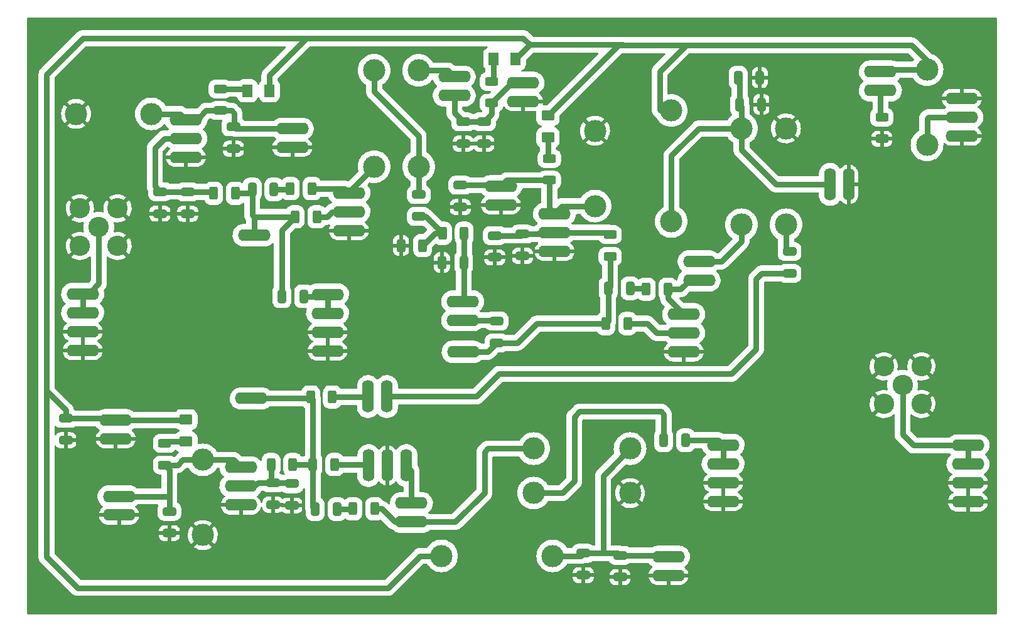
<source format=gbr>
%TF.GenerationSoftware,KiCad,Pcbnew,(6.0.7)*%
%TF.CreationDate,2023-02-10T17:21:08-05:00*%
%TF.ProjectId,Phoenix612_MultiStage_PA_Testing_v3,50686f65-6e69-4783-9631-325f4d756c74,rev?*%
%TF.SameCoordinates,Original*%
%TF.FileFunction,Copper,L1,Top*%
%TF.FilePolarity,Positive*%
%FSLAX46Y46*%
G04 Gerber Fmt 4.6, Leading zero omitted, Abs format (unit mm)*
G04 Created by KiCad (PCBNEW (6.0.7)) date 2023-02-10 17:21:08*
%MOMM*%
%LPD*%
G01*
G04 APERTURE LIST*
G04 Aperture macros list*
%AMRoundRect*
0 Rectangle with rounded corners*
0 $1 Rounding radius*
0 $2 $3 $4 $5 $6 $7 $8 $9 X,Y pos of 4 corners*
0 Add a 4 corners polygon primitive as box body*
4,1,4,$2,$3,$4,$5,$6,$7,$8,$9,$2,$3,0*
0 Add four circle primitives for the rounded corners*
1,1,$1+$1,$2,$3*
1,1,$1+$1,$4,$5*
1,1,$1+$1,$6,$7*
1,1,$1+$1,$8,$9*
0 Add four rect primitives between the rounded corners*
20,1,$1+$1,$2,$3,$4,$5,0*
20,1,$1+$1,$4,$5,$6,$7,0*
20,1,$1+$1,$6,$7,$8,$9,0*
20,1,$1+$1,$8,$9,$2,$3,0*%
G04 Aperture macros list end*
%TA.AperFunction,ComponentPad*%
%ADD10O,4.400000X1.600000*%
%TD*%
%TA.AperFunction,SMDPad,CuDef*%
%ADD11RoundRect,0.250000X-0.625000X0.312500X-0.625000X-0.312500X0.625000X-0.312500X0.625000X0.312500X0*%
%TD*%
%TA.AperFunction,ComponentPad*%
%ADD12C,3.000000*%
%TD*%
%TA.AperFunction,SMDPad,CuDef*%
%ADD13RoundRect,0.250000X-0.312500X-0.625000X0.312500X-0.625000X0.312500X0.625000X-0.312500X0.625000X0*%
%TD*%
%TA.AperFunction,SMDPad,CuDef*%
%ADD14RoundRect,0.250001X-0.462499X-0.624999X0.462499X-0.624999X0.462499X0.624999X-0.462499X0.624999X0*%
%TD*%
%TA.AperFunction,SMDPad,CuDef*%
%ADD15RoundRect,0.250000X0.312500X0.625000X-0.312500X0.625000X-0.312500X-0.625000X0.312500X-0.625000X0*%
%TD*%
%TA.AperFunction,SMDPad,CuDef*%
%ADD16C,2.750000*%
%TD*%
%TA.AperFunction,SMDPad,CuDef*%
%ADD17RoundRect,0.250000X-0.650000X0.325000X-0.650000X-0.325000X0.650000X-0.325000X0.650000X0.325000X0*%
%TD*%
%TA.AperFunction,SMDPad,CuDef*%
%ADD18RoundRect,0.250000X-0.325000X-0.650000X0.325000X-0.650000X0.325000X0.650000X-0.325000X0.650000X0*%
%TD*%
%TA.AperFunction,SMDPad,CuDef*%
%ADD19RoundRect,0.250001X0.624999X-0.462499X0.624999X0.462499X-0.624999X0.462499X-0.624999X-0.462499X0*%
%TD*%
%TA.AperFunction,ComponentPad*%
%ADD20O,1.600000X4.400000*%
%TD*%
%TA.AperFunction,SMDPad,CuDef*%
%ADD21RoundRect,0.250000X0.650000X-0.325000X0.650000X0.325000X-0.650000X0.325000X-0.650000X-0.325000X0*%
%TD*%
%TA.AperFunction,SMDPad,CuDef*%
%ADD22RoundRect,0.250000X0.325000X0.650000X-0.325000X0.650000X-0.325000X-0.650000X0.325000X-0.650000X0*%
%TD*%
%TA.AperFunction,Conductor*%
%ADD23C,0.750000*%
%TD*%
G04 APERTURE END LIST*
D10*
%TO.P,C31,1*%
%TO.N,Q1_12V*%
X91186000Y-25083888D03*
%TO.P,C31,2*%
%TO.N,GND*%
X91186000Y-27583888D03*
%TD*%
D11*
%TO.P,R14,1*%
%TO.N,Net-(L6-Pad1)*%
X50355500Y-25896349D03*
%TO.P,R14,2*%
%TO.N,Net-(C28-Pad1)*%
X50355500Y-28821349D03*
%TD*%
D12*
%TO.P,D5,1,K*%
%TO.N,TX12V*%
X145669000Y-23296849D03*
%TO.P,D5,2,A*%
%TO.N,Net-(D5-Pad2)*%
X145669000Y-33456849D03*
%TD*%
D13*
%TO.P,R6,1*%
%TO.N,Net-(C11-Pad1)*%
X57211500Y-76621000D03*
%TO.P,R6,2*%
%TO.N,Net-(C12-Pad2)*%
X60136500Y-76621000D03*
%TD*%
D10*
%TO.P,J6,1,Pin_1*%
%TO.N,Net-(J6-Pad1)*%
X76136500Y-84373000D03*
%TO.P,J6,2,Pin_2*%
%TO.N,Net-(J6-Pad2)*%
X76136500Y-81833000D03*
%TD*%
D14*
%TO.P,L5,1,1*%
%TO.N,Net-(L5-Pad1)*%
X87222000Y-21844000D03*
%TO.P,L5,2,2*%
%TO.N,TX12V*%
X90197000Y-21844000D03*
%TD*%
D10*
%TO.P,C8,1*%
%TO.N,Net-(C5-Pad1)*%
X88201500Y-39042849D03*
%TO.P,C8,2*%
%TO.N,GND*%
X88201500Y-41542849D03*
%TD*%
D13*
%TO.P,R17,1*%
%TO.N,GND*%
X80262000Y-49329849D03*
%TO.P,R17,2*%
%TO.N,PA_IN*%
X83187000Y-49329849D03*
%TD*%
D15*
%TO.P,R2,1*%
%TO.N,Net-(Q1-Pad2)*%
X105287000Y-57584849D03*
%TO.P,R2,2*%
%TO.N,Net-(C2-Pad2)*%
X102362000Y-57584849D03*
%TD*%
D10*
%TO.P,J11,1,Pin_1*%
%TO.N,Q1_12V*%
X81915000Y-26792349D03*
%TO.P,J11,2,Pin_2*%
%TO.N,Net-(J11-Pad2)*%
X81915000Y-24252349D03*
%TD*%
D11*
%TO.P,R4,1*%
%TO.N,Net-(L1-Pad1)*%
X94742000Y-35294349D03*
%TO.P,R4,2*%
%TO.N,Net-(C5-Pad1)*%
X94742000Y-38219349D03*
%TD*%
D16*
%TO.P,J8,1,In*%
%TO.N,Net-(J8-Pad1)*%
X142367000Y-65903349D03*
%TO.P,J8,2,Ext*%
%TO.N,GND*%
X144907000Y-63363349D03*
X144907000Y-68443349D03*
X139827000Y-63363349D03*
X139827000Y-68443349D03*
%TD*%
D17*
%TO.P,C11,1*%
%TO.N,Net-(C11-Pad1)*%
X57467500Y-79083000D03*
%TO.P,C11,2*%
%TO.N,GND*%
X57467500Y-82033000D03*
%TD*%
D18*
%TO.P,C15,1*%
%TO.N,M1_12V*%
X120191000Y-24374349D03*
%TO.P,C15,2*%
%TO.N,GND*%
X123141000Y-24374349D03*
%TD*%
D10*
%TO.P,J3,1,Pin_1*%
%TO.N,Net-(J3-Pad1)*%
X114935000Y-49197849D03*
%TO.P,J3,2,Pin_2*%
%TO.N,Net-(J3-Pad2)*%
X114935000Y-51737849D03*
%TD*%
%TO.P,RV3,1,1*%
%TO.N,GND*%
X45720000Y-35115849D03*
%TO.P,RV3,2,2*%
%TO.N,Net-(C23-Pad1)*%
X45720000Y-32575849D03*
%TO.P,RV3,3,3*%
%TO.N,Net-(C28-Pad1)*%
X45720000Y-30035849D03*
%TD*%
D17*
%TO.P,C17,1*%
%TO.N,M2_12V*%
X104267000Y-88875849D03*
%TO.P,C17,2*%
%TO.N,GND*%
X104267000Y-91825849D03*
%TD*%
D10*
%TO.P,C29,1*%
%TO.N,Net-(C28-Pad1)*%
X60071000Y-31272349D03*
%TO.P,C29,2*%
%TO.N,GND*%
X60071000Y-33772349D03*
%TD*%
%TO.P,C18,1*%
%TO.N,M2_12V*%
X110807500Y-89080849D03*
%TO.P,C18,2*%
%TO.N,GND*%
X110807500Y-91580849D03*
%TD*%
D13*
%TO.P,R11,1*%
%TO.N,Net-(C23-Pad1)*%
X49464500Y-39995349D03*
%TO.P,R11,2*%
%TO.N,Net-(C22-Pad1)*%
X52389500Y-39995349D03*
%TD*%
D19*
%TO.P,L1,1,1*%
%TO.N,Net-(L1-Pad1)*%
X94551500Y-32465849D03*
%TO.P,L1,2,2*%
%TO.N,TX12V*%
X94551500Y-29490849D03*
%TD*%
D17*
%TO.P,C21,1*%
%TO.N,M2_12V*%
X99314000Y-88607349D03*
%TO.P,C21,2*%
%TO.N,GND*%
X99314000Y-91557349D03*
%TD*%
D10*
%TO.P,RV2,1,1*%
%TO.N,GND*%
X53149500Y-82082000D03*
%TO.P,RV2,2,2*%
%TO.N,Net-(C11-Pad1)*%
X53149500Y-79542000D03*
%TO.P,RV2,3,3*%
%TO.N,Net-(C16-Pad1)*%
X53149500Y-77002000D03*
%TD*%
D16*
%TO.P,J9,1,In*%
%TO.N,Net-(J9-Pad1)*%
X33972500Y-44567349D03*
%TO.P,J9,2,Ext*%
%TO.N,GND*%
X31432500Y-47107349D03*
X31432500Y-42027349D03*
X36512500Y-42027349D03*
X36512500Y-47107349D03*
%TD*%
D17*
%TO.P,C23,1*%
%TO.N,Net-(C23-Pad1)*%
X45974000Y-39790349D03*
%TO.P,C23,2*%
%TO.N,GND*%
X45974000Y-42740349D03*
%TD*%
D15*
%TO.P,R13,1*%
%TO.N,Net-(Q3-Pad1)*%
X62740000Y-39360349D03*
%TO.P,R13,2*%
%TO.N,Net-(C27-Pad1)*%
X59815000Y-39360349D03*
%TD*%
D17*
%TO.P,C28,1*%
%TO.N,Net-(C28-Pad1)*%
X52133500Y-31027349D03*
%TO.P,C28,2*%
%TO.N,GND*%
X52133500Y-33977349D03*
%TD*%
%TO.P,C26,1*%
%TO.N,Q1_12V*%
X85915500Y-30328849D03*
%TO.P,C26,2*%
%TO.N,GND*%
X85915500Y-33278849D03*
%TD*%
%TO.P,C3,1*%
%TO.N,Net-(C1-Pad1)*%
X87376000Y-45695849D03*
%TO.P,C3,2*%
%TO.N,GND*%
X87376000Y-48645849D03*
%TD*%
%TO.P,C24,1*%
%TO.N,Q1_12V*%
X83121500Y-30343349D03*
%TO.P,C24,2*%
%TO.N,GND*%
X83121500Y-33293349D03*
%TD*%
D20*
%TO.P,Q2,1*%
%TO.N,Net-(Q2-Pad1)*%
X70358000Y-76754349D03*
%TO.P,Q2,2*%
%TO.N,GND*%
X72898000Y-76754349D03*
%TO.P,Q2,3*%
%TO.N,Net-(J6-Pad2)*%
X75438000Y-76754349D03*
%TD*%
D10*
%TO.P,U2,1,IN*%
%TO.N,Net-(J9-Pad1)*%
X31813500Y-53601849D03*
%TO.P,U2,2,IN*%
X31813500Y-56141849D03*
%TO.P,U2,3,GND*%
%TO.N,GND*%
X31813500Y-58681849D03*
%TO.P,U2,4,GND*%
X31813500Y-61221849D03*
%TO.P,U2,5,GND*%
X64833500Y-61267849D03*
%TO.P,U2,6,GND*%
X64833500Y-58727849D03*
%TO.P,U2,7,OUT*%
%TO.N,Net-(C22-Pad2)*%
X64833500Y-56187849D03*
%TO.P,U2,8,OUT*%
X64833500Y-53647849D03*
%TD*%
%TO.P,J2,1,Pin_1*%
%TO.N,Net-(C2-Pad2)*%
X83121500Y-61404500D03*
%TD*%
%TO.P,J5,1,Pin_1*%
%TO.N,Net-(C12-Pad2)*%
X54546500Y-67691000D03*
%TD*%
%TO.P,RV1,1,1*%
%TO.N,GND*%
X95440500Y-47815849D03*
%TO.P,RV1,2,2*%
%TO.N,Net-(C1-Pad1)*%
X95440500Y-45275849D03*
%TO.P,RV1,3,3*%
%TO.N,Net-(C5-Pad1)*%
X95440500Y-42735849D03*
%TD*%
D12*
%TO.P,T2,1,AA*%
%TO.N,M2_12V*%
X105623500Y-74470000D03*
%TO.P,T2,2,AB*%
%TO.N,Net-(J6-Pad1)*%
X92623500Y-74470000D03*
%TO.P,T2,3,SB*%
%TO.N,GND*%
X105623500Y-80470000D03*
%TO.P,T2,4,SA*%
%TO.N,Net-(C20-Pad1)*%
X92623500Y-80470000D03*
%TD*%
D19*
%TO.P,L4,1,1*%
%TO.N,Net-(L4-Pad1)*%
X45720000Y-73536500D03*
%TO.P,L4,2,2*%
%TO.N,TX12V*%
X45720000Y-70561500D03*
%TD*%
D10*
%TO.P,D4,1,K*%
%TO.N,Net-(D4-Pad1)*%
X139382500Y-26090849D03*
%TO.P,D4,2,A*%
%TO.N,TX12V*%
X139382500Y-23550849D03*
%TD*%
D17*
%TO.P,C2,1*%
%TO.N,Net-(C2-Pad1)*%
X87630000Y-57252849D03*
%TO.P,C2,2*%
%TO.N,Net-(C2-Pad2)*%
X87630000Y-60202849D03*
%TD*%
%TO.P,C5,1*%
%TO.N,Net-(C5-Pad1)*%
X82740500Y-38901349D03*
%TO.P,C5,2*%
%TO.N,GND*%
X82740500Y-41851349D03*
%TD*%
D11*
%TO.P,R18,1*%
%TO.N,Net-(D4-Pad1)*%
X139573000Y-29708349D03*
%TO.P,R18,2*%
%TO.N,GND*%
X139573000Y-32633349D03*
%TD*%
D10*
%TO.P,Q3,1,D*%
%TO.N,Net-(Q3-Pad1)*%
X67712000Y-39931849D03*
%TO.P,Q3,2,G*%
%TO.N,Net-(Q3-Pad2)*%
X67712000Y-42471849D03*
%TO.P,Q3,3,S*%
%TO.N,GND*%
X67712000Y-45011849D03*
%TD*%
D17*
%TO.P,C1,1*%
%TO.N,Net-(C1-Pad1)*%
X91122500Y-45490849D03*
%TO.P,C1,2*%
%TO.N,GND*%
X91122500Y-48440849D03*
%TD*%
D10*
%TO.P,J10,1,Pin_1*%
%TO.N,Net-(C22-Pad1)*%
X54927500Y-45656500D03*
%TD*%
D11*
%TO.P,R9,1*%
%TO.N,Net-(L4-Pad1)*%
X42862500Y-73761500D03*
%TO.P,R9,2*%
%TO.N,Net-(C16-Pad1)*%
X42862500Y-76686500D03*
%TD*%
D10*
%TO.P,C19,1*%
%TO.N,Net-(C16-Pad1)*%
X36703000Y-80929349D03*
%TO.P,C19,2*%
%TO.N,GND*%
X36703000Y-83429349D03*
%TD*%
%TO.P,U1,1,IN*%
%TO.N,Net-(C20-Pad2)*%
X118173500Y-73985349D03*
%TO.P,U1,2,IN*%
X118173500Y-76525349D03*
%TO.P,U1,3,GND*%
%TO.N,GND*%
X118173500Y-79065349D03*
%TO.P,U1,4,GND*%
X118173500Y-81605349D03*
%TO.P,U1,5,GND*%
X151193500Y-81651349D03*
%TO.P,U1,6,GND*%
X151193500Y-79111349D03*
%TO.P,U1,7,OUT*%
%TO.N,Net-(J8-Pad1)*%
X151193500Y-76571349D03*
%TO.P,U1,8,OUT*%
X151193500Y-74031349D03*
%TD*%
D13*
%TO.P,R15,1*%
%TO.N,GND*%
X74737500Y-47043849D03*
%TO.P,R15,2*%
%TO.N,Net-(C30-Pad1)*%
X77662500Y-47043849D03*
%TD*%
D18*
%TO.P,C20,1*%
%TO.N,Net-(C20-Pad1)*%
X110158000Y-73332849D03*
%TO.P,C20,2*%
%TO.N,Net-(C20-Pad2)*%
X113108000Y-73332849D03*
%TD*%
D17*
%TO.P,C7,1*%
%TO.N,Net-(C7-Pad1)*%
X127127000Y-47854849D03*
%TO.P,C7,2*%
%TO.N,Net-(C7-Pad2)*%
X127127000Y-50804849D03*
%TD*%
%TO.P,C25,1*%
%TO.N,Net-(C23-Pad1)*%
X42227500Y-39775849D03*
%TO.P,C25,2*%
%TO.N,GND*%
X42227500Y-42725849D03*
%TD*%
D18*
%TO.P,C10,1*%
%TO.N,M1_12V*%
X120381500Y-27993849D03*
%TO.P,C10,2*%
%TO.N,GND*%
X123331500Y-27993849D03*
%TD*%
D12*
%TO.P,D2,1,K*%
%TO.N,Net-(C16-Pad1)*%
X48006000Y-75986000D03*
%TO.P,D2,2,A*%
%TO.N,GND*%
X48006000Y-86146000D03*
%TD*%
D13*
%TO.P,R5,1*%
%TO.N,Net-(C12-Pad2)*%
X62547500Y-67500500D03*
%TO.P,R5,2*%
%TO.N,Net-(J4-Pad2)*%
X65472500Y-67500500D03*
%TD*%
D21*
%TO.P,C30,1*%
%TO.N,Net-(C30-Pad1)*%
X77152500Y-43121349D03*
%TO.P,C30,2*%
%TO.N,Net-(C30-Pad2)*%
X77152500Y-40171349D03*
%TD*%
D15*
%TO.P,R7,1*%
%TO.N,Net-(Q2-Pad1)*%
X65786000Y-76621000D03*
%TO.P,R7,2*%
%TO.N,Net-(C12-Pad2)*%
X62861000Y-76621000D03*
%TD*%
D14*
%TO.P,L6,1,1*%
%TO.N,Net-(L6-Pad1)*%
X54011500Y-26152349D03*
%TO.P,L6,2,2*%
%TO.N,TX12V*%
X56986500Y-26152349D03*
%TD*%
D22*
%TO.P,C27,1*%
%TO.N,Net-(C27-Pad1)*%
X57609000Y-39487349D03*
%TO.P,C27,2*%
%TO.N,Net-(C22-Pad1)*%
X54659000Y-39487349D03*
%TD*%
D15*
%TO.P,R3,1*%
%TO.N,Net-(J3-Pad2)*%
X110746000Y-52949349D03*
%TO.P,R3,2*%
%TO.N,Net-(C4-Pad1)*%
X107821000Y-52949349D03*
%TD*%
D12*
%TO.P,T1,1,AA*%
%TO.N,M1_12V*%
X120650000Y-31232349D03*
%TO.P,T1,2,AB*%
%TO.N,Net-(J3-Pad1)*%
X120650000Y-44232349D03*
%TO.P,T1,3,SB*%
%TO.N,GND*%
X126650000Y-31232349D03*
%TO.P,T1,4,SA*%
%TO.N,Net-(C7-Pad1)*%
X126650000Y-44232349D03*
%TD*%
D10*
%TO.P,Q1,1,D*%
%TO.N,Net-(J3-Pad2)*%
X112860500Y-56314849D03*
%TO.P,Q1,2,G*%
%TO.N,Net-(Q1-Pad2)*%
X112860500Y-58854849D03*
%TO.P,Q1,3,S*%
%TO.N,GND*%
X112860500Y-61394849D03*
%TD*%
D15*
%TO.P,R12,1*%
%TO.N,Net-(Q3-Pad2)*%
X63375000Y-43170349D03*
%TO.P,R12,2*%
%TO.N,Net-(C22-Pad1)*%
X60450000Y-43170349D03*
%TD*%
D12*
%TO.P,T3,1,AA*%
%TO.N,Net-(C30-Pad2)*%
X71104500Y-23398849D03*
%TO.P,T3,2,AB*%
%TO.N,Net-(Q3-Pad1)*%
X71104500Y-36398849D03*
%TO.P,T3,3,SB*%
%TO.N,Net-(J11-Pad2)*%
X77104500Y-23398849D03*
%TO.P,T3,4,SA*%
%TO.N,Net-(C30-Pad2)*%
X77104500Y-36398849D03*
%TD*%
D18*
%TO.P,C22,1*%
%TO.N,Net-(C22-Pad1)*%
X58659500Y-53901849D03*
%TO.P,C22,2*%
%TO.N,Net-(C22-Pad2)*%
X61609500Y-53901849D03*
%TD*%
D17*
%TO.P,C9,1*%
%TO.N,TX12V*%
X29527500Y-70397349D03*
%TO.P,C9,2*%
%TO.N,GND*%
X29527500Y-73347349D03*
%TD*%
%TO.P,C16,1*%
%TO.N,Net-(C16-Pad1)*%
X43497500Y-82942000D03*
%TO.P,C16,2*%
%TO.N,GND*%
X43497500Y-85892000D03*
%TD*%
%TO.P,C13,1*%
%TO.N,Net-(C11-Pad1)*%
X60007500Y-79210000D03*
%TO.P,C13,2*%
%TO.N,GND*%
X60007500Y-82160000D03*
%TD*%
D10*
%TO.P,J12,1,Pin_1*%
%TO.N,GND*%
X150368000Y-27185349D03*
%TO.P,J12,2,Pin_2*%
%TO.N,Net-(D5-Pad2)*%
X150368000Y-29725349D03*
%TO.P,J12,3,Pin_3*%
%TO.N,GND*%
X150368000Y-32265349D03*
%TD*%
D15*
%TO.P,R8,1*%
%TO.N,Net-(J6-Pad1)*%
X71185500Y-82590000D03*
%TO.P,R8,2*%
%TO.N,Net-(C12-Pad1)*%
X68260500Y-82590000D03*
%TD*%
D22*
%TO.P,C4,1*%
%TO.N,Net-(C4-Pad1)*%
X105629500Y-52822349D03*
%TO.P,C4,2*%
%TO.N,Net-(C2-Pad2)*%
X102679500Y-52822349D03*
%TD*%
D12*
%TO.P,D3,1,K*%
%TO.N,Net-(C28-Pad1)*%
X41084500Y-29263849D03*
%TO.P,D3,2,A*%
%TO.N,GND*%
X30924500Y-29263849D03*
%TD*%
D10*
%TO.P,J1,1,Pin_1*%
%TO.N,PA_IN*%
X83058000Y-54595349D03*
%TO.P,J1,2,Pin_2*%
%TO.N,Net-(C2-Pad1)*%
X83058000Y-57135349D03*
%TD*%
D11*
%TO.P,R10,1*%
%TO.N,Net-(L5-Pad1)*%
X86931500Y-24890000D03*
%TO.P,R10,2*%
%TO.N,Q1_12V*%
X86931500Y-27815000D03*
%TD*%
D13*
%TO.P,R16,1*%
%TO.N,Net-(C30-Pad1)*%
X80327500Y-45392849D03*
%TO.P,R16,2*%
%TO.N,PA_IN*%
X83252500Y-45392849D03*
%TD*%
D12*
%TO.P,D1,1,K*%
%TO.N,Net-(C5-Pad1)*%
X100901500Y-41709849D03*
%TO.P,D1,2,A*%
%TO.N,GND*%
X100901500Y-31549849D03*
%TD*%
D11*
%TO.P,R1,1*%
%TO.N,Net-(C1-Pad1)*%
X102933500Y-45581349D03*
%TO.P,R1,2*%
%TO.N,Net-(C2-Pad2)*%
X102933500Y-48506349D03*
%TD*%
D10*
%TO.P,C6,1*%
%TO.N,TX12V*%
X36258500Y-70628500D03*
%TO.P,C6,2*%
%TO.N,GND*%
X36258500Y-73128500D03*
%TD*%
D12*
%TO.P,L2,1,1*%
%TO.N,TX12V*%
X111188500Y-28812349D03*
%TO.P,L2,2,2*%
%TO.N,M1_12V*%
X111188500Y-43812349D03*
%TD*%
D20*
%TO.P,J4,1,Pin_1*%
%TO.N,Net-(C7-Pad2)*%
X72834500Y-67437000D03*
%TO.P,J4,2,Pin_2*%
%TO.N,Net-(J4-Pad2)*%
X70294500Y-67437000D03*
%TD*%
D22*
%TO.P,C12,1*%
%TO.N,Net-(C12-Pad1)*%
X66118000Y-82653500D03*
%TO.P,C12,2*%
%TO.N,Net-(C12-Pad2)*%
X63168000Y-82653500D03*
%TD*%
D12*
%TO.P,L3,1,1*%
%TO.N,TX12V*%
X80193500Y-88953849D03*
%TO.P,L3,2,2*%
%TO.N,M2_12V*%
X95193500Y-88953849D03*
%TD*%
D20*
%TO.P,C14,1*%
%TO.N,M1_12V*%
X132588000Y-38788849D03*
%TO.P,C14,2*%
%TO.N,GND*%
X135088000Y-38788849D03*
%TD*%
D23*
%TO.N,Q1_12V*%
X89634350Y-25083888D02*
X91186000Y-25083888D01*
X86931500Y-27786738D02*
X89634350Y-25083888D01*
X86931500Y-27815000D02*
X86931500Y-27786738D01*
%TO.N,Net-(C1-Pad1)*%
X90917500Y-45695849D02*
X91122500Y-45490849D01*
X102628000Y-45275849D02*
X102933500Y-45581349D01*
X91122500Y-45490849D02*
X93193151Y-45490849D01*
X95440500Y-45275849D02*
X102628000Y-45275849D01*
X87376000Y-45695849D02*
X90917500Y-45695849D01*
X93193151Y-45490849D02*
X93408151Y-45275849D01*
X93408151Y-45275849D02*
X95440500Y-45275849D01*
%TO.N,Net-(C2-Pad1)*%
X83058000Y-57135349D02*
X87512500Y-57135349D01*
X87512500Y-57135349D02*
X87630000Y-57252849D01*
%TO.N,Net-(C2-Pad2)*%
X93037151Y-57584849D02*
X102362000Y-57584849D01*
X102933500Y-48506349D02*
X102933500Y-52568349D01*
X83121500Y-61404500D02*
X86428349Y-61404500D01*
X102679500Y-57267349D02*
X102362000Y-57584849D01*
X86428349Y-61404500D02*
X87630000Y-60202849D01*
X102679500Y-52822349D02*
X102679500Y-57267349D01*
X90419151Y-60202849D02*
X93037151Y-57584849D01*
X87630000Y-60202849D02*
X90419151Y-60202849D01*
X102933500Y-52568349D02*
X102679500Y-52822349D01*
%TO.N,Net-(C4-Pad1)*%
X107694000Y-52822349D02*
X107821000Y-52949349D01*
X105629500Y-52822349D02*
X107694000Y-52822349D01*
%TO.N,TX12V*%
X94551500Y-29490849D02*
X104039849Y-20002500D01*
X56986500Y-26152349D02*
X56986500Y-24039500D01*
X26924000Y-89090500D02*
X26924000Y-66294000D01*
X80193500Y-88953849D02*
X77289151Y-88953849D01*
X104039849Y-20002500D02*
X104711500Y-20002500D01*
X90197000Y-21844000D02*
X92102000Y-19939000D01*
X104711500Y-20002500D02*
X114363500Y-20002500D01*
X114363500Y-20002500D02*
X113157000Y-20002500D01*
X29527500Y-70397349D02*
X36027349Y-70397349D01*
X31813500Y-19050000D02*
X63373000Y-19050000D01*
X145669000Y-22098000D02*
X143573500Y-20002500D01*
X109711349Y-28812349D02*
X111188500Y-28812349D01*
X36027349Y-70397349D02*
X36258500Y-70628500D01*
X143573500Y-20002500D02*
X114363500Y-20002500D01*
X36258500Y-70628500D02*
X45653000Y-70628500D01*
X26924000Y-23939500D02*
X31813500Y-19050000D01*
X45653000Y-70628500D02*
X45720000Y-70561500D01*
X77289151Y-88953849D02*
X72961500Y-93281500D01*
X109601000Y-23558500D02*
X109601000Y-28702000D01*
X29527500Y-69278500D02*
X26924000Y-66675000D01*
X92102000Y-19939000D02*
X104648000Y-19939000D01*
X31115000Y-93281500D02*
X26924000Y-89090500D01*
X109601000Y-28702000D02*
X109711349Y-28812349D01*
X72961500Y-93281500D02*
X31115000Y-93281500D01*
X26924000Y-66294000D02*
X26924000Y-23939500D01*
X91213000Y-19050000D02*
X92102000Y-19939000D01*
X113157000Y-20002500D02*
X109601000Y-23558500D01*
X63373000Y-19050000D02*
X91213000Y-19050000D01*
X61976000Y-19050000D02*
X63373000Y-19050000D01*
X139636500Y-23296849D02*
X139382500Y-23550849D01*
X29527500Y-70397349D02*
X29527500Y-69278500D01*
X56986500Y-24039500D02*
X61976000Y-19050000D01*
X145669000Y-23296849D02*
X139636500Y-23296849D01*
X145669000Y-23296849D02*
X145669000Y-22098000D01*
X26924000Y-66675000D02*
X26924000Y-66294000D01*
X104648000Y-19939000D02*
X104711500Y-20002500D01*
%TO.N,Net-(C5-Pad1)*%
X94742000Y-38219349D02*
X89025000Y-38219349D01*
X94742000Y-42037349D02*
X95440500Y-42735849D01*
X95440500Y-42735849D02*
X96456500Y-41719849D01*
X88060000Y-38901349D02*
X88201500Y-39042849D01*
X94742000Y-38219349D02*
X94742000Y-42037349D01*
X96456500Y-41719500D02*
X96466151Y-41709849D01*
X82740500Y-38901349D02*
X88060000Y-38901349D01*
X96466151Y-41709849D02*
X100901500Y-41709849D01*
X89025000Y-38219349D02*
X88201500Y-39042849D01*
X96456500Y-41719849D02*
X96456500Y-41719500D01*
%TO.N,Net-(C7-Pad1)*%
X126650000Y-47377849D02*
X127127000Y-47854849D01*
X126650000Y-44232349D02*
X126650000Y-47377849D01*
%TO.N,M1_12V*%
X114881151Y-31232349D02*
X120650000Y-31232349D01*
X120650000Y-28262349D02*
X120381500Y-27993849D01*
X120650000Y-34163000D02*
X120650000Y-31232349D01*
X132588000Y-38788849D02*
X125275849Y-38788849D01*
X125275849Y-38788849D02*
X120650000Y-34163000D01*
X120381500Y-27993849D02*
X120381500Y-24564849D01*
X120650000Y-31232349D02*
X120650000Y-28262349D01*
X111188500Y-34925000D02*
X114881151Y-31232349D01*
X120381500Y-24564849D02*
X120191000Y-24374349D01*
X111188500Y-43812349D02*
X111188500Y-34925000D01*
%TO.N,Net-(C7-Pad2)*%
X122618500Y-61023500D02*
X122618500Y-51562000D01*
X122618500Y-51562000D02*
X123375651Y-50804849D01*
X123375651Y-50804849D02*
X127127000Y-50804849D01*
X119253000Y-64389000D02*
X122618500Y-61023500D01*
X84899500Y-67437000D02*
X87947500Y-64389000D01*
X72834500Y-67437000D02*
X84899500Y-67437000D01*
X87947500Y-64389000D02*
X119253000Y-64389000D01*
%TO.N,Net-(C11-Pad1)*%
X55435500Y-79057500D02*
X57442000Y-79057500D01*
X57442000Y-79057500D02*
X57467500Y-79083000D01*
X54951000Y-79542000D02*
X55435500Y-79057500D01*
X53149500Y-79542000D02*
X54951000Y-79542000D01*
X59880500Y-79083000D02*
X60007500Y-79210000D01*
X57467500Y-79083000D02*
X59880500Y-79083000D01*
X57211500Y-76621000D02*
X57211500Y-78827000D01*
X57211500Y-78827000D02*
X57467500Y-79083000D01*
%TO.N,M2_12V*%
X110602500Y-88875849D02*
X110807500Y-89080849D01*
X95193500Y-88953849D02*
X98967500Y-88953849D01*
X98967500Y-88953849D02*
X99314000Y-88607349D01*
X104267000Y-88875849D02*
X110602500Y-88875849D01*
X101981000Y-88519000D02*
X101892651Y-88607349D01*
X99314000Y-88607349D02*
X101892651Y-88607349D01*
X105623500Y-74470000D02*
X101981000Y-78112500D01*
X101892651Y-88607349D02*
X103998500Y-88607349D01*
X103998500Y-88607349D02*
X104267000Y-88875849D01*
X101981000Y-78112500D02*
X101981000Y-88519000D01*
%TO.N,Net-(C12-Pad1)*%
X68197000Y-82653500D02*
X68260500Y-82590000D01*
X66118000Y-82653500D02*
X68197000Y-82653500D01*
%TO.N,Net-(C12-Pad2)*%
X62357000Y-67691000D02*
X62547500Y-67500500D01*
X62861000Y-76621000D02*
X62861000Y-82346500D01*
X54546500Y-67691000D02*
X62357000Y-67691000D01*
X62861000Y-67814000D02*
X62861000Y-76621000D01*
X62861000Y-82346500D02*
X63168000Y-82653500D01*
X62547500Y-67500500D02*
X62861000Y-67814000D01*
X60136500Y-76621000D02*
X62861000Y-76621000D01*
%TO.N,Net-(C20-Pad1)*%
X98806000Y-69469000D02*
X109791500Y-69469000D01*
X98107500Y-70167500D02*
X98806000Y-69469000D01*
X110158000Y-69835500D02*
X110158000Y-73332849D01*
X96504500Y-80470000D02*
X98107500Y-78867000D01*
X98107500Y-78867000D02*
X98107500Y-70167500D01*
X92623500Y-80470000D02*
X96504500Y-80470000D01*
X109791500Y-69469000D02*
X110158000Y-69835500D01*
%TO.N,Net-(C16-Pad1)*%
X43497500Y-82942000D02*
X43497500Y-80835500D01*
X43403651Y-80929349D02*
X43497500Y-80835500D01*
X43497500Y-80835500D02*
X43497500Y-77321500D01*
X52133500Y-75986000D02*
X53149500Y-77002000D01*
X42862500Y-76686500D02*
X44598500Y-76686500D01*
X43497500Y-77321500D02*
X42862500Y-76686500D01*
X44598500Y-76686500D02*
X45299000Y-75986000D01*
X45299000Y-75986000D02*
X48006000Y-75986000D01*
X36703000Y-80929349D02*
X43403651Y-80929349D01*
X48006000Y-75986000D02*
X52133500Y-75986000D01*
%TO.N,Net-(C22-Pad1)*%
X58659500Y-44960849D02*
X60450000Y-43170349D01*
X54927500Y-43170349D02*
X54659000Y-42901849D01*
X60450000Y-43170349D02*
X54927500Y-43170349D01*
X54151000Y-39995349D02*
X54659000Y-39487349D01*
X52389500Y-39995349D02*
X54151000Y-39995349D01*
X54659000Y-39487349D02*
X54659000Y-42901849D01*
X54927500Y-43170349D02*
X54927500Y-45720000D01*
X58659500Y-53901849D02*
X58659500Y-44960849D01*
%TO.N,Net-(C22-Pad2)*%
X64833500Y-53647849D02*
X64833500Y-56187849D01*
X61609500Y-53901849D02*
X64579500Y-53901849D01*
X64579500Y-53901849D02*
X64833500Y-53647849D01*
%TO.N,Net-(C20-Pad2)*%
X118173500Y-73985349D02*
X118173500Y-76525349D01*
X113108000Y-73332849D02*
X117521000Y-73332849D01*
X117521000Y-73332849D02*
X118173500Y-73985349D01*
%TO.N,Net-(C23-Pad1)*%
X41529000Y-33845500D02*
X41529000Y-39077349D01*
X42798651Y-32575849D02*
X41529000Y-33845500D01*
X45720000Y-32575849D02*
X42798651Y-32575849D01*
X42227500Y-39775849D02*
X45959500Y-39775849D01*
X45974000Y-39790349D02*
X49259500Y-39790349D01*
X49259500Y-39790349D02*
X49464500Y-39995349D01*
X41529000Y-39077349D02*
X42227500Y-39775849D01*
X45959500Y-39775849D02*
X45974000Y-39790349D01*
%TO.N,Q1_12V*%
X81915000Y-26792349D02*
X81915000Y-29136849D01*
X86931500Y-29312849D02*
X85915500Y-30328849D01*
X85901000Y-30343349D02*
X85915500Y-30328849D01*
X81915000Y-29136849D02*
X83121500Y-30343349D01*
X86931500Y-27815000D02*
X86931500Y-29312849D01*
X83121500Y-30343349D02*
X85901000Y-30343349D01*
%TO.N,Net-(C27-Pad1)*%
X57609000Y-39487349D02*
X59688000Y-39487349D01*
X59688000Y-39487349D02*
X59815000Y-39360349D01*
%TO.N,Net-(C28-Pad1)*%
X52260500Y-30900349D02*
X52133500Y-31027349D01*
X50355500Y-28821349D02*
X51871849Y-28821349D01*
X47243651Y-30035849D02*
X48458151Y-28821349D01*
X52378500Y-31272349D02*
X60071000Y-31272349D01*
X51871849Y-28821349D02*
X52260500Y-29210000D01*
X41084500Y-29263849D02*
X44948000Y-29263849D01*
X44948000Y-29263849D02*
X45720000Y-30035849D01*
X45720000Y-30035849D02*
X47243651Y-30035849D01*
X48458151Y-28821349D02*
X50355500Y-28821349D01*
X52133500Y-31027349D02*
X52378500Y-31272349D01*
X52260500Y-29210000D02*
X52260500Y-30900349D01*
%TO.N,Net-(C30-Pad1)*%
X79313500Y-45392849D02*
X77662500Y-47043849D01*
X77152500Y-43121349D02*
X78056000Y-43121349D01*
X78056000Y-43121349D02*
X80327500Y-45392849D01*
X80327500Y-45392849D02*
X79313500Y-45392849D01*
%TO.N,Net-(C30-Pad2)*%
X77104500Y-36398849D02*
X77104500Y-40123349D01*
X77104500Y-40123349D02*
X77152500Y-40171349D01*
X71104500Y-23398849D02*
X71104500Y-26273500D01*
X77104500Y-32273500D02*
X77104500Y-36398849D01*
X71104500Y-26273500D02*
X77104500Y-32273500D01*
%TO.N,Net-(D4-Pad1)*%
X139382500Y-26090849D02*
X139382500Y-29517849D01*
X139382500Y-29517849D02*
X139573000Y-29708349D01*
%TO.N,PA_IN*%
X83252500Y-45392849D02*
X83252500Y-49264349D01*
X83252500Y-49264349D02*
X83187000Y-49329849D01*
X83187000Y-49329849D02*
X83187000Y-54466349D01*
X83187000Y-54466349D02*
X83058000Y-54595349D01*
%TO.N,Net-(J3-Pad1)*%
X114935000Y-49197849D02*
X117934151Y-49197849D01*
X117934151Y-49197849D02*
X120650000Y-46482000D01*
X120650000Y-46482000D02*
X120650000Y-44232349D01*
%TO.N,Net-(J3-Pad2)*%
X110746000Y-54200349D02*
X112860500Y-56314849D01*
X112468151Y-52949349D02*
X113679651Y-51737849D01*
X110746000Y-52949349D02*
X110746000Y-54200349D01*
X113679651Y-51737849D02*
X114935000Y-51737849D01*
X110746000Y-52949349D02*
X112468151Y-52949349D01*
%TO.N,Net-(J4-Pad2)*%
X70231000Y-67500500D02*
X70294500Y-67437000D01*
X65472500Y-67500500D02*
X70231000Y-67500500D01*
%TO.N,Net-(J6-Pad1)*%
X85979000Y-80454500D02*
X85979000Y-74930000D01*
X82060500Y-84373000D02*
X85979000Y-80454500D01*
X71185500Y-82590000D02*
X72112500Y-82590000D01*
X73895500Y-84373000D02*
X76136500Y-84373000D01*
X86439000Y-74470000D02*
X92623500Y-74470000D01*
X72112500Y-82590000D02*
X73895500Y-84373000D01*
X76136500Y-84373000D02*
X82060500Y-84373000D01*
X85979000Y-74930000D02*
X86439000Y-74470000D01*
%TO.N,Net-(J6-Pad2)*%
X76136500Y-77452849D02*
X75438000Y-76754349D01*
X76136500Y-81833000D02*
X76136500Y-77452849D01*
%TO.N,Net-(D5-Pad2)*%
X145669000Y-29908500D02*
X145669000Y-33456849D01*
X150368000Y-29725349D02*
X145852151Y-29725349D01*
X145852151Y-29725349D02*
X145669000Y-29908500D01*
%TO.N,Net-(J8-Pad1)*%
X143817849Y-74031349D02*
X151193500Y-74031349D01*
X151193500Y-74031349D02*
X151193500Y-76571349D01*
X142367000Y-65903349D02*
X142367000Y-72580500D01*
X142367000Y-72580500D02*
X143817849Y-74031349D01*
%TO.N,Net-(J9-Pad1)*%
X31813500Y-53601849D02*
X31813500Y-56141849D01*
X33972500Y-44567349D02*
X33972500Y-52197000D01*
X33972500Y-52197000D02*
X32567651Y-53601849D01*
X32567651Y-53601849D02*
X31813500Y-53601849D01*
%TO.N,Net-(L5-Pad1)*%
X87222000Y-21844000D02*
X87222000Y-24599500D01*
X87222000Y-24599500D02*
X86931500Y-24890000D01*
%TO.N,Net-(J11-Pad2)*%
X81061500Y-23398849D02*
X81915000Y-24252349D01*
X77104500Y-23398849D02*
X81061500Y-23398849D01*
%TO.N,Net-(Q1-Pad2)*%
X105287000Y-57584849D02*
X107940349Y-57584849D01*
X109210349Y-58854849D02*
X112860500Y-58854849D01*
X107940349Y-57584849D02*
X109210349Y-58854849D01*
%TO.N,Net-(Q2-Pad1)*%
X70224651Y-76621000D02*
X70358000Y-76754349D01*
X65786000Y-76621000D02*
X70224651Y-76621000D01*
%TO.N,Net-(L1-Pad1)*%
X94551500Y-32465849D02*
X94551500Y-35103849D01*
X94551500Y-35103849D02*
X94742000Y-35294349D01*
%TO.N,Net-(L4-Pad1)*%
X43087500Y-73536500D02*
X42862500Y-73761500D01*
X45720000Y-73536500D02*
X43087500Y-73536500D01*
%TO.N,Net-(L6-Pad1)*%
X53755500Y-25896349D02*
X54011500Y-26152349D01*
X50355500Y-25896349D02*
X53755500Y-25896349D01*
%TO.N,Net-(Q3-Pad1)*%
X67140500Y-39360349D02*
X67712000Y-39931849D01*
X62740000Y-39360349D02*
X67140500Y-39360349D01*
X67712000Y-39791349D02*
X71104500Y-36398849D01*
X67712000Y-39931849D02*
X67712000Y-39791349D01*
%TO.N,Net-(Q3-Pad2)*%
X63375000Y-43170349D02*
X64779651Y-43170349D01*
X65478151Y-42471849D02*
X67712000Y-42471849D01*
X64779651Y-43170349D02*
X65478151Y-42471849D01*
%TD*%
%TA.AperFunction,Conductor*%
%TO.N,GND*%
G36*
X155008621Y-16266851D02*
G01*
X155055114Y-16320507D01*
X155066500Y-16372849D01*
X155066500Y-96701349D01*
X155046498Y-96769470D01*
X154992842Y-96815963D01*
X154940500Y-96827349D01*
X24447000Y-96827349D01*
X24378879Y-96807347D01*
X24332386Y-96753691D01*
X24321000Y-96701349D01*
X24321000Y-23913104D01*
X25843931Y-23913104D01*
X25844354Y-23919080D01*
X25844354Y-23919083D01*
X25848185Y-23973187D01*
X25848500Y-23982086D01*
X25848500Y-66573537D01*
X25847620Y-66583958D01*
X25847955Y-66583983D01*
X25847516Y-66589955D01*
X25846510Y-66595874D01*
X25846641Y-66601875D01*
X25848470Y-66685699D01*
X25848500Y-66688448D01*
X25848500Y-88989037D01*
X25847620Y-88999458D01*
X25847955Y-88999483D01*
X25847516Y-89005455D01*
X25846510Y-89011374D01*
X25846641Y-89017375D01*
X25848470Y-89101199D01*
X25848500Y-89103948D01*
X25848500Y-89141773D01*
X25849171Y-89148808D01*
X25849710Y-89158004D01*
X25850987Y-89216550D01*
X25853373Y-89227632D01*
X25857782Y-89248113D01*
X25860034Y-89262660D01*
X25863100Y-89294797D01*
X25864786Y-89300545D01*
X25864787Y-89300549D01*
X25879582Y-89350982D01*
X25881855Y-89359930D01*
X25894180Y-89417178D01*
X25896528Y-89422696D01*
X25896529Y-89422699D01*
X25906820Y-89446883D01*
X25911785Y-89460749D01*
X25920871Y-89491723D01*
X25923616Y-89497053D01*
X25923617Y-89497055D01*
X25947684Y-89543783D01*
X25951609Y-89552143D01*
X25974533Y-89606018D01*
X25992569Y-89632807D01*
X26000050Y-89645458D01*
X26014838Y-89674171D01*
X26018544Y-89678888D01*
X26018544Y-89678889D01*
X26051003Y-89720210D01*
X26056436Y-89727674D01*
X26089144Y-89776258D01*
X26092775Y-89780261D01*
X26112609Y-89800095D01*
X26122600Y-89811357D01*
X26141611Y-89835559D01*
X26146141Y-89839490D01*
X26146142Y-89839491D01*
X26187120Y-89875050D01*
X26193634Y-89881120D01*
X30282760Y-93970247D01*
X30289510Y-93978241D01*
X30289764Y-93978022D01*
X30293677Y-93982556D01*
X30297149Y-93987450D01*
X30301480Y-93991596D01*
X30362082Y-94049610D01*
X30364046Y-94051533D01*
X30390762Y-94078249D01*
X30396212Y-94082749D01*
X30403097Y-94088873D01*
X30445396Y-94129366D01*
X30450437Y-94132621D01*
X30472515Y-94146877D01*
X30484395Y-94155572D01*
X30504668Y-94172313D01*
X30504673Y-94172317D01*
X30509290Y-94176129D01*
X30540912Y-94193406D01*
X30560671Y-94204202D01*
X30568606Y-94208922D01*
X30617804Y-94240689D01*
X30647740Y-94252753D01*
X30661050Y-94259045D01*
X30684126Y-94271653D01*
X30684134Y-94271656D01*
X30689388Y-94274527D01*
X30695090Y-94276352D01*
X30695094Y-94276354D01*
X30720946Y-94284629D01*
X30745164Y-94292381D01*
X30753843Y-94295515D01*
X30802581Y-94315157D01*
X30802592Y-94315160D01*
X30808152Y-94317401D01*
X30814039Y-94318551D01*
X30814040Y-94318551D01*
X30839838Y-94323589D01*
X30854091Y-94327248D01*
X30884843Y-94337092D01*
X30942983Y-94344076D01*
X30952090Y-94345510D01*
X31009572Y-94356736D01*
X31014970Y-94357000D01*
X31043025Y-94357000D01*
X31058053Y-94357899D01*
X31082657Y-94360855D01*
X31082661Y-94360855D01*
X31088604Y-94361569D01*
X31094580Y-94361146D01*
X31094583Y-94361146D01*
X31148687Y-94357315D01*
X31157586Y-94357000D01*
X72860037Y-94357000D01*
X72870458Y-94357880D01*
X72870483Y-94357545D01*
X72876455Y-94357984D01*
X72882374Y-94358990D01*
X72972199Y-94357030D01*
X72974948Y-94357000D01*
X73012773Y-94357000D01*
X73019808Y-94356329D01*
X73029004Y-94355790D01*
X73065300Y-94354998D01*
X73081552Y-94354644D01*
X73081553Y-94354644D01*
X73087550Y-94354513D01*
X73119115Y-94347718D01*
X73133660Y-94345466D01*
X73165797Y-94342400D01*
X73171545Y-94340714D01*
X73171549Y-94340713D01*
X73221982Y-94325918D01*
X73230930Y-94323645D01*
X73237653Y-94322198D01*
X73288178Y-94311320D01*
X73293696Y-94308972D01*
X73293699Y-94308971D01*
X73317883Y-94298680D01*
X73331750Y-94293715D01*
X73356966Y-94286318D01*
X73356968Y-94286317D01*
X73362723Y-94284629D01*
X73412397Y-94259045D01*
X73414783Y-94257816D01*
X73423143Y-94253891D01*
X73471500Y-94233315D01*
X73471501Y-94233315D01*
X73477018Y-94230967D01*
X73503807Y-94212931D01*
X73516458Y-94205450D01*
X73545171Y-94190662D01*
X73591213Y-94154495D01*
X73598678Y-94149061D01*
X73643484Y-94118897D01*
X73643486Y-94118895D01*
X73647258Y-94116356D01*
X73651261Y-94112725D01*
X73671095Y-94092891D01*
X73682357Y-94082900D01*
X73701841Y-94067595D01*
X73706559Y-94063889D01*
X73746051Y-94018379D01*
X73752120Y-94011866D01*
X75834543Y-91929444D01*
X97906001Y-91929444D01*
X97906338Y-91935963D01*
X97916257Y-92031555D01*
X97919149Y-92044949D01*
X97970588Y-92199133D01*
X97976761Y-92212311D01*
X98062063Y-92350156D01*
X98071099Y-92361557D01*
X98185829Y-92476088D01*
X98197240Y-92485100D01*
X98335243Y-92570165D01*
X98348424Y-92576312D01*
X98502710Y-92627487D01*
X98516086Y-92630354D01*
X98610438Y-92640021D01*
X98616854Y-92640349D01*
X99041885Y-92640349D01*
X99057124Y-92635874D01*
X99058329Y-92634484D01*
X99060000Y-92626801D01*
X99060000Y-92622233D01*
X99568000Y-92622233D01*
X99572475Y-92637472D01*
X99573865Y-92638677D01*
X99581548Y-92640348D01*
X100011095Y-92640348D01*
X100017614Y-92640011D01*
X100113206Y-92630092D01*
X100126600Y-92627200D01*
X100280784Y-92575761D01*
X100293962Y-92569588D01*
X100431807Y-92484286D01*
X100443208Y-92475250D01*
X100557739Y-92360520D01*
X100566751Y-92349109D01*
X100651816Y-92211106D01*
X100657954Y-92197944D01*
X102859001Y-92197944D01*
X102859338Y-92204463D01*
X102869257Y-92300055D01*
X102872149Y-92313449D01*
X102923588Y-92467633D01*
X102929761Y-92480811D01*
X103015063Y-92618656D01*
X103024099Y-92630057D01*
X103138829Y-92744588D01*
X103150240Y-92753600D01*
X103288243Y-92838665D01*
X103301424Y-92844812D01*
X103455710Y-92895987D01*
X103469086Y-92898854D01*
X103563438Y-92908521D01*
X103569854Y-92908849D01*
X103994885Y-92908849D01*
X104010124Y-92904374D01*
X104011329Y-92902984D01*
X104013000Y-92895301D01*
X104013000Y-92890733D01*
X104521000Y-92890733D01*
X104525475Y-92905972D01*
X104526865Y-92907177D01*
X104534548Y-92908848D01*
X104964095Y-92908848D01*
X104970614Y-92908511D01*
X105066206Y-92898592D01*
X105079600Y-92895700D01*
X105233784Y-92844261D01*
X105246962Y-92838088D01*
X105384807Y-92752786D01*
X105396208Y-92743750D01*
X105510739Y-92629020D01*
X105519751Y-92617609D01*
X105604816Y-92479606D01*
X105610963Y-92466425D01*
X105662138Y-92312139D01*
X105665005Y-92298763D01*
X105674672Y-92204411D01*
X105675000Y-92197995D01*
X105675000Y-92097964D01*
X105670525Y-92082725D01*
X105669135Y-92081520D01*
X105661452Y-92079849D01*
X104539115Y-92079849D01*
X104523876Y-92084324D01*
X104522671Y-92085714D01*
X104521000Y-92093397D01*
X104521000Y-92890733D01*
X104013000Y-92890733D01*
X104013000Y-92097964D01*
X104008525Y-92082725D01*
X104007135Y-92081520D01*
X103999452Y-92079849D01*
X102877116Y-92079849D01*
X102861877Y-92084324D01*
X102860672Y-92085714D01*
X102859001Y-92093397D01*
X102859001Y-92197944D01*
X100657954Y-92197944D01*
X100657963Y-92197925D01*
X100709138Y-92043639D01*
X100712005Y-92030263D01*
X100721672Y-91935911D01*
X100722000Y-91929495D01*
X100722000Y-91847371D01*
X108124773Y-91847371D01*
X108172264Y-92024610D01*
X108176010Y-92034902D01*
X108268086Y-92232360D01*
X108273569Y-92241856D01*
X108398528Y-92420316D01*
X108405584Y-92428724D01*
X108559625Y-92582765D01*
X108568033Y-92589821D01*
X108746493Y-92714780D01*
X108755989Y-92720263D01*
X108953447Y-92812339D01*
X108963739Y-92816085D01*
X109174188Y-92872474D01*
X109184981Y-92874377D01*
X109347670Y-92888611D01*
X109353135Y-92888849D01*
X110535385Y-92888849D01*
X110550624Y-92884374D01*
X110551829Y-92882984D01*
X110553500Y-92875301D01*
X110553500Y-92870734D01*
X111061500Y-92870734D01*
X111065975Y-92885973D01*
X111067365Y-92887178D01*
X111075048Y-92888849D01*
X112261865Y-92888849D01*
X112267330Y-92888611D01*
X112430019Y-92874377D01*
X112440812Y-92872474D01*
X112651261Y-92816085D01*
X112661553Y-92812339D01*
X112859011Y-92720263D01*
X112868507Y-92714780D01*
X113046967Y-92589821D01*
X113055375Y-92582765D01*
X113209416Y-92428724D01*
X113216472Y-92420316D01*
X113341431Y-92241856D01*
X113346914Y-92232360D01*
X113438990Y-92034902D01*
X113442736Y-92024610D01*
X113488894Y-91852346D01*
X113488558Y-91838250D01*
X113480616Y-91834849D01*
X111079615Y-91834849D01*
X111064376Y-91839324D01*
X111063171Y-91840714D01*
X111061500Y-91848397D01*
X111061500Y-92870734D01*
X110553500Y-92870734D01*
X110553500Y-91852964D01*
X110549025Y-91837725D01*
X110547635Y-91836520D01*
X110539952Y-91834849D01*
X108139533Y-91834849D01*
X108126002Y-91838822D01*
X108124773Y-91847371D01*
X100722000Y-91847371D01*
X100722000Y-91829464D01*
X100717525Y-91814225D01*
X100716135Y-91813020D01*
X100708452Y-91811349D01*
X99586115Y-91811349D01*
X99570876Y-91815824D01*
X99569671Y-91817214D01*
X99568000Y-91824897D01*
X99568000Y-92622233D01*
X99060000Y-92622233D01*
X99060000Y-91829464D01*
X99055525Y-91814225D01*
X99054135Y-91813020D01*
X99046452Y-91811349D01*
X97924116Y-91811349D01*
X97908877Y-91815824D01*
X97907672Y-91817214D01*
X97906001Y-91824897D01*
X97906001Y-91929444D01*
X75834543Y-91929444D01*
X76210253Y-91553734D01*
X102859000Y-91553734D01*
X102863475Y-91568973D01*
X102864865Y-91570178D01*
X102872548Y-91571849D01*
X103994885Y-91571849D01*
X104010124Y-91567374D01*
X104011329Y-91565984D01*
X104013000Y-91558301D01*
X104013000Y-91553734D01*
X104521000Y-91553734D01*
X104525475Y-91568973D01*
X104526865Y-91570178D01*
X104534548Y-91571849D01*
X105656884Y-91571849D01*
X105672123Y-91567374D01*
X105673328Y-91565984D01*
X105674999Y-91558301D01*
X105674999Y-91453754D01*
X105674662Y-91447235D01*
X105664743Y-91351643D01*
X105661851Y-91338249D01*
X105610412Y-91184065D01*
X105604239Y-91170887D01*
X105518937Y-91033042D01*
X105509901Y-91021641D01*
X105395171Y-90907110D01*
X105383760Y-90898098D01*
X105245757Y-90813033D01*
X105232576Y-90806886D01*
X105078290Y-90755711D01*
X105064914Y-90752844D01*
X104970562Y-90743177D01*
X104964145Y-90742849D01*
X104539115Y-90742849D01*
X104523876Y-90747324D01*
X104522671Y-90748714D01*
X104521000Y-90756397D01*
X104521000Y-91553734D01*
X104013000Y-91553734D01*
X104013000Y-90760965D01*
X104008525Y-90745726D01*
X104007135Y-90744521D01*
X103999452Y-90742850D01*
X103569905Y-90742850D01*
X103563386Y-90743187D01*
X103467794Y-90753106D01*
X103454400Y-90755998D01*
X103300216Y-90807437D01*
X103287038Y-90813610D01*
X103149193Y-90898912D01*
X103137792Y-90907948D01*
X103023261Y-91022678D01*
X103014249Y-91034089D01*
X102929184Y-91172092D01*
X102923037Y-91185273D01*
X102871862Y-91339559D01*
X102868995Y-91352935D01*
X102859328Y-91447287D01*
X102859000Y-91453704D01*
X102859000Y-91553734D01*
X76210253Y-91553734D01*
X76478753Y-91285234D01*
X97906000Y-91285234D01*
X97910475Y-91300473D01*
X97911865Y-91301678D01*
X97919548Y-91303349D01*
X99041885Y-91303349D01*
X99057124Y-91298874D01*
X99058329Y-91297484D01*
X99060000Y-91289801D01*
X99060000Y-91285234D01*
X99568000Y-91285234D01*
X99572475Y-91300473D01*
X99573865Y-91301678D01*
X99581548Y-91303349D01*
X100703884Y-91303349D01*
X100719123Y-91298874D01*
X100720328Y-91297484D01*
X100721999Y-91289801D01*
X100721999Y-91185254D01*
X100721662Y-91178735D01*
X100711743Y-91083143D01*
X100708851Y-91069749D01*
X100657412Y-90915565D01*
X100651239Y-90902387D01*
X100565937Y-90764542D01*
X100556901Y-90753141D01*
X100442171Y-90638610D01*
X100430760Y-90629598D01*
X100292757Y-90544533D01*
X100279576Y-90538386D01*
X100125290Y-90487211D01*
X100111914Y-90484344D01*
X100017562Y-90474677D01*
X100011145Y-90474349D01*
X99586115Y-90474349D01*
X99570876Y-90478824D01*
X99569671Y-90480214D01*
X99568000Y-90487897D01*
X99568000Y-91285234D01*
X99060000Y-91285234D01*
X99060000Y-90492465D01*
X99055525Y-90477226D01*
X99054135Y-90476021D01*
X99046452Y-90474350D01*
X98616905Y-90474350D01*
X98610386Y-90474687D01*
X98514794Y-90484606D01*
X98501400Y-90487498D01*
X98347216Y-90538937D01*
X98334038Y-90545110D01*
X98196193Y-90630412D01*
X98184792Y-90639448D01*
X98070261Y-90754178D01*
X98061249Y-90765589D01*
X97976184Y-90903592D01*
X97970037Y-90916773D01*
X97918862Y-91071059D01*
X97915995Y-91084435D01*
X97906328Y-91178787D01*
X97906000Y-91185204D01*
X97906000Y-91285234D01*
X76478753Y-91285234D01*
X77697733Y-90066254D01*
X77760045Y-90032228D01*
X77786828Y-90029349D01*
X78198259Y-90029349D01*
X78266380Y-90049351D01*
X78303023Y-90085346D01*
X78347125Y-90151349D01*
X78430791Y-90276564D01*
X78443980Y-90296303D01*
X78446694Y-90299397D01*
X78446698Y-90299403D01*
X78631464Y-90510087D01*
X78634173Y-90513176D01*
X78637262Y-90515885D01*
X78847946Y-90700651D01*
X78847952Y-90700655D01*
X78851046Y-90703369D01*
X78854472Y-90705658D01*
X78854477Y-90705662D01*
X79005970Y-90806886D01*
X79090889Y-90863627D01*
X79094588Y-90865451D01*
X79094593Y-90865454D01*
X79345903Y-90989386D01*
X79349598Y-90991208D01*
X79353496Y-90992531D01*
X79353498Y-90992532D01*
X79618837Y-91082603D01*
X79618841Y-91082604D01*
X79622747Y-91083930D01*
X79626791Y-91084734D01*
X79626797Y-91084736D01*
X79901618Y-91139401D01*
X79901621Y-91139401D01*
X79905661Y-91140205D01*
X79909772Y-91140474D01*
X79909776Y-91140475D01*
X80189381Y-91158801D01*
X80193500Y-91159071D01*
X80197619Y-91158801D01*
X80477224Y-91140475D01*
X80477228Y-91140474D01*
X80481339Y-91140205D01*
X80485379Y-91139401D01*
X80485382Y-91139401D01*
X80760203Y-91084736D01*
X80760209Y-91084734D01*
X80764253Y-91083930D01*
X80768159Y-91082604D01*
X80768163Y-91082603D01*
X81033502Y-90992532D01*
X81033504Y-90992531D01*
X81037402Y-90991208D01*
X81041097Y-90989386D01*
X81292407Y-90865454D01*
X81292412Y-90865451D01*
X81296111Y-90863627D01*
X81381030Y-90806886D01*
X81532523Y-90705662D01*
X81532528Y-90705658D01*
X81535954Y-90703369D01*
X81539048Y-90700655D01*
X81539054Y-90700651D01*
X81749738Y-90515885D01*
X81752827Y-90513176D01*
X81755536Y-90510087D01*
X81940302Y-90299403D01*
X81940306Y-90299397D01*
X81943020Y-90296303D01*
X81956210Y-90276564D01*
X82100984Y-90059893D01*
X82103278Y-90056460D01*
X82111485Y-90039819D01*
X82229037Y-89801446D01*
X82229038Y-89801444D01*
X82230859Y-89797751D01*
X82255238Y-89725933D01*
X82322254Y-89528512D01*
X82322255Y-89528508D01*
X82323581Y-89524602D01*
X82329061Y-89497055D01*
X82379052Y-89245731D01*
X82379052Y-89245728D01*
X82379856Y-89241688D01*
X82380778Y-89227632D01*
X82398452Y-88957968D01*
X82398722Y-88953849D01*
X92988278Y-88953849D01*
X92988548Y-88957968D01*
X93006223Y-89227632D01*
X93007144Y-89241688D01*
X93007948Y-89245728D01*
X93007948Y-89245731D01*
X93057940Y-89497055D01*
X93063419Y-89524602D01*
X93064745Y-89528508D01*
X93064746Y-89528512D01*
X93131762Y-89725933D01*
X93156141Y-89797751D01*
X93157962Y-89801444D01*
X93157963Y-89801446D01*
X93275516Y-90039819D01*
X93283722Y-90056460D01*
X93286016Y-90059893D01*
X93430791Y-90276564D01*
X93443980Y-90296303D01*
X93446694Y-90299397D01*
X93446698Y-90299403D01*
X93631464Y-90510087D01*
X93634173Y-90513176D01*
X93637262Y-90515885D01*
X93847946Y-90700651D01*
X93847952Y-90700655D01*
X93851046Y-90703369D01*
X93854472Y-90705658D01*
X93854477Y-90705662D01*
X94005970Y-90806886D01*
X94090889Y-90863627D01*
X94094588Y-90865451D01*
X94094593Y-90865454D01*
X94345903Y-90989386D01*
X94349598Y-90991208D01*
X94353496Y-90992531D01*
X94353498Y-90992532D01*
X94618837Y-91082603D01*
X94618841Y-91082604D01*
X94622747Y-91083930D01*
X94626791Y-91084734D01*
X94626797Y-91084736D01*
X94901618Y-91139401D01*
X94901621Y-91139401D01*
X94905661Y-91140205D01*
X94909772Y-91140474D01*
X94909776Y-91140475D01*
X95189381Y-91158801D01*
X95193500Y-91159071D01*
X95197619Y-91158801D01*
X95477224Y-91140475D01*
X95477228Y-91140474D01*
X95481339Y-91140205D01*
X95485379Y-91139401D01*
X95485382Y-91139401D01*
X95760203Y-91084736D01*
X95760209Y-91084734D01*
X95764253Y-91083930D01*
X95768159Y-91082604D01*
X95768163Y-91082603D01*
X96033502Y-90992532D01*
X96033504Y-90992531D01*
X96037402Y-90991208D01*
X96041097Y-90989386D01*
X96292407Y-90865454D01*
X96292412Y-90865451D01*
X96296111Y-90863627D01*
X96381030Y-90806886D01*
X96532523Y-90705662D01*
X96532528Y-90705658D01*
X96535954Y-90703369D01*
X96539048Y-90700655D01*
X96539054Y-90700651D01*
X96749738Y-90515885D01*
X96752827Y-90513176D01*
X96755536Y-90510087D01*
X96940302Y-90299403D01*
X96940306Y-90299397D01*
X96943020Y-90296303D01*
X96956210Y-90276564D01*
X97039875Y-90151349D01*
X97083977Y-90085346D01*
X97138453Y-90039819D01*
X97188741Y-90029349D01*
X98866037Y-90029349D01*
X98876458Y-90030229D01*
X98876483Y-90029894D01*
X98882455Y-90030333D01*
X98888374Y-90031339D01*
X98978199Y-90029379D01*
X98980948Y-90029349D01*
X99018773Y-90029349D01*
X99025808Y-90028678D01*
X99035004Y-90028139D01*
X99071300Y-90027347D01*
X99087552Y-90026993D01*
X99087553Y-90026993D01*
X99093550Y-90026862D01*
X99125115Y-90020067D01*
X99139660Y-90017815D01*
X99171797Y-90014749D01*
X99177545Y-90013063D01*
X99177549Y-90013062D01*
X99227982Y-89998267D01*
X99236930Y-89995994D01*
X99244180Y-89994433D01*
X99294178Y-89983669D01*
X99299696Y-89981321D01*
X99299699Y-89981320D01*
X99323883Y-89971029D01*
X99337750Y-89966064D01*
X99362966Y-89958667D01*
X99362968Y-89958666D01*
X99368723Y-89956978D01*
X99379653Y-89951349D01*
X99420783Y-89930165D01*
X99429143Y-89926240D01*
X99477503Y-89905663D01*
X99477506Y-89905661D01*
X99483018Y-89903316D01*
X99487992Y-89899967D01*
X99491394Y-89898120D01*
X99551519Y-89882849D01*
X100018924Y-89882849D01*
X100021711Y-89882600D01*
X100021717Y-89882600D01*
X100100904Y-89875532D01*
X100133187Y-89872651D01*
X100248831Y-89839491D01*
X100312676Y-89821184D01*
X100312678Y-89821183D01*
X100318806Y-89819426D01*
X100489930Y-89729964D01*
X100512932Y-89711204D01*
X100578362Y-89683652D01*
X100592565Y-89682849D01*
X101791188Y-89682849D01*
X101801609Y-89683729D01*
X101801634Y-89683394D01*
X101807606Y-89683833D01*
X101813525Y-89684839D01*
X101903350Y-89682879D01*
X101906099Y-89682849D01*
X102723727Y-89682849D01*
X102791848Y-89702851D01*
X102821370Y-89729213D01*
X102894946Y-89819426D01*
X102941429Y-89876420D01*
X102946369Y-89880449D01*
X103074477Y-89984931D01*
X103091070Y-89998464D01*
X103096718Y-90001417D01*
X103096720Y-90001418D01*
X103151190Y-90029894D01*
X103262194Y-90087926D01*
X103268322Y-90089683D01*
X103268324Y-90089684D01*
X103364679Y-90117313D01*
X103447813Y-90141151D01*
X103480096Y-90144032D01*
X103559283Y-90151100D01*
X103559289Y-90151100D01*
X103562076Y-90151349D01*
X104971924Y-90151349D01*
X104974711Y-90151100D01*
X104974717Y-90151100D01*
X105053904Y-90144032D01*
X105086187Y-90141151D01*
X105169321Y-90117313D01*
X105265676Y-90089684D01*
X105265678Y-90089683D01*
X105271806Y-90087926D01*
X105405915Y-90017815D01*
X105437276Y-90001420D01*
X105437277Y-90001419D01*
X105442930Y-89998464D01*
X105465932Y-89979704D01*
X105531362Y-89952152D01*
X105545565Y-89951349D01*
X108121667Y-89951349D01*
X108189788Y-89971351D01*
X108222423Y-90001692D01*
X108281583Y-90080485D01*
X108459968Y-90250953D01*
X108596260Y-90343925D01*
X108641262Y-90398836D01*
X108649433Y-90469361D01*
X108618179Y-90533108D01*
X108597526Y-90551226D01*
X108568033Y-90571877D01*
X108559625Y-90578933D01*
X108405584Y-90732974D01*
X108398528Y-90741382D01*
X108273569Y-90919842D01*
X108268086Y-90929338D01*
X108176010Y-91126796D01*
X108172264Y-91137088D01*
X108126106Y-91309352D01*
X108126442Y-91323448D01*
X108134384Y-91326849D01*
X113475467Y-91326849D01*
X113488998Y-91322876D01*
X113490227Y-91314327D01*
X113442736Y-91137088D01*
X113438990Y-91126796D01*
X113346914Y-90929338D01*
X113341431Y-90919842D01*
X113216472Y-90741382D01*
X113209416Y-90732974D01*
X113055375Y-90578933D01*
X113046967Y-90571877D01*
X113017004Y-90550897D01*
X112972676Y-90495440D01*
X112965367Y-90424821D01*
X112997398Y-90361460D01*
X113020833Y-90341894D01*
X113126161Y-90273754D01*
X113308658Y-90107695D01*
X113311857Y-90103644D01*
X113311861Y-90103640D01*
X113458381Y-89918113D01*
X113458384Y-89918108D01*
X113461582Y-89914059D01*
X113466217Y-89905663D01*
X113578330Y-89702571D01*
X113578332Y-89702567D01*
X113580827Y-89698047D01*
X113585505Y-89684839D01*
X113661465Y-89470334D01*
X113661466Y-89470330D01*
X113663191Y-89465459D01*
X113682793Y-89355415D01*
X113705555Y-89227632D01*
X113705556Y-89227626D01*
X113706461Y-89222543D01*
X113709475Y-88975821D01*
X113672153Y-88731919D01*
X113595497Y-88497389D01*
X113481565Y-88278528D01*
X113440237Y-88223483D01*
X113336522Y-88085348D01*
X113336520Y-88085345D01*
X113333417Y-88081213D01*
X113166345Y-87921556D01*
X113158769Y-87914316D01*
X113158768Y-87914315D01*
X113155032Y-87910745D01*
X113128109Y-87892379D01*
X112955479Y-87774619D01*
X112955480Y-87774619D01*
X112951200Y-87771700D01*
X112839298Y-87719757D01*
X112732091Y-87669993D01*
X112732087Y-87669992D01*
X112727396Y-87667814D01*
X112489629Y-87601875D01*
X112475350Y-87600349D01*
X112291543Y-87580705D01*
X112291535Y-87580705D01*
X112288208Y-87580349D01*
X109344946Y-87580349D01*
X109342373Y-87580561D01*
X109342362Y-87580561D01*
X109166740Y-87595000D01*
X109166734Y-87595001D01*
X109161589Y-87595424D01*
X108922283Y-87655533D01*
X108782713Y-87716220D01*
X108715832Y-87745301D01*
X108696007Y-87753921D01*
X108691659Y-87756734D01*
X108655477Y-87780141D01*
X108587037Y-87800349D01*
X105545565Y-87800349D01*
X105477444Y-87780347D01*
X105465938Y-87771999D01*
X105442930Y-87753234D01*
X105271806Y-87663772D01*
X105265678Y-87662015D01*
X105265676Y-87662014D01*
X105169321Y-87634385D01*
X105086187Y-87610547D01*
X105053904Y-87607666D01*
X104974717Y-87600598D01*
X104974711Y-87600598D01*
X104971924Y-87600349D01*
X104401498Y-87600349D01*
X104354401Y-87591216D01*
X104310914Y-87573691D01*
X104310913Y-87573691D01*
X104305348Y-87571448D01*
X104299461Y-87570298D01*
X104299460Y-87570298D01*
X104273662Y-87565260D01*
X104259409Y-87561601D01*
X104228657Y-87551757D01*
X104170517Y-87544773D01*
X104161410Y-87543339D01*
X104103928Y-87532113D01*
X104098530Y-87531849D01*
X104070475Y-87531849D01*
X104055447Y-87530950D01*
X104030843Y-87527994D01*
X104030839Y-87527994D01*
X104024896Y-87527280D01*
X104018920Y-87527703D01*
X104018917Y-87527703D01*
X103964813Y-87531534D01*
X103955914Y-87531849D01*
X103182500Y-87531849D01*
X103114379Y-87511847D01*
X103067886Y-87458191D01*
X103056500Y-87405849D01*
X103056500Y-82059654D01*
X104399118Y-82059654D01*
X104406173Y-82069627D01*
X104437179Y-82095551D01*
X104444098Y-82100579D01*
X104668772Y-82241515D01*
X104676307Y-82245556D01*
X104918020Y-82354694D01*
X104926051Y-82357680D01*
X105180332Y-82433002D01*
X105188684Y-82434869D01*
X105450840Y-82474984D01*
X105459374Y-82475700D01*
X105724545Y-82479867D01*
X105733096Y-82479418D01*
X105996383Y-82447557D01*
X106004784Y-82445955D01*
X106261324Y-82378653D01*
X106269426Y-82375926D01*
X106514449Y-82274434D01*
X106522117Y-82270628D01*
X106751098Y-82136822D01*
X106758179Y-82132009D01*
X106838155Y-82069301D01*
X106846625Y-82057442D01*
X106840108Y-82045818D01*
X106666161Y-81871871D01*
X115490773Y-81871871D01*
X115538264Y-82049110D01*
X115542010Y-82059402D01*
X115634086Y-82256860D01*
X115639569Y-82266356D01*
X115764528Y-82444816D01*
X115771584Y-82453224D01*
X115925625Y-82607265D01*
X115934033Y-82614321D01*
X116112493Y-82739280D01*
X116121989Y-82744763D01*
X116319447Y-82836839D01*
X116329739Y-82840585D01*
X116540188Y-82896974D01*
X116550981Y-82898877D01*
X116713670Y-82913111D01*
X116719135Y-82913349D01*
X117901385Y-82913349D01*
X117916624Y-82908874D01*
X117917829Y-82907484D01*
X117919500Y-82899801D01*
X117919500Y-82895234D01*
X118427500Y-82895234D01*
X118431975Y-82910473D01*
X118433365Y-82911678D01*
X118441048Y-82913349D01*
X119627865Y-82913349D01*
X119633330Y-82913111D01*
X119796019Y-82898877D01*
X119806812Y-82896974D01*
X120017261Y-82840585D01*
X120027553Y-82836839D01*
X120225011Y-82744763D01*
X120234507Y-82739280D01*
X120412967Y-82614321D01*
X120421375Y-82607265D01*
X120575416Y-82453224D01*
X120582472Y-82444816D01*
X120707431Y-82266356D01*
X120712914Y-82256860D01*
X120804990Y-82059402D01*
X120808736Y-82049110D01*
X120843901Y-81917871D01*
X148510773Y-81917871D01*
X148558264Y-82095110D01*
X148562010Y-82105402D01*
X148654086Y-82302860D01*
X148659569Y-82312356D01*
X148784528Y-82490816D01*
X148791584Y-82499224D01*
X148945625Y-82653265D01*
X148954033Y-82660321D01*
X149132493Y-82785280D01*
X149141989Y-82790763D01*
X149339447Y-82882839D01*
X149349739Y-82886585D01*
X149560188Y-82942974D01*
X149570981Y-82944877D01*
X149733670Y-82959111D01*
X149739135Y-82959349D01*
X150921385Y-82959349D01*
X150936624Y-82954874D01*
X150937829Y-82953484D01*
X150939500Y-82945801D01*
X150939500Y-82941234D01*
X151447500Y-82941234D01*
X151451975Y-82956473D01*
X151453365Y-82957678D01*
X151461048Y-82959349D01*
X152647865Y-82959349D01*
X152653330Y-82959111D01*
X152816019Y-82944877D01*
X152826812Y-82942974D01*
X153037261Y-82886585D01*
X153047553Y-82882839D01*
X153245011Y-82790763D01*
X153254507Y-82785280D01*
X153432967Y-82660321D01*
X153441375Y-82653265D01*
X153595416Y-82499224D01*
X153602472Y-82490816D01*
X153727431Y-82312356D01*
X153732914Y-82302860D01*
X153824990Y-82105402D01*
X153828736Y-82095110D01*
X153874894Y-81922846D01*
X153874558Y-81908750D01*
X153866616Y-81905349D01*
X151465615Y-81905349D01*
X151450376Y-81909824D01*
X151449171Y-81911214D01*
X151447500Y-81918897D01*
X151447500Y-82941234D01*
X150939500Y-82941234D01*
X150939500Y-81923464D01*
X150935025Y-81908225D01*
X150933635Y-81907020D01*
X150925952Y-81905349D01*
X148525533Y-81905349D01*
X148512002Y-81909322D01*
X148510773Y-81917871D01*
X120843901Y-81917871D01*
X120854894Y-81876846D01*
X120854558Y-81862750D01*
X120846616Y-81859349D01*
X118445615Y-81859349D01*
X118430376Y-81863824D01*
X118429171Y-81865214D01*
X118427500Y-81872897D01*
X118427500Y-82895234D01*
X117919500Y-82895234D01*
X117919500Y-81877464D01*
X117915025Y-81862225D01*
X117913635Y-81861020D01*
X117905952Y-81859349D01*
X115505533Y-81859349D01*
X115492002Y-81863322D01*
X115490773Y-81871871D01*
X106666161Y-81871871D01*
X105636312Y-80842022D01*
X105622368Y-80834408D01*
X105620535Y-80834539D01*
X105613920Y-80838790D01*
X104406410Y-82046300D01*
X104399118Y-82059654D01*
X103056500Y-82059654D01*
X103056500Y-80453204D01*
X103611165Y-80453204D01*
X103626432Y-80717969D01*
X103627505Y-80726470D01*
X103678565Y-80986722D01*
X103680776Y-80994974D01*
X103766684Y-81245894D01*
X103769999Y-81253779D01*
X103889164Y-81490713D01*
X103893520Y-81498079D01*
X104022847Y-81686250D01*
X104033101Y-81694594D01*
X104046842Y-81687448D01*
X105251478Y-80482812D01*
X105257856Y-80471132D01*
X105987908Y-80471132D01*
X105988039Y-80472965D01*
X105992290Y-80479580D01*
X107199230Y-81686520D01*
X107211439Y-81693187D01*
X107222939Y-81684497D01*
X107320331Y-81551913D01*
X107324918Y-81544685D01*
X107451462Y-81311621D01*
X107455030Y-81303827D01*
X107548771Y-81055750D01*
X107551248Y-81047544D01*
X107610454Y-80789038D01*
X107611794Y-80780577D01*
X107635531Y-80514616D01*
X107635777Y-80509677D01*
X107636166Y-80472485D01*
X107636023Y-80467519D01*
X107617862Y-80201123D01*
X107616701Y-80192649D01*
X107562919Y-79932944D01*
X107560620Y-79924709D01*
X107472088Y-79674705D01*
X107468691Y-79666854D01*
X107347050Y-79431178D01*
X107342622Y-79423866D01*
X107277967Y-79331871D01*
X115490773Y-79331871D01*
X115538264Y-79509110D01*
X115542010Y-79519402D01*
X115634086Y-79716860D01*
X115639569Y-79726356D01*
X115764528Y-79904816D01*
X115771584Y-79913224D01*
X115925625Y-80067265D01*
X115934033Y-80074321D01*
X116112493Y-80199280D01*
X116121989Y-80204763D01*
X116157141Y-80221154D01*
X116210426Y-80268071D01*
X116229887Y-80336348D01*
X116209345Y-80404308D01*
X116157141Y-80449544D01*
X116121989Y-80465935D01*
X116112493Y-80471418D01*
X115934033Y-80596377D01*
X115925625Y-80603433D01*
X115771584Y-80757474D01*
X115764528Y-80765882D01*
X115639569Y-80944342D01*
X115634086Y-80953838D01*
X115542010Y-81151296D01*
X115538264Y-81161588D01*
X115492106Y-81333852D01*
X115492442Y-81347948D01*
X115500384Y-81351349D01*
X117901385Y-81351349D01*
X117916624Y-81346874D01*
X117917829Y-81345484D01*
X117919500Y-81337801D01*
X117919500Y-81333234D01*
X118427500Y-81333234D01*
X118431975Y-81348473D01*
X118433365Y-81349678D01*
X118441048Y-81351349D01*
X120841467Y-81351349D01*
X120854998Y-81347376D01*
X120856227Y-81338827D01*
X120808736Y-81161588D01*
X120804990Y-81151296D01*
X120712914Y-80953838D01*
X120707431Y-80944342D01*
X120582472Y-80765882D01*
X120575416Y-80757474D01*
X120421375Y-80603433D01*
X120412967Y-80596377D01*
X120234507Y-80471418D01*
X120225011Y-80465935D01*
X120189859Y-80449544D01*
X120136574Y-80402627D01*
X120117113Y-80334350D01*
X120137655Y-80266390D01*
X120189859Y-80221154D01*
X120225011Y-80204763D01*
X120234507Y-80199280D01*
X120412967Y-80074321D01*
X120421375Y-80067265D01*
X120575416Y-79913224D01*
X120582472Y-79904816D01*
X120707431Y-79726356D01*
X120712914Y-79716860D01*
X120804990Y-79519402D01*
X120808736Y-79509110D01*
X120843901Y-79377871D01*
X148510773Y-79377871D01*
X148558264Y-79555110D01*
X148562010Y-79565402D01*
X148654086Y-79762860D01*
X148659569Y-79772356D01*
X148784528Y-79950816D01*
X148791584Y-79959224D01*
X148945625Y-80113265D01*
X148954033Y-80120321D01*
X149132493Y-80245280D01*
X149141989Y-80250763D01*
X149177141Y-80267154D01*
X149230426Y-80314071D01*
X149249887Y-80382348D01*
X149229345Y-80450308D01*
X149177141Y-80495544D01*
X149141989Y-80511935D01*
X149132493Y-80517418D01*
X148954033Y-80642377D01*
X148945625Y-80649433D01*
X148791584Y-80803474D01*
X148784528Y-80811882D01*
X148659569Y-80990342D01*
X148654086Y-80999838D01*
X148562010Y-81197296D01*
X148558264Y-81207588D01*
X148512106Y-81379852D01*
X148512442Y-81393948D01*
X148520384Y-81397349D01*
X150921385Y-81397349D01*
X150936624Y-81392874D01*
X150937829Y-81391484D01*
X150939500Y-81383801D01*
X150939500Y-81379234D01*
X151447500Y-81379234D01*
X151451975Y-81394473D01*
X151453365Y-81395678D01*
X151461048Y-81397349D01*
X153861467Y-81397349D01*
X153874998Y-81393376D01*
X153876227Y-81384827D01*
X153828736Y-81207588D01*
X153824990Y-81197296D01*
X153732914Y-80999838D01*
X153727431Y-80990342D01*
X153602472Y-80811882D01*
X153595416Y-80803474D01*
X153441375Y-80649433D01*
X153432967Y-80642377D01*
X153254507Y-80517418D01*
X153245011Y-80511935D01*
X153209859Y-80495544D01*
X153156574Y-80448627D01*
X153137113Y-80380350D01*
X153157655Y-80312390D01*
X153209859Y-80267154D01*
X153245011Y-80250763D01*
X153254507Y-80245280D01*
X153432967Y-80120321D01*
X153441375Y-80113265D01*
X153595416Y-79959224D01*
X153602472Y-79950816D01*
X153727431Y-79772356D01*
X153732914Y-79762860D01*
X153824990Y-79565402D01*
X153828736Y-79555110D01*
X153874894Y-79382846D01*
X153874558Y-79368750D01*
X153866616Y-79365349D01*
X151465615Y-79365349D01*
X151450376Y-79369824D01*
X151449171Y-79371214D01*
X151447500Y-79378897D01*
X151447500Y-81379234D01*
X150939500Y-81379234D01*
X150939500Y-79383464D01*
X150935025Y-79368225D01*
X150933635Y-79367020D01*
X150925952Y-79365349D01*
X148525533Y-79365349D01*
X148512002Y-79369322D01*
X148510773Y-79377871D01*
X120843901Y-79377871D01*
X120854894Y-79336846D01*
X120854558Y-79322750D01*
X120846616Y-79319349D01*
X118445615Y-79319349D01*
X118430376Y-79323824D01*
X118429171Y-79325214D01*
X118427500Y-79332897D01*
X118427500Y-81333234D01*
X117919500Y-81333234D01*
X117919500Y-79337464D01*
X117915025Y-79322225D01*
X117913635Y-79321020D01*
X117905952Y-79319349D01*
X115505533Y-79319349D01*
X115492002Y-79323322D01*
X115490773Y-79331871D01*
X107277967Y-79331871D01*
X107223531Y-79254417D01*
X107213009Y-79246037D01*
X107199621Y-79253089D01*
X105995522Y-80457188D01*
X105987908Y-80471132D01*
X105257856Y-80471132D01*
X105259092Y-80468868D01*
X105258961Y-80467035D01*
X105254710Y-80460420D01*
X104047314Y-79253024D01*
X104035304Y-79246466D01*
X104023564Y-79255434D01*
X103915435Y-79405911D01*
X103910918Y-79413196D01*
X103786825Y-79647567D01*
X103783339Y-79655395D01*
X103692200Y-79904446D01*
X103689811Y-79912670D01*
X103633312Y-80171795D01*
X103632063Y-80180250D01*
X103611254Y-80444653D01*
X103611165Y-80453204D01*
X103056500Y-80453204D01*
X103056500Y-78882500D01*
X104400084Y-78882500D01*
X104406480Y-78893770D01*
X105610688Y-80097978D01*
X105624632Y-80105592D01*
X105626465Y-80105461D01*
X105633080Y-80101210D01*
X106840104Y-78894186D01*
X106847295Y-78881017D01*
X106839973Y-78870780D01*
X106792733Y-78832115D01*
X106785761Y-78827160D01*
X106559622Y-78688582D01*
X106552052Y-78684624D01*
X106309204Y-78578022D01*
X106301144Y-78575120D01*
X106046092Y-78502467D01*
X106037714Y-78500685D01*
X105775156Y-78463318D01*
X105766611Y-78462691D01*
X105501408Y-78461302D01*
X105492874Y-78461839D01*
X105229933Y-78496456D01*
X105221535Y-78498149D01*
X104965738Y-78568127D01*
X104957643Y-78570946D01*
X104713699Y-78674997D01*
X104706077Y-78678881D01*
X104478513Y-78815075D01*
X104471481Y-78819962D01*
X104408553Y-78870377D01*
X104400084Y-78882500D01*
X103056500Y-78882500D01*
X103056500Y-78610176D01*
X103076502Y-78542055D01*
X103093405Y-78521081D01*
X104973144Y-76641342D01*
X105035456Y-76607316D01*
X105086817Y-76606858D01*
X105335661Y-76656356D01*
X105339772Y-76656625D01*
X105339776Y-76656626D01*
X105619381Y-76674952D01*
X105623500Y-76675222D01*
X105627619Y-76674952D01*
X105907224Y-76656626D01*
X105907228Y-76656625D01*
X105911339Y-76656356D01*
X105915379Y-76655552D01*
X105915382Y-76655552D01*
X106190203Y-76600887D01*
X106190209Y-76600885D01*
X106194253Y-76600081D01*
X106198159Y-76598755D01*
X106198163Y-76598754D01*
X106463502Y-76508683D01*
X106463504Y-76508682D01*
X106467402Y-76507359D01*
X106471097Y-76505537D01*
X106722407Y-76381605D01*
X106722412Y-76381602D01*
X106726111Y-76379778D01*
X106782933Y-76341811D01*
X106962523Y-76221813D01*
X106962528Y-76221809D01*
X106965954Y-76219520D01*
X106969048Y-76216806D01*
X106969054Y-76216802D01*
X107179738Y-76032036D01*
X107182827Y-76029327D01*
X107219167Y-75987889D01*
X107370302Y-75815554D01*
X107370306Y-75815548D01*
X107373020Y-75812454D01*
X107402037Y-75769028D01*
X107520992Y-75590998D01*
X107533278Y-75572611D01*
X107535483Y-75568141D01*
X107659037Y-75317597D01*
X107659038Y-75317595D01*
X107660859Y-75313902D01*
X107664940Y-75301880D01*
X107752254Y-75044663D01*
X107752255Y-75044659D01*
X107753581Y-75040753D01*
X107754421Y-75036533D01*
X107809052Y-74761882D01*
X107809052Y-74761879D01*
X107809856Y-74757839D01*
X107811203Y-74737299D01*
X107828325Y-74476050D01*
X107828722Y-74470000D01*
X107825578Y-74422028D01*
X107810126Y-74186276D01*
X107810125Y-74186272D01*
X107809856Y-74182161D01*
X107808846Y-74177082D01*
X107754387Y-73903297D01*
X107754385Y-73903291D01*
X107753581Y-73899247D01*
X107750885Y-73891303D01*
X107662183Y-73629998D01*
X107662182Y-73629996D01*
X107660859Y-73626098D01*
X107659037Y-73622403D01*
X107535105Y-73371093D01*
X107535102Y-73371088D01*
X107533278Y-73367389D01*
X107467865Y-73269492D01*
X107375313Y-73130977D01*
X107375309Y-73130972D01*
X107373020Y-73127546D01*
X107370306Y-73124452D01*
X107370302Y-73124446D01*
X107185536Y-72913762D01*
X107182827Y-72910673D01*
X107137702Y-72871099D01*
X106969054Y-72723198D01*
X106969048Y-72723194D01*
X106965954Y-72720480D01*
X106962528Y-72718191D01*
X106962523Y-72718187D01*
X106778694Y-72595357D01*
X106726111Y-72560222D01*
X106722412Y-72558398D01*
X106722407Y-72558395D01*
X106471097Y-72434463D01*
X106471095Y-72434462D01*
X106467402Y-72432641D01*
X106428979Y-72419598D01*
X106198163Y-72341246D01*
X106198159Y-72341245D01*
X106194253Y-72339919D01*
X106190209Y-72339115D01*
X106190203Y-72339113D01*
X105915382Y-72284448D01*
X105915379Y-72284448D01*
X105911339Y-72283644D01*
X105907228Y-72283375D01*
X105907224Y-72283374D01*
X105627619Y-72265048D01*
X105623500Y-72264778D01*
X105619381Y-72265048D01*
X105339776Y-72283374D01*
X105339772Y-72283375D01*
X105335661Y-72283644D01*
X105331621Y-72284448D01*
X105331618Y-72284448D01*
X105056797Y-72339113D01*
X105056791Y-72339115D01*
X105052747Y-72339919D01*
X105048841Y-72341245D01*
X105048837Y-72341246D01*
X104818021Y-72419598D01*
X104779598Y-72432641D01*
X104775905Y-72434462D01*
X104775903Y-72434463D01*
X104524593Y-72558395D01*
X104524588Y-72558398D01*
X104520889Y-72560222D01*
X104468306Y-72595357D01*
X104284477Y-72718187D01*
X104284472Y-72718191D01*
X104281046Y-72720480D01*
X104277952Y-72723194D01*
X104277946Y-72723198D01*
X104109298Y-72871099D01*
X104064173Y-72910673D01*
X104061464Y-72913762D01*
X103876698Y-73124446D01*
X103876694Y-73124452D01*
X103873980Y-73127546D01*
X103871691Y-73130972D01*
X103871687Y-73130977D01*
X103779135Y-73269492D01*
X103713722Y-73367389D01*
X103711898Y-73371088D01*
X103711895Y-73371093D01*
X103587963Y-73622403D01*
X103586141Y-73626098D01*
X103584818Y-73629996D01*
X103584817Y-73629998D01*
X103496116Y-73891303D01*
X103493419Y-73899247D01*
X103492615Y-73903291D01*
X103492613Y-73903297D01*
X103438154Y-74177082D01*
X103437144Y-74182161D01*
X103436875Y-74186272D01*
X103436874Y-74186276D01*
X103421422Y-74422028D01*
X103418278Y-74470000D01*
X103418675Y-74476050D01*
X103435798Y-74737299D01*
X103437144Y-74757839D01*
X103486642Y-75006682D01*
X103480314Y-75077393D01*
X103452158Y-75120356D01*
X102367700Y-76204813D01*
X101292253Y-77280260D01*
X101284259Y-77287010D01*
X101284478Y-77287264D01*
X101279944Y-77291177D01*
X101275050Y-77294649D01*
X101270904Y-77298980D01*
X101212890Y-77359582D01*
X101210967Y-77361546D01*
X101184251Y-77388262D01*
X101179757Y-77393705D01*
X101173627Y-77400597D01*
X101133134Y-77442896D01*
X101129879Y-77447937D01*
X101115623Y-77470015D01*
X101106928Y-77481895D01*
X101090187Y-77502168D01*
X101090183Y-77502173D01*
X101086371Y-77506790D01*
X101076460Y-77524930D01*
X101058298Y-77558171D01*
X101053578Y-77566105D01*
X101021811Y-77615304D01*
X101009748Y-77645237D01*
X101003455Y-77658550D01*
X100990847Y-77681626D01*
X100990844Y-77681634D01*
X100987973Y-77686888D01*
X100986148Y-77692590D01*
X100986146Y-77692594D01*
X100977033Y-77721064D01*
X100970507Y-77741453D01*
X100970121Y-77742658D01*
X100966985Y-77751343D01*
X100947343Y-77800081D01*
X100947340Y-77800092D01*
X100945099Y-77805652D01*
X100943949Y-77811539D01*
X100943949Y-77811540D01*
X100938911Y-77837338D01*
X100935252Y-77851591D01*
X100925408Y-77882343D01*
X100918676Y-77938384D01*
X100918425Y-77940477D01*
X100916990Y-77949590D01*
X100905764Y-78007072D01*
X100905500Y-78012470D01*
X100905500Y-78040525D01*
X100904601Y-78055553D01*
X100900931Y-78086104D01*
X100901354Y-78092080D01*
X100901354Y-78092083D01*
X100905185Y-78146187D01*
X100905500Y-78155086D01*
X100905500Y-87405849D01*
X100885498Y-87473970D01*
X100831842Y-87520463D01*
X100779500Y-87531849D01*
X100592565Y-87531849D01*
X100524444Y-87511847D01*
X100512938Y-87503499D01*
X100489930Y-87484734D01*
X100469341Y-87473970D01*
X100430267Y-87453543D01*
X100318806Y-87395272D01*
X100312678Y-87393515D01*
X100312676Y-87393514D01*
X100197530Y-87360497D01*
X100133187Y-87342047D01*
X100100904Y-87339166D01*
X100021717Y-87332098D01*
X100021711Y-87332098D01*
X100018924Y-87331849D01*
X98609076Y-87331849D01*
X98606289Y-87332098D01*
X98606283Y-87332098D01*
X98527096Y-87339166D01*
X98494813Y-87342047D01*
X98430470Y-87360497D01*
X98315324Y-87393514D01*
X98315322Y-87393515D01*
X98309194Y-87395272D01*
X98216533Y-87443714D01*
X98158660Y-87473970D01*
X98138070Y-87484734D01*
X98133130Y-87488763D01*
X98133127Y-87488765D01*
X98039335Y-87565260D01*
X97988429Y-87606778D01*
X97984400Y-87611718D01*
X97870419Y-87751472D01*
X97870416Y-87751476D01*
X97866385Y-87756419D01*
X97853876Y-87780347D01*
X97837994Y-87810725D01*
X97788708Y-87861827D01*
X97726333Y-87878349D01*
X97188741Y-87878349D01*
X97120620Y-87858347D01*
X97083976Y-87822351D01*
X96945313Y-87614826D01*
X96945309Y-87614821D01*
X96943020Y-87611395D01*
X96940306Y-87608301D01*
X96940302Y-87608295D01*
X96755536Y-87397611D01*
X96752827Y-87394522D01*
X96749738Y-87391813D01*
X96539054Y-87207047D01*
X96539048Y-87207043D01*
X96535954Y-87204329D01*
X96532528Y-87202040D01*
X96532523Y-87202036D01*
X96299544Y-87046365D01*
X96296111Y-87044071D01*
X96292412Y-87042247D01*
X96292407Y-87042244D01*
X96041097Y-86918312D01*
X96041095Y-86918311D01*
X96037402Y-86916490D01*
X96001312Y-86904239D01*
X95768163Y-86825095D01*
X95768159Y-86825094D01*
X95764253Y-86823768D01*
X95760209Y-86822964D01*
X95760203Y-86822962D01*
X95485382Y-86768297D01*
X95485379Y-86768297D01*
X95481339Y-86767493D01*
X95477228Y-86767224D01*
X95477224Y-86767223D01*
X95197619Y-86748897D01*
X95193500Y-86748627D01*
X95189381Y-86748897D01*
X94909776Y-86767223D01*
X94909772Y-86767224D01*
X94905661Y-86767493D01*
X94901621Y-86768297D01*
X94901618Y-86768297D01*
X94626797Y-86822962D01*
X94626791Y-86822964D01*
X94622747Y-86823768D01*
X94618841Y-86825094D01*
X94618837Y-86825095D01*
X94385688Y-86904239D01*
X94349598Y-86916490D01*
X94345905Y-86918311D01*
X94345903Y-86918312D01*
X94094593Y-87042244D01*
X94094588Y-87042247D01*
X94090889Y-87044071D01*
X94087456Y-87046365D01*
X93854477Y-87202036D01*
X93854472Y-87202040D01*
X93851046Y-87204329D01*
X93847952Y-87207043D01*
X93847946Y-87207047D01*
X93637262Y-87391813D01*
X93634173Y-87394522D01*
X93631464Y-87397611D01*
X93446698Y-87608295D01*
X93446694Y-87608301D01*
X93443980Y-87611395D01*
X93441691Y-87614821D01*
X93441687Y-87614826D01*
X93331090Y-87780347D01*
X93283722Y-87851238D01*
X93281898Y-87854937D01*
X93281895Y-87854942D01*
X93168272Y-88085348D01*
X93156141Y-88109947D01*
X93154818Y-88113845D01*
X93154817Y-88113847D01*
X93117601Y-88223483D01*
X93063419Y-88383096D01*
X93062615Y-88387140D01*
X93062613Y-88387146D01*
X93007948Y-88661967D01*
X93007144Y-88666010D01*
X92988278Y-88953849D01*
X82398722Y-88953849D01*
X82379856Y-88666010D01*
X82379052Y-88661967D01*
X82324387Y-88387146D01*
X82324385Y-88387140D01*
X82323581Y-88383096D01*
X82269400Y-88223483D01*
X82232183Y-88113847D01*
X82232182Y-88113845D01*
X82230859Y-88109947D01*
X82218728Y-88085348D01*
X82105105Y-87854942D01*
X82105102Y-87854937D01*
X82103278Y-87851238D01*
X82055910Y-87780347D01*
X81945313Y-87614826D01*
X81945309Y-87614821D01*
X81943020Y-87611395D01*
X81940306Y-87608301D01*
X81940302Y-87608295D01*
X81755536Y-87397611D01*
X81752827Y-87394522D01*
X81749738Y-87391813D01*
X81539054Y-87207047D01*
X81539048Y-87207043D01*
X81535954Y-87204329D01*
X81532528Y-87202040D01*
X81532523Y-87202036D01*
X81299544Y-87046365D01*
X81296111Y-87044071D01*
X81292412Y-87042247D01*
X81292407Y-87042244D01*
X81041097Y-86918312D01*
X81041095Y-86918311D01*
X81037402Y-86916490D01*
X81001312Y-86904239D01*
X80768163Y-86825095D01*
X80768159Y-86825094D01*
X80764253Y-86823768D01*
X80760209Y-86822964D01*
X80760203Y-86822962D01*
X80485382Y-86768297D01*
X80485379Y-86768297D01*
X80481339Y-86767493D01*
X80477228Y-86767224D01*
X80477224Y-86767223D01*
X80197619Y-86748897D01*
X80193500Y-86748627D01*
X80189381Y-86748897D01*
X79909776Y-86767223D01*
X79909772Y-86767224D01*
X79905661Y-86767493D01*
X79901621Y-86768297D01*
X79901618Y-86768297D01*
X79626797Y-86822962D01*
X79626791Y-86822964D01*
X79622747Y-86823768D01*
X79618841Y-86825094D01*
X79618837Y-86825095D01*
X79385688Y-86904239D01*
X79349598Y-86916490D01*
X79345905Y-86918311D01*
X79345903Y-86918312D01*
X79094593Y-87042244D01*
X79094588Y-87042247D01*
X79090889Y-87044071D01*
X79087456Y-87046365D01*
X78854477Y-87202036D01*
X78854472Y-87202040D01*
X78851046Y-87204329D01*
X78847952Y-87207043D01*
X78847946Y-87207047D01*
X78637262Y-87391813D01*
X78634173Y-87394522D01*
X78631464Y-87397611D01*
X78446698Y-87608295D01*
X78446694Y-87608301D01*
X78443980Y-87611395D01*
X78441691Y-87614821D01*
X78441687Y-87614826D01*
X78303024Y-87822351D01*
X78248547Y-87867879D01*
X78198259Y-87878349D01*
X77390614Y-87878349D01*
X77380193Y-87877469D01*
X77380168Y-87877804D01*
X77374196Y-87877365D01*
X77368277Y-87876359D01*
X77282019Y-87878241D01*
X77278432Y-87878319D01*
X77275684Y-87878349D01*
X77237878Y-87878349D01*
X77230851Y-87879019D01*
X77221659Y-87879557D01*
X77186397Y-87880327D01*
X77169098Y-87880704D01*
X77169096Y-87880704D01*
X77163101Y-87880835D01*
X77157240Y-87882097D01*
X77157239Y-87882097D01*
X77131530Y-87887632D01*
X77116979Y-87889884D01*
X77084854Y-87892949D01*
X77079094Y-87894639D01*
X77079093Y-87894639D01*
X77028672Y-87909430D01*
X77019724Y-87911702D01*
X76968346Y-87922764D01*
X76968340Y-87922766D01*
X76962473Y-87924029D01*
X76956955Y-87926377D01*
X76956952Y-87926378D01*
X76932768Y-87936669D01*
X76918901Y-87941634D01*
X76893685Y-87949031D01*
X76893683Y-87949032D01*
X76887928Y-87950720D01*
X76882598Y-87953465D01*
X76882596Y-87953466D01*
X76835868Y-87977533D01*
X76827508Y-87981458D01*
X76779151Y-88002034D01*
X76773633Y-88004382D01*
X76746844Y-88022418D01*
X76734193Y-88029899D01*
X76705480Y-88044687D01*
X76700763Y-88048393D01*
X76700762Y-88048393D01*
X76692793Y-88054653D01*
X76663529Y-88077641D01*
X76659441Y-88080852D01*
X76651973Y-88086288D01*
X76618234Y-88109002D01*
X76603393Y-88118993D01*
X76599390Y-88122624D01*
X76579556Y-88142458D01*
X76568294Y-88152449D01*
X76544092Y-88171460D01*
X76540161Y-88175990D01*
X76540160Y-88175991D01*
X76504601Y-88216969D01*
X76498531Y-88223483D01*
X72552918Y-92169095D01*
X72490606Y-92203121D01*
X72463823Y-92206000D01*
X31612676Y-92206000D01*
X31544555Y-92185998D01*
X31523581Y-92169095D01*
X28036405Y-88681918D01*
X28002379Y-88619606D01*
X27999500Y-88592823D01*
X27999500Y-87735654D01*
X46781618Y-87735654D01*
X46788673Y-87745627D01*
X46819679Y-87771551D01*
X46826598Y-87776579D01*
X47051272Y-87917515D01*
X47058807Y-87921556D01*
X47300520Y-88030694D01*
X47308551Y-88033680D01*
X47562832Y-88109002D01*
X47571184Y-88110869D01*
X47833340Y-88150984D01*
X47841874Y-88151700D01*
X48107045Y-88155867D01*
X48115596Y-88155418D01*
X48378883Y-88123557D01*
X48387284Y-88121955D01*
X48643824Y-88054653D01*
X48651926Y-88051926D01*
X48896949Y-87950434D01*
X48904617Y-87946628D01*
X49133598Y-87812822D01*
X49140679Y-87808009D01*
X49220655Y-87745301D01*
X49229125Y-87733442D01*
X49222608Y-87721818D01*
X48018812Y-86518022D01*
X48004868Y-86510408D01*
X48003035Y-86510539D01*
X47996420Y-86514790D01*
X46788910Y-87722300D01*
X46781618Y-87735654D01*
X27999500Y-87735654D01*
X27999500Y-86264095D01*
X42089501Y-86264095D01*
X42089838Y-86270614D01*
X42099757Y-86366206D01*
X42102649Y-86379600D01*
X42154088Y-86533784D01*
X42160261Y-86546962D01*
X42245563Y-86684807D01*
X42254599Y-86696208D01*
X42369329Y-86810739D01*
X42380740Y-86819751D01*
X42518743Y-86904816D01*
X42531924Y-86910963D01*
X42686210Y-86962138D01*
X42699586Y-86965005D01*
X42793938Y-86974672D01*
X42800354Y-86975000D01*
X43225385Y-86975000D01*
X43240624Y-86970525D01*
X43241829Y-86969135D01*
X43243500Y-86961452D01*
X43243500Y-86956884D01*
X43751500Y-86956884D01*
X43755975Y-86972123D01*
X43757365Y-86973328D01*
X43765048Y-86974999D01*
X44194595Y-86974999D01*
X44201114Y-86974662D01*
X44296706Y-86964743D01*
X44310100Y-86961851D01*
X44464284Y-86910412D01*
X44477462Y-86904239D01*
X44615307Y-86818937D01*
X44626708Y-86809901D01*
X44741239Y-86695171D01*
X44750251Y-86683760D01*
X44835316Y-86545757D01*
X44841463Y-86532576D01*
X44892638Y-86378290D01*
X44895505Y-86364914D01*
X44905172Y-86270562D01*
X44905500Y-86264146D01*
X44905500Y-86164115D01*
X44901025Y-86148876D01*
X44899635Y-86147671D01*
X44891952Y-86146000D01*
X43769615Y-86146000D01*
X43754376Y-86150475D01*
X43753171Y-86151865D01*
X43751500Y-86159548D01*
X43751500Y-86956884D01*
X43243500Y-86956884D01*
X43243500Y-86164115D01*
X43239025Y-86148876D01*
X43237635Y-86147671D01*
X43229952Y-86146000D01*
X42107616Y-86146000D01*
X42092377Y-86150475D01*
X42091172Y-86151865D01*
X42089501Y-86159548D01*
X42089501Y-86264095D01*
X27999500Y-86264095D01*
X27999500Y-86129204D01*
X45993665Y-86129204D01*
X46008932Y-86393969D01*
X46010005Y-86402470D01*
X46061065Y-86662722D01*
X46063276Y-86670974D01*
X46149184Y-86921894D01*
X46152499Y-86929779D01*
X46271664Y-87166713D01*
X46276020Y-87174079D01*
X46405347Y-87362250D01*
X46415601Y-87370594D01*
X46429342Y-87363448D01*
X47633978Y-86158812D01*
X47640356Y-86147132D01*
X48370408Y-86147132D01*
X48370539Y-86148965D01*
X48374790Y-86155580D01*
X49581730Y-87362520D01*
X49593939Y-87369187D01*
X49605439Y-87360497D01*
X49702831Y-87227913D01*
X49707418Y-87220685D01*
X49833962Y-86987621D01*
X49837530Y-86979827D01*
X49931271Y-86731750D01*
X49933748Y-86723544D01*
X49992954Y-86465038D01*
X49994294Y-86456577D01*
X50018031Y-86190616D01*
X50018277Y-86185677D01*
X50018666Y-86148485D01*
X50018523Y-86143519D01*
X50000362Y-85877123D01*
X49999201Y-85868649D01*
X49945419Y-85608944D01*
X49943120Y-85600709D01*
X49854588Y-85350705D01*
X49851191Y-85342854D01*
X49729550Y-85107178D01*
X49725122Y-85099866D01*
X49606031Y-84930417D01*
X49595509Y-84922037D01*
X49582121Y-84929089D01*
X48378022Y-86133188D01*
X48370408Y-86147132D01*
X47640356Y-86147132D01*
X47641592Y-86144868D01*
X47641461Y-86143035D01*
X47637210Y-86136420D01*
X46429814Y-84929024D01*
X46417804Y-84922466D01*
X46406064Y-84931434D01*
X46297935Y-85081911D01*
X46293418Y-85089196D01*
X46169325Y-85323567D01*
X46165839Y-85331395D01*
X46074700Y-85580446D01*
X46072311Y-85588670D01*
X46015812Y-85847795D01*
X46014563Y-85856250D01*
X45993754Y-86120653D01*
X45993665Y-86129204D01*
X27999500Y-86129204D01*
X27999500Y-85619885D01*
X42089500Y-85619885D01*
X42093975Y-85635124D01*
X42095365Y-85636329D01*
X42103048Y-85638000D01*
X43225385Y-85638000D01*
X43240624Y-85633525D01*
X43241829Y-85632135D01*
X43243500Y-85624452D01*
X43243500Y-85619885D01*
X43751500Y-85619885D01*
X43755975Y-85635124D01*
X43757365Y-85636329D01*
X43765048Y-85638000D01*
X44887384Y-85638000D01*
X44902623Y-85633525D01*
X44903828Y-85632135D01*
X44905499Y-85624452D01*
X44905499Y-85519905D01*
X44905162Y-85513386D01*
X44895243Y-85417794D01*
X44892351Y-85404400D01*
X44840912Y-85250216D01*
X44834739Y-85237038D01*
X44749437Y-85099193D01*
X44740401Y-85087792D01*
X44625671Y-84973261D01*
X44614260Y-84964249D01*
X44476257Y-84879184D01*
X44463076Y-84873037D01*
X44308790Y-84821862D01*
X44295414Y-84818995D01*
X44201062Y-84809328D01*
X44194645Y-84809000D01*
X43769615Y-84809000D01*
X43754376Y-84813475D01*
X43753171Y-84814865D01*
X43751500Y-84822548D01*
X43751500Y-85619885D01*
X43243500Y-85619885D01*
X43243500Y-84827116D01*
X43239025Y-84811877D01*
X43237635Y-84810672D01*
X43229952Y-84809001D01*
X42800405Y-84809001D01*
X42793886Y-84809338D01*
X42698294Y-84819257D01*
X42684900Y-84822149D01*
X42530716Y-84873588D01*
X42517538Y-84879761D01*
X42379693Y-84965063D01*
X42368292Y-84974099D01*
X42253761Y-85088829D01*
X42244749Y-85100240D01*
X42159684Y-85238243D01*
X42153537Y-85251424D01*
X42102362Y-85405710D01*
X42099495Y-85419086D01*
X42089828Y-85513438D01*
X42089500Y-85519855D01*
X42089500Y-85619885D01*
X27999500Y-85619885D01*
X27999500Y-83695871D01*
X34020273Y-83695871D01*
X34067764Y-83873110D01*
X34071510Y-83883402D01*
X34163586Y-84080860D01*
X34169069Y-84090356D01*
X34294028Y-84268816D01*
X34301084Y-84277224D01*
X34455125Y-84431265D01*
X34463533Y-84438321D01*
X34641993Y-84563280D01*
X34651489Y-84568763D01*
X34848947Y-84660839D01*
X34859239Y-84664585D01*
X35069688Y-84720974D01*
X35080481Y-84722877D01*
X35243170Y-84737111D01*
X35248635Y-84737349D01*
X36430885Y-84737349D01*
X36446124Y-84732874D01*
X36447329Y-84731484D01*
X36449000Y-84723801D01*
X36449000Y-84719234D01*
X36957000Y-84719234D01*
X36961475Y-84734473D01*
X36962865Y-84735678D01*
X36970548Y-84737349D01*
X38157365Y-84737349D01*
X38162830Y-84737111D01*
X38325519Y-84722877D01*
X38336312Y-84720974D01*
X38546761Y-84664585D01*
X38557053Y-84660839D01*
X38754511Y-84568763D01*
X38764007Y-84563280D01*
X38770834Y-84558500D01*
X46782584Y-84558500D01*
X46788980Y-84569770D01*
X47993188Y-85773978D01*
X48007132Y-85781592D01*
X48008965Y-85781461D01*
X48015580Y-85777210D01*
X49222604Y-84570186D01*
X49229795Y-84557017D01*
X49222473Y-84546780D01*
X49175233Y-84508115D01*
X49168261Y-84503160D01*
X48942122Y-84364582D01*
X48934552Y-84360624D01*
X48691704Y-84254022D01*
X48683644Y-84251120D01*
X48428592Y-84178467D01*
X48420214Y-84176685D01*
X48157656Y-84139318D01*
X48149111Y-84138691D01*
X47883908Y-84137302D01*
X47875374Y-84137839D01*
X47612433Y-84172456D01*
X47604035Y-84174149D01*
X47348238Y-84244127D01*
X47340143Y-84246946D01*
X47096199Y-84350997D01*
X47088577Y-84354881D01*
X46861013Y-84491075D01*
X46853981Y-84495962D01*
X46791053Y-84546377D01*
X46782584Y-84558500D01*
X38770834Y-84558500D01*
X38942467Y-84438321D01*
X38950875Y-84431265D01*
X39104916Y-84277224D01*
X39111972Y-84268816D01*
X39236931Y-84090356D01*
X39242414Y-84080860D01*
X39334490Y-83883402D01*
X39338236Y-83873110D01*
X39384394Y-83700846D01*
X39384058Y-83686750D01*
X39376116Y-83683349D01*
X36975115Y-83683349D01*
X36959876Y-83687824D01*
X36958671Y-83689214D01*
X36957000Y-83696897D01*
X36957000Y-84719234D01*
X36449000Y-84719234D01*
X36449000Y-83701464D01*
X36444525Y-83686225D01*
X36443135Y-83685020D01*
X36435452Y-83683349D01*
X34035033Y-83683349D01*
X34021502Y-83687322D01*
X34020273Y-83695871D01*
X27999500Y-83695871D01*
X27999500Y-74137103D01*
X28019502Y-74068982D01*
X28073158Y-74022489D01*
X28143432Y-74012385D01*
X28208012Y-74041879D01*
X28232644Y-74070800D01*
X28275563Y-74140156D01*
X28284599Y-74151557D01*
X28399329Y-74266088D01*
X28410740Y-74275100D01*
X28548743Y-74360165D01*
X28561924Y-74366312D01*
X28716210Y-74417487D01*
X28729586Y-74420354D01*
X28823938Y-74430021D01*
X28830354Y-74430349D01*
X29255385Y-74430349D01*
X29270624Y-74425874D01*
X29271829Y-74424484D01*
X29273500Y-74416801D01*
X29273500Y-74412233D01*
X29781500Y-74412233D01*
X29785975Y-74427472D01*
X29787365Y-74428677D01*
X29795048Y-74430348D01*
X30224595Y-74430348D01*
X30231114Y-74430011D01*
X30326706Y-74420092D01*
X30340100Y-74417200D01*
X30494284Y-74365761D01*
X30507462Y-74359588D01*
X30645307Y-74274286D01*
X30656708Y-74265250D01*
X30771239Y-74150520D01*
X30780251Y-74139109D01*
X30865316Y-74001106D01*
X30871463Y-73987925D01*
X30922638Y-73833639D01*
X30925505Y-73820263D01*
X30935172Y-73725911D01*
X30935500Y-73719495D01*
X30935500Y-73619464D01*
X30931025Y-73604225D01*
X30929635Y-73603020D01*
X30921952Y-73601349D01*
X29799615Y-73601349D01*
X29784376Y-73605824D01*
X29783171Y-73607214D01*
X29781500Y-73614897D01*
X29781500Y-74412233D01*
X29273500Y-74412233D01*
X29273500Y-73395022D01*
X33575773Y-73395022D01*
X33623264Y-73572261D01*
X33627010Y-73582553D01*
X33719086Y-73780011D01*
X33724569Y-73789507D01*
X33849528Y-73967967D01*
X33856584Y-73976375D01*
X34010625Y-74130416D01*
X34019033Y-74137472D01*
X34197493Y-74262431D01*
X34206989Y-74267914D01*
X34404447Y-74359990D01*
X34414739Y-74363736D01*
X34625188Y-74420125D01*
X34635981Y-74422028D01*
X34798670Y-74436262D01*
X34804135Y-74436500D01*
X35986385Y-74436500D01*
X36001624Y-74432025D01*
X36002829Y-74430635D01*
X36004500Y-74422952D01*
X36004500Y-74418385D01*
X36512500Y-74418385D01*
X36516975Y-74433624D01*
X36518365Y-74434829D01*
X36526048Y-74436500D01*
X37712865Y-74436500D01*
X37718330Y-74436262D01*
X37881019Y-74422028D01*
X37891812Y-74420125D01*
X38102261Y-74363736D01*
X38112553Y-74359990D01*
X38310011Y-74267914D01*
X38319507Y-74262431D01*
X38497967Y-74137472D01*
X38506375Y-74130416D01*
X38660416Y-73976375D01*
X38667472Y-73967967D01*
X38792431Y-73789507D01*
X38797914Y-73780011D01*
X38889990Y-73582553D01*
X38893736Y-73572261D01*
X38939894Y-73399997D01*
X38939558Y-73385901D01*
X38931616Y-73382500D01*
X36530615Y-73382500D01*
X36515376Y-73386975D01*
X36514171Y-73388365D01*
X36512500Y-73396048D01*
X36512500Y-74418385D01*
X36004500Y-74418385D01*
X36004500Y-73400615D01*
X36000025Y-73385376D01*
X35998635Y-73384171D01*
X35990952Y-73382500D01*
X33590533Y-73382500D01*
X33577002Y-73386473D01*
X33575773Y-73395022D01*
X29273500Y-73395022D01*
X29273500Y-73075234D01*
X29781500Y-73075234D01*
X29785975Y-73090473D01*
X29787365Y-73091678D01*
X29795048Y-73093349D01*
X30917384Y-73093349D01*
X30932623Y-73088874D01*
X30933828Y-73087484D01*
X30935499Y-73079801D01*
X30935499Y-72975254D01*
X30935162Y-72968735D01*
X30925243Y-72873143D01*
X30922351Y-72859749D01*
X30870912Y-72705565D01*
X30864739Y-72692387D01*
X30779437Y-72554542D01*
X30770401Y-72543141D01*
X30655671Y-72428610D01*
X30644260Y-72419598D01*
X30506257Y-72334533D01*
X30493076Y-72328386D01*
X30338790Y-72277211D01*
X30325414Y-72274344D01*
X30231062Y-72264677D01*
X30224645Y-72264349D01*
X29799615Y-72264349D01*
X29784376Y-72268824D01*
X29783171Y-72270214D01*
X29781500Y-72277897D01*
X29781500Y-73075234D01*
X29273500Y-73075234D01*
X29273500Y-72282465D01*
X29269025Y-72267226D01*
X29267635Y-72266021D01*
X29259952Y-72264350D01*
X28830405Y-72264350D01*
X28823886Y-72264687D01*
X28728294Y-72274606D01*
X28714900Y-72277498D01*
X28560716Y-72328937D01*
X28547538Y-72335110D01*
X28409693Y-72420412D01*
X28398292Y-72429448D01*
X28283761Y-72544178D01*
X28274749Y-72555589D01*
X28232760Y-72623708D01*
X28179988Y-72671201D01*
X28109916Y-72682625D01*
X28044792Y-72654351D01*
X28005293Y-72595357D01*
X27999500Y-72557592D01*
X27999500Y-71498179D01*
X28019502Y-71430058D01*
X28073158Y-71383565D01*
X28143432Y-71373461D01*
X28205135Y-71400536D01*
X28346622Y-71515929D01*
X28346625Y-71515931D01*
X28351570Y-71519964D01*
X28522694Y-71609426D01*
X28528822Y-71611183D01*
X28528824Y-71611184D01*
X28573523Y-71624001D01*
X28708313Y-71662651D01*
X28740596Y-71665532D01*
X28819783Y-71672600D01*
X28819789Y-71672600D01*
X28822576Y-71672849D01*
X30232424Y-71672849D01*
X30235211Y-71672600D01*
X30235217Y-71672600D01*
X30314404Y-71665532D01*
X30346687Y-71662651D01*
X30481477Y-71624001D01*
X30526176Y-71611184D01*
X30526178Y-71611183D01*
X30532306Y-71609426D01*
X30703430Y-71519964D01*
X30726432Y-71501204D01*
X30791862Y-71473652D01*
X30806065Y-71472849D01*
X33553032Y-71472849D01*
X33621153Y-71492851D01*
X33653791Y-71523195D01*
X33732583Y-71628136D01*
X33736321Y-71631708D01*
X33852308Y-71742547D01*
X33910968Y-71798604D01*
X34047260Y-71891576D01*
X34092262Y-71946487D01*
X34100433Y-72017012D01*
X34069179Y-72080759D01*
X34048526Y-72098877D01*
X34019033Y-72119528D01*
X34010625Y-72126584D01*
X33856584Y-72280625D01*
X33849528Y-72289033D01*
X33724569Y-72467493D01*
X33719086Y-72476989D01*
X33627010Y-72674447D01*
X33623264Y-72684739D01*
X33577106Y-72857003D01*
X33577442Y-72871099D01*
X33585384Y-72874500D01*
X38926467Y-72874500D01*
X38939998Y-72870527D01*
X38941227Y-72861978D01*
X38893736Y-72684739D01*
X38889990Y-72674447D01*
X38797914Y-72476989D01*
X38792431Y-72467493D01*
X38667472Y-72289033D01*
X38660416Y-72280625D01*
X38506375Y-72126584D01*
X38497967Y-72119528D01*
X38468004Y-72098548D01*
X38423676Y-72043091D01*
X38416367Y-71972472D01*
X38448398Y-71909111D01*
X38471833Y-71889545D01*
X38577161Y-71821405D01*
X38580988Y-71817923D01*
X38670135Y-71736806D01*
X38733981Y-71705754D01*
X38754934Y-71704000D01*
X44379993Y-71704000D01*
X44448114Y-71724002D01*
X44459629Y-71732357D01*
X44459925Y-71732598D01*
X44569070Y-71821615D01*
X44740195Y-71911077D01*
X44746333Y-71912837D01*
X44798798Y-71927881D01*
X44858767Y-71965885D01*
X44888669Y-72030277D01*
X44879012Y-72100614D01*
X44832860Y-72154563D01*
X44798798Y-72170119D01*
X44740195Y-72186923D01*
X44643743Y-72237347D01*
X44586590Y-72267226D01*
X44569070Y-72276385D01*
X44564127Y-72280416D01*
X44564126Y-72280417D01*
X44452548Y-72371418D01*
X44419429Y-72398429D01*
X44415400Y-72403369D01*
X44415396Y-72403373D01*
X44406211Y-72414635D01*
X44347657Y-72454783D01*
X44308568Y-72461000D01*
X43188963Y-72461000D01*
X43178542Y-72460120D01*
X43178517Y-72460455D01*
X43172545Y-72460016D01*
X43166626Y-72459010D01*
X43076801Y-72460970D01*
X43074052Y-72461000D01*
X43036227Y-72461000D01*
X43029192Y-72461671D01*
X43019996Y-72462210D01*
X42983700Y-72463002D01*
X42967448Y-72463356D01*
X42967447Y-72463356D01*
X42961450Y-72463487D01*
X42929887Y-72470282D01*
X42915340Y-72472534D01*
X42883203Y-72475600D01*
X42877455Y-72477286D01*
X42877451Y-72477287D01*
X42827018Y-72492082D01*
X42818074Y-72494354D01*
X42811930Y-72495677D01*
X42785406Y-72498500D01*
X42182576Y-72498500D01*
X42179789Y-72498749D01*
X42179783Y-72498749D01*
X42100596Y-72505817D01*
X42068313Y-72508698D01*
X42030171Y-72519635D01*
X41888824Y-72560165D01*
X41888822Y-72560166D01*
X41882694Y-72561923D01*
X41821436Y-72593948D01*
X41718022Y-72648012D01*
X41711570Y-72651385D01*
X41706630Y-72655414D01*
X41706627Y-72655416D01*
X41587391Y-72752663D01*
X41561929Y-72773429D01*
X41557900Y-72778369D01*
X41449904Y-72910786D01*
X41439885Y-72923070D01*
X41436932Y-72928718D01*
X41436931Y-72928720D01*
X41425414Y-72950750D01*
X41350423Y-73094194D01*
X41348666Y-73100322D01*
X41348665Y-73100324D01*
X41329005Y-73168889D01*
X41297198Y-73279813D01*
X41296665Y-73285786D01*
X41287510Y-73388365D01*
X41287000Y-73394076D01*
X41287000Y-74128924D01*
X41297198Y-74243187D01*
X41306349Y-74275100D01*
X41346981Y-74416801D01*
X41350423Y-74428806D01*
X41375122Y-74476050D01*
X41436860Y-74594143D01*
X41439885Y-74599930D01*
X41443914Y-74604870D01*
X41443916Y-74604873D01*
X41551920Y-74737299D01*
X41561929Y-74749571D01*
X41566869Y-74753600D01*
X41704157Y-74865569D01*
X41711570Y-74871615D01*
X41717218Y-74874568D01*
X41717220Y-74874569D01*
X41777210Y-74905931D01*
X41882694Y-74961077D01*
X41888822Y-74962834D01*
X41888824Y-74962835D01*
X41951651Y-74980850D01*
X42068313Y-75014302D01*
X42083686Y-75015674D01*
X42179783Y-75024251D01*
X42179789Y-75024251D01*
X42182576Y-75024500D01*
X43542424Y-75024500D01*
X43545211Y-75024251D01*
X43545217Y-75024251D01*
X43641314Y-75015674D01*
X43656687Y-75014302D01*
X43773349Y-74980850D01*
X43836176Y-74962835D01*
X43836178Y-74962834D01*
X43842306Y-74961077D01*
X43947790Y-74905931D01*
X44007780Y-74874569D01*
X44007782Y-74874568D01*
X44013430Y-74871615D01*
X44020844Y-74865569D01*
X44158131Y-74753600D01*
X44163071Y-74749571D01*
X44167100Y-74744631D01*
X44167104Y-74744627D01*
X44224196Y-74674625D01*
X44282751Y-74634476D01*
X44353716Y-74632359D01*
X44410934Y-74665165D01*
X44415400Y-74669631D01*
X44419429Y-74674571D01*
X44424369Y-74678600D01*
X44563174Y-74791806D01*
X44569070Y-74796615D01*
X44574723Y-74799570D01*
X44574724Y-74799571D01*
X44698606Y-74864335D01*
X44749708Y-74913621D01*
X44766052Y-74982711D01*
X44742448Y-75049669D01*
X44714665Y-75075993D01*
X44715329Y-75076838D01*
X44670659Y-75111928D01*
X44669290Y-75113003D01*
X44661826Y-75118436D01*
X44613242Y-75151144D01*
X44609239Y-75154774D01*
X44589400Y-75174613D01*
X44578139Y-75184603D01*
X44553941Y-75203611D01*
X44550010Y-75208141D01*
X44550009Y-75208142D01*
X44514457Y-75249112D01*
X44508387Y-75255626D01*
X44189918Y-75574095D01*
X44127606Y-75608121D01*
X44100823Y-75611000D01*
X44100739Y-75611000D01*
X44032618Y-75590998D01*
X44021103Y-75582643D01*
X44018372Y-75580416D01*
X44013430Y-75576385D01*
X44004494Y-75571713D01*
X43909671Y-75522141D01*
X43842306Y-75486923D01*
X43836178Y-75485166D01*
X43836176Y-75485165D01*
X43716615Y-75450882D01*
X43656687Y-75433698D01*
X43624404Y-75430817D01*
X43545217Y-75423749D01*
X43545211Y-75423749D01*
X43542424Y-75423500D01*
X42182576Y-75423500D01*
X42179789Y-75423749D01*
X42179783Y-75423749D01*
X42100596Y-75430817D01*
X42068313Y-75433698D01*
X42008385Y-75450882D01*
X41888824Y-75485165D01*
X41888822Y-75485166D01*
X41882694Y-75486923D01*
X41815329Y-75522141D01*
X41720507Y-75571713D01*
X41711570Y-75576385D01*
X41706630Y-75580414D01*
X41706627Y-75580416D01*
X41639031Y-75635546D01*
X41561929Y-75698429D01*
X41557900Y-75703369D01*
X41450164Y-75835467D01*
X41439885Y-75848070D01*
X41350423Y-76019194D01*
X41348666Y-76025322D01*
X41348665Y-76025324D01*
X41339717Y-76056529D01*
X41297198Y-76204813D01*
X41287000Y-76319076D01*
X41287000Y-77053924D01*
X41287249Y-77056711D01*
X41287249Y-77056717D01*
X41291898Y-77108809D01*
X41297198Y-77168187D01*
X41320242Y-77248552D01*
X41344115Y-77331806D01*
X41350423Y-77353806D01*
X41383394Y-77416873D01*
X41430402Y-77506790D01*
X41439885Y-77524930D01*
X41443914Y-77529870D01*
X41443916Y-77529873D01*
X41513592Y-77615304D01*
X41561929Y-77674571D01*
X41566869Y-77678600D01*
X41693903Y-77782206D01*
X41711570Y-77796615D01*
X41717218Y-77799568D01*
X41717220Y-77799569D01*
X41745536Y-77814372D01*
X41882694Y-77886077D01*
X41888822Y-77887834D01*
X41888824Y-77887835D01*
X41962898Y-77909075D01*
X42068313Y-77939302D01*
X42100596Y-77942183D01*
X42179783Y-77949251D01*
X42179789Y-77949251D01*
X42182576Y-77949500D01*
X42296000Y-77949500D01*
X42364121Y-77969502D01*
X42410614Y-78023158D01*
X42422000Y-78075500D01*
X42422000Y-79727849D01*
X42401998Y-79795970D01*
X42348342Y-79842463D01*
X42296000Y-79853849D01*
X39200054Y-79853849D01*
X39131933Y-79833847D01*
X39113003Y-79818943D01*
X39054270Y-79762817D01*
X39054269Y-79762817D01*
X39050532Y-79759245D01*
X39022212Y-79739926D01*
X38850979Y-79623119D01*
X38850980Y-79623119D01*
X38846700Y-79620200D01*
X38706475Y-79555110D01*
X38627591Y-79518493D01*
X38627587Y-79518492D01*
X38622896Y-79516314D01*
X38385129Y-79450375D01*
X38379992Y-79449826D01*
X38187043Y-79429205D01*
X38187035Y-79429205D01*
X38183708Y-79428849D01*
X35240446Y-79428849D01*
X35237873Y-79429061D01*
X35237862Y-79429061D01*
X35062240Y-79443500D01*
X35062234Y-79443501D01*
X35057089Y-79443924D01*
X34817783Y-79504033D01*
X34591507Y-79602421D01*
X34384339Y-79736444D01*
X34380514Y-79739924D01*
X34380512Y-79739926D01*
X34359281Y-79759245D01*
X34201842Y-79902503D01*
X34198643Y-79906554D01*
X34198639Y-79906558D01*
X34052119Y-80092085D01*
X34052116Y-80092090D01*
X34048918Y-80096139D01*
X34046425Y-80100655D01*
X34046423Y-80100658D01*
X33940730Y-80292122D01*
X33929673Y-80312151D01*
X33927949Y-80317020D01*
X33927947Y-80317024D01*
X33853672Y-80526770D01*
X33847309Y-80544739D01*
X33846402Y-80549832D01*
X33846401Y-80549835D01*
X33805300Y-80780577D01*
X33804039Y-80787655D01*
X33803743Y-80811882D01*
X33801448Y-80999790D01*
X33801025Y-81034377D01*
X33838347Y-81278279D01*
X33915003Y-81512809D01*
X33917393Y-81517400D01*
X34025267Y-81724623D01*
X34028935Y-81731670D01*
X34032038Y-81735803D01*
X34032040Y-81735806D01*
X34173978Y-81924850D01*
X34177083Y-81928985D01*
X34355468Y-82099453D01*
X34491760Y-82192425D01*
X34536762Y-82247336D01*
X34544933Y-82317861D01*
X34513679Y-82381608D01*
X34493026Y-82399726D01*
X34463533Y-82420377D01*
X34455125Y-82427433D01*
X34301084Y-82581474D01*
X34294028Y-82589882D01*
X34169069Y-82768342D01*
X34163586Y-82777838D01*
X34071510Y-82975296D01*
X34067764Y-82985588D01*
X34021606Y-83157852D01*
X34021942Y-83171948D01*
X34029884Y-83175349D01*
X39370967Y-83175349D01*
X39384498Y-83171376D01*
X39385727Y-83162827D01*
X39338236Y-82985588D01*
X39334490Y-82975296D01*
X39242414Y-82777838D01*
X39236931Y-82768342D01*
X39111972Y-82589882D01*
X39104916Y-82581474D01*
X38950875Y-82427433D01*
X38942467Y-82420377D01*
X38912504Y-82399397D01*
X38868176Y-82343940D01*
X38860867Y-82273321D01*
X38892898Y-82209960D01*
X38916333Y-82190394D01*
X39021661Y-82122254D01*
X39025488Y-82118772D01*
X39114635Y-82037655D01*
X39178481Y-82006603D01*
X39199434Y-82004849D01*
X41886908Y-82004849D01*
X41955029Y-82024851D01*
X42001522Y-82078507D01*
X42011626Y-82148781D01*
X41998570Y-82189224D01*
X41963516Y-82256277D01*
X41960423Y-82262194D01*
X41958666Y-82268322D01*
X41958665Y-82268324D01*
X41957232Y-82273321D01*
X41907198Y-82447813D01*
X41906665Y-82453786D01*
X41898007Y-82550797D01*
X41897000Y-82562076D01*
X41897000Y-83321924D01*
X41897249Y-83324711D01*
X41897249Y-83324717D01*
X41900507Y-83361217D01*
X41907198Y-83436187D01*
X41917664Y-83472687D01*
X41943755Y-83563676D01*
X41960423Y-83621806D01*
X42049885Y-83792930D01*
X42053914Y-83797870D01*
X42053916Y-83797873D01*
X42115278Y-83873110D01*
X42171929Y-83942571D01*
X42176869Y-83946600D01*
X42314515Y-84058861D01*
X42321570Y-84064615D01*
X42327218Y-84067568D01*
X42327220Y-84067569D01*
X42353728Y-84081427D01*
X42492694Y-84154077D01*
X42498822Y-84155834D01*
X42498824Y-84155835D01*
X42595179Y-84183464D01*
X42678313Y-84207302D01*
X42710596Y-84210183D01*
X42789783Y-84217251D01*
X42789789Y-84217251D01*
X42792576Y-84217500D01*
X44202424Y-84217500D01*
X44205211Y-84217251D01*
X44205217Y-84217251D01*
X44284404Y-84210183D01*
X44316687Y-84207302D01*
X44399821Y-84183464D01*
X44496176Y-84155835D01*
X44496178Y-84155834D01*
X44502306Y-84154077D01*
X44641272Y-84081427D01*
X44667780Y-84067569D01*
X44667782Y-84067568D01*
X44673430Y-84064615D01*
X44680486Y-84058861D01*
X44818131Y-83946600D01*
X44823071Y-83942571D01*
X44879722Y-83873110D01*
X44941084Y-83797873D01*
X44941086Y-83797870D01*
X44945115Y-83792930D01*
X45034577Y-83621806D01*
X45051246Y-83563676D01*
X45077336Y-83472687D01*
X45087802Y-83436187D01*
X45094493Y-83361217D01*
X45097751Y-83324717D01*
X45097751Y-83324711D01*
X45098000Y-83321924D01*
X45098000Y-82562076D01*
X45096994Y-82550797D01*
X45088335Y-82453786D01*
X45087802Y-82447813D01*
X45059331Y-82348522D01*
X50466773Y-82348522D01*
X50514264Y-82525761D01*
X50518010Y-82536053D01*
X50610086Y-82733511D01*
X50615569Y-82743007D01*
X50740528Y-82921467D01*
X50747584Y-82929875D01*
X50901625Y-83083916D01*
X50910033Y-83090972D01*
X51088493Y-83215931D01*
X51097989Y-83221414D01*
X51295447Y-83313490D01*
X51305739Y-83317236D01*
X51516188Y-83373625D01*
X51526981Y-83375528D01*
X51689670Y-83389762D01*
X51695135Y-83390000D01*
X52877385Y-83390000D01*
X52892624Y-83385525D01*
X52893829Y-83384135D01*
X52895500Y-83376452D01*
X52895500Y-82354115D01*
X52891025Y-82338876D01*
X52889635Y-82337671D01*
X52881952Y-82336000D01*
X50481533Y-82336000D01*
X50468002Y-82339973D01*
X50466773Y-82348522D01*
X45059331Y-82348522D01*
X45037768Y-82273321D01*
X45036335Y-82268324D01*
X45036334Y-82268322D01*
X45034577Y-82262194D01*
X44961418Y-82122254D01*
X44948069Y-82096720D01*
X44948068Y-82096718D01*
X44945115Y-82091070D01*
X44919288Y-82059402D01*
X44827100Y-81946369D01*
X44823071Y-81941429D01*
X44786024Y-81911214D01*
X44678377Y-81823419D01*
X44678373Y-81823416D01*
X44673430Y-81819385D01*
X44650757Y-81807532D01*
X44640624Y-81802234D01*
X44589522Y-81752948D01*
X44573000Y-81690573D01*
X44573000Y-80907476D01*
X44573899Y-80892449D01*
X44576855Y-80867844D01*
X44576855Y-80867839D01*
X44577569Y-80861896D01*
X44574296Y-80815657D01*
X44573315Y-80801808D01*
X44573000Y-80792910D01*
X44573000Y-77886100D01*
X44593002Y-77817979D01*
X44646658Y-77771486D01*
X44696251Y-77760130D01*
X44713525Y-77759754D01*
X44718552Y-77759644D01*
X44718553Y-77759644D01*
X44724550Y-77759513D01*
X44756115Y-77752718D01*
X44770660Y-77750466D01*
X44802797Y-77747400D01*
X44808545Y-77745714D01*
X44808549Y-77745713D01*
X44858982Y-77730918D01*
X44867930Y-77728645D01*
X44874653Y-77727198D01*
X44925178Y-77716320D01*
X44930696Y-77713972D01*
X44930699Y-77713971D01*
X44954883Y-77703680D01*
X44968750Y-77698715D01*
X44993966Y-77691318D01*
X44993968Y-77691317D01*
X44999723Y-77689629D01*
X45015262Y-77681626D01*
X45051783Y-77662816D01*
X45060143Y-77658891D01*
X45108500Y-77638315D01*
X45108501Y-77638315D01*
X45114018Y-77635967D01*
X45140807Y-77617931D01*
X45153458Y-77610450D01*
X45182171Y-77595662D01*
X45195159Y-77585460D01*
X45213586Y-77570985D01*
X45228213Y-77559495D01*
X45235678Y-77554061D01*
X45280484Y-77523897D01*
X45280486Y-77523895D01*
X45284258Y-77521356D01*
X45288261Y-77517725D01*
X45308095Y-77497891D01*
X45319357Y-77487900D01*
X45338841Y-77472595D01*
X45343559Y-77468889D01*
X45383043Y-77423388D01*
X45389113Y-77416873D01*
X45707583Y-77098404D01*
X45769895Y-77064379D01*
X45796678Y-77061500D01*
X46010759Y-77061500D01*
X46078880Y-77081502D01*
X46115523Y-77117497D01*
X46127324Y-77135158D01*
X46252890Y-77323081D01*
X46256480Y-77328454D01*
X46259194Y-77331548D01*
X46259198Y-77331554D01*
X46408823Y-77502168D01*
X46446673Y-77545327D01*
X46449762Y-77548036D01*
X46660446Y-77732802D01*
X46660452Y-77732806D01*
X46663546Y-77735520D01*
X46666972Y-77737809D01*
X46666977Y-77737813D01*
X46815927Y-77837338D01*
X46903389Y-77895778D01*
X46907088Y-77897602D01*
X46907093Y-77897605D01*
X47158403Y-78021537D01*
X47162098Y-78023359D01*
X47165996Y-78024682D01*
X47165998Y-78024683D01*
X47431337Y-78114754D01*
X47431341Y-78114755D01*
X47435247Y-78116081D01*
X47439291Y-78116885D01*
X47439297Y-78116887D01*
X47714118Y-78171552D01*
X47714121Y-78171552D01*
X47718161Y-78172356D01*
X47722272Y-78172625D01*
X47722276Y-78172626D01*
X48001881Y-78190952D01*
X48006000Y-78191222D01*
X48010119Y-78190952D01*
X48289724Y-78172626D01*
X48289728Y-78172625D01*
X48293839Y-78172356D01*
X48297879Y-78171552D01*
X48297882Y-78171552D01*
X48572703Y-78116887D01*
X48572709Y-78116885D01*
X48576753Y-78116081D01*
X48580659Y-78114755D01*
X48580663Y-78114754D01*
X48846002Y-78024683D01*
X48846004Y-78024682D01*
X48849902Y-78023359D01*
X48853597Y-78021537D01*
X49104907Y-77897605D01*
X49104912Y-77897602D01*
X49108611Y-77895778D01*
X49196073Y-77837338D01*
X49345023Y-77737813D01*
X49345028Y-77737809D01*
X49348454Y-77735520D01*
X49351548Y-77732806D01*
X49351554Y-77732802D01*
X49562238Y-77548036D01*
X49565327Y-77545327D01*
X49603177Y-77502168D01*
X49752802Y-77331554D01*
X49752806Y-77331548D01*
X49755520Y-77328454D01*
X49759111Y-77323081D01*
X49884676Y-77135158D01*
X49896477Y-77117497D01*
X49950953Y-77071970D01*
X50001241Y-77061500D01*
X50132372Y-77061500D01*
X50200493Y-77081502D01*
X50246986Y-77135158D01*
X50256922Y-77168441D01*
X50259999Y-77188547D01*
X50284847Y-77350930D01*
X50361503Y-77585460D01*
X50363893Y-77590051D01*
X50471424Y-77796615D01*
X50475435Y-77804321D01*
X50478538Y-77808454D01*
X50478540Y-77808457D01*
X50620478Y-77997501D01*
X50623583Y-78001636D01*
X50801968Y-78172104D01*
X50806239Y-78175017D01*
X50806436Y-78175177D01*
X50846788Y-78233592D01*
X50849152Y-78304549D01*
X50811941Y-78366290D01*
X50652165Y-78511675D01*
X50648342Y-78515154D01*
X50645143Y-78519205D01*
X50645139Y-78519209D01*
X50498619Y-78704736D01*
X50498616Y-78704741D01*
X50495418Y-78708790D01*
X50492925Y-78713306D01*
X50492923Y-78713309D01*
X50381731Y-78914734D01*
X50376173Y-78924802D01*
X50374449Y-78929671D01*
X50374447Y-78929675D01*
X50295535Y-79152515D01*
X50293809Y-79157390D01*
X50292902Y-79162483D01*
X50292901Y-79162486D01*
X50252449Y-79389585D01*
X50250539Y-79400306D01*
X50249598Y-79477332D01*
X50248036Y-79605234D01*
X50247525Y-79647028D01*
X50284847Y-79890930D01*
X50361503Y-80125460D01*
X50396479Y-80192649D01*
X50471285Y-80336348D01*
X50475435Y-80344321D01*
X50478538Y-80348454D01*
X50478540Y-80348457D01*
X50612421Y-80526770D01*
X50623583Y-80541636D01*
X50801968Y-80712104D01*
X50967196Y-80824815D01*
X51012198Y-80879726D01*
X51020369Y-80950251D01*
X50989115Y-81013998D01*
X50968462Y-81032116D01*
X50910033Y-81073028D01*
X50901625Y-81080084D01*
X50747584Y-81234125D01*
X50740528Y-81242533D01*
X50615569Y-81420993D01*
X50610086Y-81430489D01*
X50518010Y-81627947D01*
X50514264Y-81638239D01*
X50468106Y-81810503D01*
X50468442Y-81824599D01*
X50476384Y-81828000D01*
X53277500Y-81828000D01*
X53345621Y-81848002D01*
X53392114Y-81901658D01*
X53403500Y-81954000D01*
X53403500Y-83371885D01*
X53407975Y-83387124D01*
X53409365Y-83388329D01*
X53417048Y-83390000D01*
X54603865Y-83390000D01*
X54609330Y-83389762D01*
X54772019Y-83375528D01*
X54782812Y-83373625D01*
X54993261Y-83317236D01*
X55003553Y-83313490D01*
X55201011Y-83221414D01*
X55210507Y-83215931D01*
X55388967Y-83090972D01*
X55397375Y-83083916D01*
X55551416Y-82929875D01*
X55558472Y-82921467D01*
X55683431Y-82743007D01*
X55688914Y-82733511D01*
X55780990Y-82536053D01*
X55784735Y-82525764D01*
X55814974Y-82412911D01*
X55851926Y-82352289D01*
X55915787Y-82321267D01*
X55986281Y-82329696D01*
X56041028Y-82374899D01*
X56062008Y-82432520D01*
X56069757Y-82507206D01*
X56072649Y-82520600D01*
X56124088Y-82674784D01*
X56130261Y-82687962D01*
X56215563Y-82825807D01*
X56224599Y-82837208D01*
X56339329Y-82951739D01*
X56350740Y-82960751D01*
X56488743Y-83045816D01*
X56501924Y-83051963D01*
X56656210Y-83103138D01*
X56669586Y-83106005D01*
X56763938Y-83115672D01*
X56770354Y-83116000D01*
X57195385Y-83116000D01*
X57210624Y-83111525D01*
X57211829Y-83110135D01*
X57213500Y-83102452D01*
X57213500Y-83097884D01*
X57721500Y-83097884D01*
X57725975Y-83113123D01*
X57727365Y-83114328D01*
X57735048Y-83115999D01*
X58164595Y-83115999D01*
X58171114Y-83115662D01*
X58266706Y-83105743D01*
X58280100Y-83102851D01*
X58434284Y-83051412D01*
X58447462Y-83045239D01*
X58585307Y-82959937D01*
X58594963Y-82952284D01*
X58660773Y-82925648D01*
X58730537Y-82938820D01*
X58762244Y-82961858D01*
X58879329Y-83078739D01*
X58890740Y-83087751D01*
X59028743Y-83172816D01*
X59041924Y-83178963D01*
X59196210Y-83230138D01*
X59209586Y-83233005D01*
X59303938Y-83242672D01*
X59310354Y-83243000D01*
X59735385Y-83243000D01*
X59750624Y-83238525D01*
X59751829Y-83237135D01*
X59753500Y-83229452D01*
X59753500Y-83224884D01*
X60261500Y-83224884D01*
X60265975Y-83240123D01*
X60267365Y-83241328D01*
X60275048Y-83242999D01*
X60704595Y-83242999D01*
X60711114Y-83242662D01*
X60806706Y-83232743D01*
X60820100Y-83229851D01*
X60974284Y-83178412D01*
X60987462Y-83172239D01*
X61125307Y-83086937D01*
X61136708Y-83077901D01*
X61251239Y-82963171D01*
X61260251Y-82951760D01*
X61345316Y-82813757D01*
X61351463Y-82800576D01*
X61402638Y-82646290D01*
X61405505Y-82632914D01*
X61415172Y-82538562D01*
X61415500Y-82532146D01*
X61415500Y-82432115D01*
X61411025Y-82416876D01*
X61409635Y-82415671D01*
X61401952Y-82414000D01*
X60279615Y-82414000D01*
X60264376Y-82418475D01*
X60263171Y-82419865D01*
X60261500Y-82427548D01*
X60261500Y-83224884D01*
X59753500Y-83224884D01*
X59753500Y-82432115D01*
X59749025Y-82416876D01*
X59747635Y-82415671D01*
X59739952Y-82414000D01*
X58685500Y-82414000D01*
X58617379Y-82393998D01*
X58570886Y-82340342D01*
X58566860Y-82321836D01*
X58564604Y-82322498D01*
X58555025Y-82289876D01*
X58553635Y-82288671D01*
X58545952Y-82287000D01*
X57739615Y-82287000D01*
X57724376Y-82291475D01*
X57723171Y-82292865D01*
X57721500Y-82300548D01*
X57721500Y-83097884D01*
X57213500Y-83097884D01*
X57213500Y-81760885D01*
X57721500Y-81760885D01*
X57725975Y-81776124D01*
X57727365Y-81777329D01*
X57735048Y-81779000D01*
X58789500Y-81779000D01*
X58857621Y-81799002D01*
X58904114Y-81852658D01*
X58908140Y-81871164D01*
X58910396Y-81870502D01*
X58919975Y-81903124D01*
X58921365Y-81904329D01*
X58929048Y-81906000D01*
X59735385Y-81906000D01*
X59750624Y-81901525D01*
X59751829Y-81900135D01*
X59753500Y-81892452D01*
X59753500Y-81887885D01*
X60261500Y-81887885D01*
X60265975Y-81903124D01*
X60267365Y-81904329D01*
X60275048Y-81906000D01*
X61397384Y-81906000D01*
X61412623Y-81901525D01*
X61413828Y-81900135D01*
X61415499Y-81892452D01*
X61415499Y-81787905D01*
X61415162Y-81781386D01*
X61405243Y-81685794D01*
X61402351Y-81672400D01*
X61350912Y-81518216D01*
X61344739Y-81505038D01*
X61259437Y-81367193D01*
X61250401Y-81355792D01*
X61135671Y-81241261D01*
X61124260Y-81232249D01*
X60986257Y-81147184D01*
X60973076Y-81141037D01*
X60818790Y-81089862D01*
X60805414Y-81086995D01*
X60711062Y-81077328D01*
X60704645Y-81077000D01*
X60279615Y-81077000D01*
X60264376Y-81081475D01*
X60263171Y-81082865D01*
X60261500Y-81090548D01*
X60261500Y-81887885D01*
X59753500Y-81887885D01*
X59753500Y-81095116D01*
X59749025Y-81079877D01*
X59747635Y-81078672D01*
X59739952Y-81077001D01*
X59310405Y-81077001D01*
X59303886Y-81077338D01*
X59208294Y-81087257D01*
X59194900Y-81090149D01*
X59040716Y-81141588D01*
X59027538Y-81147761D01*
X58889693Y-81233063D01*
X58880037Y-81240716D01*
X58814227Y-81267352D01*
X58744463Y-81254180D01*
X58712756Y-81231142D01*
X58595671Y-81114261D01*
X58584260Y-81105249D01*
X58446257Y-81020184D01*
X58433076Y-81014037D01*
X58278790Y-80962862D01*
X58265414Y-80959995D01*
X58171062Y-80950328D01*
X58164645Y-80950000D01*
X57739615Y-80950000D01*
X57724376Y-80954475D01*
X57723171Y-80955865D01*
X57721500Y-80963548D01*
X57721500Y-81760885D01*
X57213500Y-81760885D01*
X57213500Y-80968116D01*
X57209025Y-80952877D01*
X57207635Y-80951672D01*
X57199952Y-80950001D01*
X56770405Y-80950001D01*
X56763886Y-80950338D01*
X56668294Y-80960257D01*
X56654900Y-80963149D01*
X56500716Y-81014588D01*
X56487538Y-81020761D01*
X56349693Y-81106063D01*
X56338292Y-81115099D01*
X56223761Y-81229829D01*
X56214749Y-81241240D01*
X56129684Y-81379243D01*
X56123537Y-81392424D01*
X56072362Y-81546710D01*
X56069495Y-81560086D01*
X56059828Y-81654438D01*
X56059500Y-81660855D01*
X56059500Y-81706607D01*
X56039498Y-81774728D01*
X55985842Y-81821221D01*
X55915568Y-81831325D01*
X55850988Y-81801831D01*
X55811793Y-81739218D01*
X55784736Y-81638239D01*
X55780990Y-81627947D01*
X55688914Y-81430489D01*
X55683431Y-81420993D01*
X55558472Y-81242533D01*
X55551416Y-81234125D01*
X55397375Y-81080084D01*
X55388967Y-81073028D01*
X55329312Y-81031257D01*
X55284984Y-80975799D01*
X55277675Y-80905180D01*
X55309706Y-80841820D01*
X55333143Y-80822252D01*
X55432710Y-80757839D01*
X55468161Y-80734905D01*
X55486774Y-80717969D01*
X55575444Y-80637285D01*
X55650658Y-80568846D01*
X55653857Y-80564795D01*
X55653861Y-80564791D01*
X55800381Y-80379264D01*
X55800384Y-80379259D01*
X55803582Y-80375210D01*
X55806075Y-80370695D01*
X55806083Y-80370682D01*
X55901350Y-80198106D01*
X55951782Y-80148136D01*
X56011658Y-80133000D01*
X56157668Y-80133000D01*
X56225789Y-80153002D01*
X56237303Y-80161357D01*
X56286622Y-80201580D01*
X56286625Y-80201582D01*
X56291570Y-80205615D01*
X56297218Y-80208568D01*
X56297220Y-80208569D01*
X56367442Y-80245280D01*
X56462694Y-80295077D01*
X56468822Y-80296834D01*
X56468824Y-80296835D01*
X56528934Y-80314071D01*
X56648313Y-80348302D01*
X56680596Y-80351183D01*
X56759783Y-80358251D01*
X56759789Y-80358251D01*
X56762576Y-80358500D01*
X58172424Y-80358500D01*
X58175211Y-80358251D01*
X58175217Y-80358251D01*
X58254404Y-80351183D01*
X58286687Y-80348302D01*
X58406066Y-80314071D01*
X58466176Y-80296835D01*
X58466178Y-80296834D01*
X58472306Y-80295077D01*
X58477956Y-80292123D01*
X58477959Y-80292122D01*
X58589561Y-80233778D01*
X58659196Y-80219944D01*
X58727571Y-80247797D01*
X58826622Y-80328580D01*
X58826625Y-80328582D01*
X58831570Y-80332615D01*
X58837218Y-80335568D01*
X58837220Y-80335569D01*
X58862594Y-80348834D01*
X59002694Y-80422077D01*
X59008822Y-80423834D01*
X59008824Y-80423835D01*
X59101148Y-80450308D01*
X59188313Y-80475302D01*
X59220596Y-80478183D01*
X59299783Y-80485251D01*
X59299789Y-80485251D01*
X59302576Y-80485500D01*
X60712424Y-80485500D01*
X60715211Y-80485251D01*
X60715217Y-80485251D01*
X60794404Y-80478183D01*
X60826687Y-80475302D01*
X60913852Y-80450308D01*
X61006176Y-80423835D01*
X61006178Y-80423834D01*
X61012306Y-80422077D01*
X61152406Y-80348834D01*
X61177780Y-80335569D01*
X61177782Y-80335568D01*
X61183430Y-80332615D01*
X61188378Y-80328580D01*
X61328131Y-80214600D01*
X61333071Y-80210571D01*
X61350878Y-80188738D01*
X61451084Y-80065873D01*
X61451086Y-80065870D01*
X61455115Y-80060930D01*
X61544577Y-79889806D01*
X61545024Y-79890040D01*
X61586376Y-79837417D01*
X61653460Y-79814173D01*
X61722461Y-79830886D01*
X61771473Y-79882252D01*
X61785500Y-79940028D01*
X61785500Y-82245037D01*
X61784620Y-82255458D01*
X61784955Y-82255483D01*
X61784516Y-82261455D01*
X61783510Y-82267374D01*
X61783641Y-82273375D01*
X61785470Y-82357199D01*
X61785500Y-82359948D01*
X61785500Y-82397773D01*
X61786171Y-82404808D01*
X61786709Y-82414000D01*
X61787987Y-82472550D01*
X61794782Y-82504113D01*
X61797034Y-82518660D01*
X61800100Y-82550797D01*
X61801786Y-82556545D01*
X61801787Y-82556549D01*
X61816582Y-82606982D01*
X61818855Y-82615930D01*
X61831180Y-82673178D01*
X61833528Y-82678696D01*
X61833529Y-82678699D01*
X61843820Y-82702883D01*
X61848785Y-82716749D01*
X61857871Y-82747723D01*
X61860616Y-82753053D01*
X61860617Y-82753055D01*
X61878516Y-82787807D01*
X61892500Y-82845500D01*
X61892500Y-83358424D01*
X61892749Y-83361211D01*
X61892749Y-83361217D01*
X61894109Y-83376452D01*
X61902698Y-83472687D01*
X61955923Y-83658306D01*
X62045385Y-83829430D01*
X62167429Y-83979071D01*
X62172369Y-83983100D01*
X62292235Y-84080860D01*
X62317070Y-84101115D01*
X62488194Y-84190577D01*
X62494322Y-84192334D01*
X62494324Y-84192335D01*
X62546521Y-84207302D01*
X62673813Y-84243802D01*
X62706096Y-84246683D01*
X62785283Y-84253751D01*
X62785289Y-84253751D01*
X62788076Y-84254000D01*
X63547924Y-84254000D01*
X63550711Y-84253751D01*
X63550717Y-84253751D01*
X63629904Y-84246683D01*
X63662187Y-84243802D01*
X63789479Y-84207302D01*
X63841676Y-84192335D01*
X63841678Y-84192334D01*
X63847806Y-84190577D01*
X64018930Y-84101115D01*
X64043766Y-84080860D01*
X64163631Y-83983100D01*
X64168571Y-83979071D01*
X64290615Y-83829430D01*
X64380077Y-83658306D01*
X64433302Y-83472687D01*
X64441891Y-83376452D01*
X64443251Y-83361217D01*
X64443251Y-83361211D01*
X64443500Y-83358424D01*
X64842500Y-83358424D01*
X64842749Y-83361211D01*
X64842749Y-83361217D01*
X64844109Y-83376452D01*
X64852698Y-83472687D01*
X64905923Y-83658306D01*
X64995385Y-83829430D01*
X65117429Y-83979071D01*
X65122369Y-83983100D01*
X65242235Y-84080860D01*
X65267070Y-84101115D01*
X65438194Y-84190577D01*
X65444322Y-84192334D01*
X65444324Y-84192335D01*
X65496521Y-84207302D01*
X65623813Y-84243802D01*
X65656096Y-84246683D01*
X65735283Y-84253751D01*
X65735289Y-84253751D01*
X65738076Y-84254000D01*
X66497924Y-84254000D01*
X66500711Y-84253751D01*
X66500717Y-84253751D01*
X66579904Y-84246683D01*
X66612187Y-84243802D01*
X66739479Y-84207302D01*
X66791676Y-84192335D01*
X66791678Y-84192334D01*
X66797806Y-84190577D01*
X66968930Y-84101115D01*
X66993766Y-84080860D01*
X67113631Y-83983100D01*
X67118571Y-83979071D01*
X67122600Y-83974131D01*
X67122604Y-83974127D01*
X67143742Y-83948209D01*
X67202296Y-83908061D01*
X67273261Y-83905943D01*
X67321019Y-83930200D01*
X67422070Y-84012615D01*
X67427718Y-84015568D01*
X67427720Y-84015569D01*
X67484066Y-84045026D01*
X67593194Y-84102077D01*
X67599322Y-84103834D01*
X67599324Y-84103835D01*
X67695679Y-84131464D01*
X67778813Y-84155302D01*
X67811096Y-84158183D01*
X67890283Y-84165251D01*
X67890289Y-84165251D01*
X67893076Y-84165500D01*
X68627924Y-84165500D01*
X68630711Y-84165251D01*
X68630717Y-84165251D01*
X68709904Y-84158183D01*
X68742187Y-84155302D01*
X68825321Y-84131464D01*
X68921676Y-84103835D01*
X68921678Y-84103834D01*
X68927806Y-84102077D01*
X69036934Y-84045026D01*
X69093280Y-84015569D01*
X69093282Y-84015568D01*
X69098930Y-84012615D01*
X69248571Y-83890571D01*
X69298436Y-83829430D01*
X69366584Y-83745873D01*
X69366586Y-83745870D01*
X69370615Y-83740930D01*
X69391248Y-83701464D01*
X69432892Y-83621806D01*
X69460077Y-83569806D01*
X69513302Y-83384187D01*
X69519109Y-83319119D01*
X69523251Y-83272717D01*
X69523251Y-83272711D01*
X69523500Y-83269924D01*
X69922500Y-83269924D01*
X69922749Y-83272711D01*
X69922749Y-83272717D01*
X69926891Y-83319119D01*
X69932698Y-83384187D01*
X69985923Y-83569806D01*
X70013108Y-83621806D01*
X70054753Y-83701464D01*
X70075385Y-83740930D01*
X70079414Y-83745870D01*
X70079416Y-83745873D01*
X70147564Y-83829430D01*
X70197429Y-83890571D01*
X70347070Y-84012615D01*
X70352718Y-84015568D01*
X70352720Y-84015569D01*
X70409066Y-84045026D01*
X70518194Y-84102077D01*
X70524322Y-84103834D01*
X70524324Y-84103835D01*
X70620679Y-84131464D01*
X70703813Y-84155302D01*
X70736096Y-84158183D01*
X70815283Y-84165251D01*
X70815289Y-84165251D01*
X70818076Y-84165500D01*
X71552924Y-84165500D01*
X71555711Y-84165251D01*
X71555717Y-84165251D01*
X71634904Y-84158183D01*
X71667187Y-84155302D01*
X71852806Y-84102077D01*
X71858463Y-84099120D01*
X71858467Y-84099118D01*
X71913062Y-84070576D01*
X71935471Y-84058861D01*
X72005105Y-84045026D01*
X72071166Y-84071035D01*
X72082940Y-84081427D01*
X73063260Y-85061747D01*
X73070010Y-85069741D01*
X73070264Y-85069522D01*
X73074177Y-85074056D01*
X73077649Y-85078950D01*
X73081980Y-85083096D01*
X73142582Y-85141110D01*
X73144546Y-85143033D01*
X73171262Y-85169749D01*
X73173574Y-85171658D01*
X73173578Y-85171662D01*
X73176716Y-85174254D01*
X73183602Y-85180378D01*
X73225896Y-85220866D01*
X73230934Y-85224119D01*
X73230939Y-85224123D01*
X73253012Y-85238375D01*
X73264895Y-85247072D01*
X73289790Y-85267630D01*
X73295057Y-85270508D01*
X73295059Y-85270509D01*
X73341174Y-85295704D01*
X73349111Y-85300426D01*
X73393259Y-85328932D01*
X73393263Y-85328934D01*
X73398304Y-85332189D01*
X73403866Y-85334430D01*
X73403869Y-85334432D01*
X73428238Y-85344252D01*
X73441554Y-85350546D01*
X73469888Y-85366027D01*
X73475590Y-85367852D01*
X73475594Y-85367854D01*
X73501446Y-85376129D01*
X73525664Y-85383881D01*
X73534343Y-85387015D01*
X73583081Y-85406657D01*
X73583092Y-85406660D01*
X73588652Y-85408901D01*
X73594539Y-85410051D01*
X73594540Y-85410051D01*
X73620338Y-85415089D01*
X73634602Y-85418752D01*
X73635646Y-85419086D01*
X73643405Y-85421570D01*
X73692038Y-85450476D01*
X73788968Y-85543104D01*
X73793240Y-85546018D01*
X73793241Y-85546019D01*
X73928080Y-85638000D01*
X73992800Y-85682149D01*
X74104702Y-85734092D01*
X74211909Y-85783856D01*
X74211913Y-85783857D01*
X74216604Y-85786035D01*
X74454371Y-85851974D01*
X74459508Y-85852523D01*
X74652457Y-85873144D01*
X74652465Y-85873144D01*
X74655792Y-85873500D01*
X77599054Y-85873500D01*
X77601627Y-85873288D01*
X77601638Y-85873288D01*
X77777260Y-85858849D01*
X77777266Y-85858848D01*
X77782411Y-85858425D01*
X78021717Y-85798316D01*
X78247993Y-85699928D01*
X78455161Y-85565905D01*
X78548135Y-85481306D01*
X78611981Y-85450254D01*
X78632934Y-85448500D01*
X81959037Y-85448500D01*
X81969458Y-85449380D01*
X81969483Y-85449045D01*
X81975455Y-85449484D01*
X81981374Y-85450490D01*
X82071199Y-85448530D01*
X82073948Y-85448500D01*
X82111773Y-85448500D01*
X82118808Y-85447829D01*
X82128004Y-85447290D01*
X82164300Y-85446498D01*
X82180552Y-85446144D01*
X82180553Y-85446144D01*
X82186550Y-85446013D01*
X82218115Y-85439218D01*
X82232660Y-85436966D01*
X82264797Y-85433900D01*
X82270545Y-85432214D01*
X82270549Y-85432213D01*
X82320982Y-85417418D01*
X82329930Y-85415145D01*
X82336653Y-85413698D01*
X82387178Y-85402820D01*
X82392696Y-85400472D01*
X82392699Y-85400471D01*
X82416883Y-85390180D01*
X82430750Y-85385215D01*
X82455966Y-85377818D01*
X82455968Y-85377817D01*
X82461723Y-85376129D01*
X82513783Y-85349316D01*
X82522143Y-85345391D01*
X82570500Y-85324815D01*
X82570501Y-85324815D01*
X82576018Y-85322467D01*
X82602807Y-85304431D01*
X82615458Y-85296950D01*
X82644171Y-85282162D01*
X82690213Y-85245995D01*
X82697678Y-85240561D01*
X82742484Y-85210397D01*
X82742486Y-85210395D01*
X82746258Y-85207856D01*
X82750261Y-85204225D01*
X82770095Y-85184391D01*
X82781357Y-85174400D01*
X82800841Y-85159095D01*
X82805559Y-85155389D01*
X82845051Y-85109879D01*
X82851120Y-85103366D01*
X86667747Y-81286740D01*
X86675741Y-81279990D01*
X86675522Y-81279736D01*
X86680056Y-81275823D01*
X86684950Y-81272351D01*
X86747110Y-81207418D01*
X86749033Y-81205454D01*
X86775749Y-81178738D01*
X86780249Y-81173288D01*
X86786379Y-81166396D01*
X86826866Y-81124104D01*
X86844377Y-81096985D01*
X86853072Y-81085105D01*
X86869813Y-81064832D01*
X86869817Y-81064827D01*
X86873629Y-81060210D01*
X86901702Y-81008829D01*
X86906422Y-81000895D01*
X86934934Y-80956737D01*
X86938189Y-80951696D01*
X86950253Y-80921760D01*
X86956545Y-80908450D01*
X86969153Y-80885374D01*
X86969156Y-80885366D01*
X86972027Y-80880112D01*
X86989881Y-80824336D01*
X86993015Y-80815657D01*
X87012657Y-80766919D01*
X87012660Y-80766908D01*
X87014901Y-80761348D01*
X87021089Y-80729661D01*
X87024748Y-80715409D01*
X87034592Y-80684657D01*
X87041576Y-80626517D01*
X87043012Y-80617399D01*
X87045740Y-80603433D01*
X87054236Y-80559928D01*
X87054500Y-80554530D01*
X87054500Y-80526475D01*
X87055399Y-80511447D01*
X87058355Y-80486843D01*
X87058355Y-80486839D01*
X87059069Y-80480896D01*
X87058508Y-80472965D01*
X87058298Y-80470000D01*
X90418278Y-80470000D01*
X90418548Y-80474119D01*
X90435413Y-80731423D01*
X90437144Y-80757839D01*
X90437948Y-80761879D01*
X90437948Y-80761882D01*
X90492151Y-81034377D01*
X90493419Y-81040753D01*
X90494745Y-81044659D01*
X90494746Y-81044663D01*
X90581044Y-81298888D01*
X90586141Y-81313902D01*
X90587962Y-81317595D01*
X90587963Y-81317597D01*
X90705700Y-81556343D01*
X90713722Y-81572611D01*
X90716016Y-81576044D01*
X90866882Y-81801831D01*
X90873980Y-81812454D01*
X90876694Y-81815548D01*
X90876698Y-81815554D01*
X91048928Y-82011944D01*
X91064173Y-82029327D01*
X91067262Y-82032036D01*
X91277946Y-82216802D01*
X91277952Y-82216806D01*
X91281046Y-82219520D01*
X91284472Y-82221809D01*
X91284477Y-82221813D01*
X91402313Y-82300548D01*
X91520889Y-82379778D01*
X91524588Y-82381602D01*
X91524593Y-82381605D01*
X91775903Y-82505537D01*
X91779598Y-82507359D01*
X91783496Y-82508682D01*
X91783498Y-82508683D01*
X92048837Y-82598754D01*
X92048841Y-82598755D01*
X92052747Y-82600081D01*
X92056791Y-82600885D01*
X92056797Y-82600887D01*
X92331618Y-82655552D01*
X92331621Y-82655552D01*
X92335661Y-82656356D01*
X92339772Y-82656625D01*
X92339776Y-82656626D01*
X92592315Y-82673178D01*
X92616818Y-82674784D01*
X92619381Y-82674952D01*
X92623500Y-82675222D01*
X92627619Y-82674952D01*
X92630183Y-82674784D01*
X92654685Y-82673178D01*
X92907224Y-82656626D01*
X92907228Y-82656625D01*
X92911339Y-82656356D01*
X92915379Y-82655552D01*
X92915382Y-82655552D01*
X93190203Y-82600887D01*
X93190209Y-82600885D01*
X93194253Y-82600081D01*
X93198159Y-82598755D01*
X93198163Y-82598754D01*
X93463502Y-82508683D01*
X93463504Y-82508682D01*
X93467402Y-82507359D01*
X93471097Y-82505537D01*
X93722407Y-82381605D01*
X93722412Y-82381602D01*
X93726111Y-82379778D01*
X93844687Y-82300548D01*
X93962523Y-82221813D01*
X93962528Y-82221809D01*
X93965954Y-82219520D01*
X93969048Y-82216806D01*
X93969054Y-82216802D01*
X94179738Y-82032036D01*
X94182827Y-82029327D01*
X94198072Y-82011944D01*
X94370302Y-81815554D01*
X94370306Y-81815548D01*
X94373020Y-81812454D01*
X94380119Y-81801831D01*
X94495888Y-81628569D01*
X94513977Y-81601497D01*
X94568453Y-81555970D01*
X94618741Y-81545500D01*
X96403037Y-81545500D01*
X96413458Y-81546380D01*
X96413483Y-81546045D01*
X96419455Y-81546484D01*
X96425374Y-81547490D01*
X96515199Y-81545530D01*
X96517948Y-81545500D01*
X96555773Y-81545500D01*
X96562808Y-81544829D01*
X96572004Y-81544290D01*
X96608300Y-81543498D01*
X96624552Y-81543144D01*
X96624553Y-81543144D01*
X96630550Y-81543013D01*
X96662115Y-81536218D01*
X96676660Y-81533966D01*
X96708797Y-81530900D01*
X96714545Y-81529214D01*
X96714549Y-81529213D01*
X96764982Y-81514418D01*
X96773930Y-81512145D01*
X96793689Y-81507891D01*
X96831178Y-81499820D01*
X96836696Y-81497472D01*
X96836699Y-81497471D01*
X96860883Y-81487180D01*
X96874750Y-81482215D01*
X96899966Y-81474818D01*
X96899968Y-81474817D01*
X96905723Y-81473129D01*
X96943862Y-81453486D01*
X96957783Y-81446316D01*
X96966143Y-81442391D01*
X97014500Y-81421815D01*
X97014501Y-81421815D01*
X97020018Y-81419467D01*
X97046807Y-81401431D01*
X97059462Y-81393948D01*
X97088171Y-81379162D01*
X97134213Y-81342995D01*
X97141678Y-81337561D01*
X97147188Y-81333852D01*
X97176821Y-81313902D01*
X97186484Y-81307397D01*
X97186486Y-81307395D01*
X97190258Y-81304856D01*
X97194261Y-81301225D01*
X97214095Y-81281391D01*
X97225357Y-81271400D01*
X97244841Y-81256095D01*
X97249559Y-81252389D01*
X97259216Y-81241261D01*
X97281308Y-81215802D01*
X97289050Y-81206880D01*
X97295119Y-81200367D01*
X98796247Y-79699240D01*
X98804241Y-79692490D01*
X98804022Y-79692236D01*
X98808556Y-79688323D01*
X98813450Y-79684851D01*
X98875610Y-79619918D01*
X98877533Y-79617954D01*
X98904249Y-79591238D01*
X98908749Y-79585788D01*
X98914879Y-79578896D01*
X98927797Y-79565402D01*
X98955366Y-79536604D01*
X98972877Y-79509485D01*
X98981572Y-79497605D01*
X98998313Y-79477332D01*
X98998317Y-79477327D01*
X99002129Y-79472710D01*
X99030202Y-79421329D01*
X99034922Y-79413395D01*
X99060037Y-79374498D01*
X99066689Y-79364196D01*
X99078753Y-79334260D01*
X99085045Y-79320950D01*
X99097653Y-79297874D01*
X99097656Y-79297866D01*
X99100527Y-79292612D01*
X99103486Y-79283371D01*
X99112790Y-79254303D01*
X99118381Y-79236836D01*
X99121515Y-79228157D01*
X99141157Y-79179419D01*
X99141160Y-79179408D01*
X99143401Y-79173848D01*
X99149589Y-79142161D01*
X99153248Y-79127909D01*
X99163092Y-79097157D01*
X99170075Y-79039025D01*
X99171512Y-79029901D01*
X99181866Y-78976885D01*
X99181867Y-78976879D01*
X99182736Y-78972428D01*
X99183000Y-78967030D01*
X99183000Y-78938976D01*
X99183899Y-78923948D01*
X99186855Y-78899344D01*
X99186855Y-78899340D01*
X99187569Y-78893397D01*
X99186798Y-78882500D01*
X99183315Y-78833314D01*
X99183000Y-78824415D01*
X99183000Y-70670500D01*
X99203002Y-70602379D01*
X99256658Y-70555886D01*
X99309000Y-70544500D01*
X108956500Y-70544500D01*
X109024621Y-70564502D01*
X109071114Y-70618158D01*
X109082500Y-70670500D01*
X109082500Y-72054284D01*
X109062498Y-72122405D01*
X109054150Y-72133911D01*
X109035385Y-72156919D01*
X109032430Y-72162572D01*
X109032429Y-72162573D01*
X109028484Y-72170119D01*
X108945923Y-72328043D01*
X108944166Y-72334171D01*
X108944165Y-72334173D01*
X108925740Y-72398429D01*
X108892698Y-72513662D01*
X108892165Y-72519635D01*
X108888543Y-72560222D01*
X108882500Y-72627925D01*
X108882500Y-74037773D01*
X108882749Y-74040560D01*
X108882749Y-74040566D01*
X108886081Y-74077895D01*
X108892698Y-74152036D01*
X108894351Y-74157800D01*
X108943599Y-74329549D01*
X108945923Y-74337655D01*
X108984312Y-74411085D01*
X109032427Y-74503120D01*
X109035385Y-74508779D01*
X109039414Y-74513719D01*
X109039416Y-74513722D01*
X109149377Y-74648547D01*
X109157429Y-74658420D01*
X109162369Y-74662449D01*
X109285120Y-74762562D01*
X109307070Y-74780464D01*
X109312718Y-74783417D01*
X109312720Y-74783418D01*
X109379939Y-74818559D01*
X109478194Y-74869926D01*
X109484322Y-74871683D01*
X109484324Y-74871684D01*
X109571657Y-74896726D01*
X109663813Y-74923151D01*
X109695488Y-74925978D01*
X109775283Y-74933100D01*
X109775289Y-74933100D01*
X109778076Y-74933349D01*
X110537924Y-74933349D01*
X110540711Y-74933100D01*
X110540717Y-74933100D01*
X110620512Y-74925978D01*
X110652187Y-74923151D01*
X110744343Y-74896726D01*
X110831676Y-74871684D01*
X110831678Y-74871683D01*
X110837806Y-74869926D01*
X110936061Y-74818559D01*
X111003280Y-74783418D01*
X111003282Y-74783417D01*
X111008930Y-74780464D01*
X111030881Y-74762562D01*
X111153631Y-74662449D01*
X111158571Y-74658420D01*
X111166623Y-74648547D01*
X111276584Y-74513722D01*
X111276586Y-74513719D01*
X111280615Y-74508779D01*
X111283574Y-74503120D01*
X111331688Y-74411085D01*
X111370077Y-74337655D01*
X111372402Y-74329549D01*
X111421649Y-74157800D01*
X111423302Y-74152036D01*
X111429919Y-74077895D01*
X111433251Y-74040566D01*
X111433251Y-74040560D01*
X111433500Y-74037773D01*
X111832500Y-74037773D01*
X111832749Y-74040560D01*
X111832749Y-74040566D01*
X111836081Y-74077895D01*
X111842698Y-74152036D01*
X111844351Y-74157800D01*
X111893599Y-74329549D01*
X111895923Y-74337655D01*
X111934312Y-74411085D01*
X111982427Y-74503120D01*
X111985385Y-74508779D01*
X111989414Y-74513719D01*
X111989416Y-74513722D01*
X112099377Y-74648547D01*
X112107429Y-74658420D01*
X112112369Y-74662449D01*
X112235120Y-74762562D01*
X112257070Y-74780464D01*
X112262718Y-74783417D01*
X112262720Y-74783418D01*
X112329939Y-74818559D01*
X112428194Y-74869926D01*
X112434322Y-74871683D01*
X112434324Y-74871684D01*
X112521657Y-74896726D01*
X112613813Y-74923151D01*
X112645488Y-74925978D01*
X112725283Y-74933100D01*
X112725289Y-74933100D01*
X112728076Y-74933349D01*
X113487924Y-74933349D01*
X113490711Y-74933100D01*
X113490717Y-74933100D01*
X113570512Y-74925978D01*
X113602187Y-74923151D01*
X113694343Y-74896726D01*
X113781676Y-74871684D01*
X113781678Y-74871683D01*
X113787806Y-74869926D01*
X113886061Y-74818559D01*
X113953280Y-74783418D01*
X113953282Y-74783417D01*
X113958930Y-74780464D01*
X113980881Y-74762562D01*
X114103631Y-74662449D01*
X114108571Y-74658420D01*
X114116623Y-74648547D01*
X114226581Y-74513726D01*
X114226584Y-74513722D01*
X114230615Y-74508779D01*
X114244611Y-74482007D01*
X114247766Y-74475973D01*
X114297052Y-74424871D01*
X114359427Y-74408349D01*
X115241680Y-74408349D01*
X115309801Y-74428351D01*
X115356294Y-74482007D01*
X115361445Y-74495204D01*
X115364447Y-74504388D01*
X115385503Y-74568809D01*
X115387893Y-74573400D01*
X115486365Y-74762562D01*
X115499435Y-74787670D01*
X115502538Y-74791803D01*
X115502540Y-74791806D01*
X115639118Y-74973711D01*
X115647583Y-74984985D01*
X115711169Y-75045749D01*
X115781547Y-75113003D01*
X115825968Y-75155453D01*
X115830239Y-75158366D01*
X115830436Y-75158526D01*
X115870788Y-75216941D01*
X115873152Y-75287898D01*
X115835941Y-75349639D01*
X115697380Y-75475720D01*
X115672342Y-75498503D01*
X115669143Y-75502554D01*
X115669139Y-75502558D01*
X115522619Y-75688085D01*
X115522616Y-75688090D01*
X115519418Y-75692139D01*
X115516925Y-75696655D01*
X115516923Y-75696658D01*
X115430221Y-75853720D01*
X115400173Y-75908151D01*
X115398449Y-75913020D01*
X115398447Y-75913024D01*
X115331165Y-76103022D01*
X115317809Y-76140739D01*
X115316902Y-76145832D01*
X115316901Y-76145835D01*
X115286540Y-76316283D01*
X115274539Y-76383655D01*
X115271525Y-76630377D01*
X115308847Y-76874279D01*
X115385503Y-77108809D01*
X115387893Y-77113400D01*
X115461357Y-77254522D01*
X115499435Y-77327670D01*
X115502538Y-77331803D01*
X115502540Y-77331806D01*
X115644478Y-77520850D01*
X115647583Y-77524985D01*
X115651321Y-77528557D01*
X115819874Y-77689629D01*
X115825968Y-77695453D01*
X115991196Y-77808164D01*
X116036198Y-77863075D01*
X116044369Y-77933600D01*
X116013115Y-77997347D01*
X115992462Y-78015465D01*
X115934033Y-78056377D01*
X115925625Y-78063433D01*
X115771584Y-78217474D01*
X115764528Y-78225882D01*
X115639569Y-78404342D01*
X115634086Y-78413838D01*
X115542010Y-78611296D01*
X115538264Y-78621588D01*
X115492106Y-78793852D01*
X115492442Y-78807948D01*
X115500384Y-78811349D01*
X120841467Y-78811349D01*
X120854998Y-78807376D01*
X120856227Y-78798827D01*
X120808736Y-78621588D01*
X120804990Y-78611296D01*
X120712914Y-78413838D01*
X120707431Y-78404342D01*
X120582472Y-78225882D01*
X120575416Y-78217474D01*
X120421375Y-78063433D01*
X120412967Y-78056377D01*
X120353312Y-78014606D01*
X120308984Y-77959148D01*
X120301675Y-77888529D01*
X120333706Y-77825169D01*
X120357143Y-77805601D01*
X120393306Y-77782206D01*
X120492161Y-77718254D01*
X120516069Y-77696500D01*
X120580013Y-77638315D01*
X120674658Y-77552195D01*
X120677857Y-77548144D01*
X120677861Y-77548140D01*
X120824381Y-77362613D01*
X120824384Y-77362608D01*
X120827582Y-77358559D01*
X120830206Y-77353806D01*
X120944330Y-77147071D01*
X120944332Y-77147067D01*
X120946827Y-77142547D01*
X120952627Y-77126170D01*
X121027465Y-76914834D01*
X121027466Y-76914830D01*
X121029191Y-76909959D01*
X121030099Y-76904863D01*
X121071555Y-76672132D01*
X121071556Y-76672126D01*
X121072461Y-76667043D01*
X121075475Y-76420321D01*
X121038153Y-76176419D01*
X120961497Y-75941889D01*
X120906097Y-75835467D01*
X120849954Y-75727617D01*
X120849953Y-75727616D01*
X120847565Y-75723028D01*
X120827100Y-75695770D01*
X120702522Y-75529848D01*
X120702520Y-75529845D01*
X120699417Y-75525713D01*
X120521032Y-75355245D01*
X120516761Y-75352332D01*
X120516564Y-75352172D01*
X120476212Y-75293757D01*
X120473848Y-75222800D01*
X120511059Y-75161059D01*
X120670835Y-75015674D01*
X120670837Y-75015672D01*
X120674658Y-75012195D01*
X120677857Y-75008144D01*
X120677861Y-75008140D01*
X120824381Y-74822613D01*
X120824384Y-74822608D01*
X120827582Y-74818559D01*
X120830077Y-74814040D01*
X120944330Y-74607071D01*
X120944332Y-74607067D01*
X120946827Y-74602547D01*
X120949867Y-74593964D01*
X121027465Y-74374834D01*
X121027466Y-74374830D01*
X121029191Y-74369959D01*
X121030099Y-74364863D01*
X121071555Y-74132132D01*
X121071556Y-74132126D01*
X121072461Y-74127043D01*
X121073862Y-74012385D01*
X121075412Y-73885491D01*
X121075412Y-73885489D01*
X121075475Y-73880321D01*
X121038153Y-73636419D01*
X120961497Y-73401889D01*
X120847565Y-73183028D01*
X120836950Y-73168889D01*
X120702522Y-72989848D01*
X120702520Y-72989845D01*
X120699417Y-72985713D01*
X120579480Y-72871099D01*
X120524769Y-72818816D01*
X120524768Y-72818815D01*
X120521032Y-72815245D01*
X120317200Y-72676200D01*
X120166038Y-72606033D01*
X120098091Y-72574493D01*
X120098087Y-72574492D01*
X120093396Y-72572314D01*
X119855629Y-72506375D01*
X119850492Y-72505826D01*
X119657543Y-72485205D01*
X119657535Y-72485205D01*
X119654208Y-72484849D01*
X118228477Y-72484849D01*
X118160356Y-72464847D01*
X118148247Y-72456004D01*
X118131333Y-72442037D01*
X118131329Y-72442034D01*
X118126710Y-72438220D01*
X118075329Y-72410147D01*
X118067395Y-72405427D01*
X118023237Y-72376915D01*
X118023238Y-72376915D01*
X118018196Y-72373660D01*
X117988260Y-72361596D01*
X117974950Y-72355304D01*
X117951874Y-72342696D01*
X117951866Y-72342693D01*
X117946612Y-72339822D01*
X117940910Y-72337997D01*
X117940906Y-72337995D01*
X117892170Y-72322395D01*
X117890836Y-72321968D01*
X117882157Y-72318834D01*
X117833419Y-72299192D01*
X117833408Y-72299189D01*
X117827848Y-72296948D01*
X117821961Y-72295798D01*
X117821960Y-72295798D01*
X117796162Y-72290760D01*
X117781909Y-72287101D01*
X117751157Y-72277257D01*
X117693017Y-72270273D01*
X117683910Y-72268839D01*
X117626428Y-72257613D01*
X117621030Y-72257349D01*
X117592975Y-72257349D01*
X117577947Y-72256450D01*
X117553343Y-72253494D01*
X117553339Y-72253494D01*
X117547396Y-72252780D01*
X117541420Y-72253203D01*
X117541417Y-72253203D01*
X117487313Y-72257034D01*
X117478414Y-72257349D01*
X114359427Y-72257349D01*
X114291306Y-72237347D01*
X114247766Y-72189725D01*
X114233573Y-72162578D01*
X114230615Y-72156919D01*
X114226584Y-72151976D01*
X114226581Y-72151972D01*
X114112600Y-72012218D01*
X114108571Y-72007278D01*
X114030294Y-71943437D01*
X113963873Y-71889265D01*
X113963870Y-71889263D01*
X113958930Y-71885234D01*
X113787806Y-71795772D01*
X113781678Y-71794015D01*
X113781676Y-71794014D01*
X113685321Y-71766385D01*
X113602187Y-71742547D01*
X113569904Y-71739666D01*
X113490717Y-71732598D01*
X113490711Y-71732598D01*
X113487924Y-71732349D01*
X112728076Y-71732349D01*
X112725289Y-71732598D01*
X112725283Y-71732598D01*
X112646096Y-71739666D01*
X112613813Y-71742547D01*
X112530679Y-71766385D01*
X112434324Y-71794014D01*
X112434322Y-71794015D01*
X112428194Y-71795772D01*
X112257070Y-71885234D01*
X112252130Y-71889263D01*
X112252127Y-71889265D01*
X112185706Y-71943437D01*
X112107429Y-72007278D01*
X112103400Y-72012218D01*
X111989416Y-72151976D01*
X111989414Y-72151979D01*
X111985385Y-72156919D01*
X111982432Y-72162567D01*
X111982431Y-72162569D01*
X111970619Y-72185163D01*
X111895923Y-72328043D01*
X111894166Y-72334171D01*
X111894165Y-72334173D01*
X111875740Y-72398429D01*
X111842698Y-72513662D01*
X111842165Y-72519635D01*
X111838543Y-72560222D01*
X111832500Y-72627925D01*
X111832500Y-74037773D01*
X111433500Y-74037773D01*
X111433500Y-72627925D01*
X111427458Y-72560222D01*
X111423835Y-72519635D01*
X111423302Y-72513662D01*
X111390260Y-72398429D01*
X111371835Y-72334173D01*
X111371834Y-72334171D01*
X111370077Y-72328043D01*
X111287516Y-72170119D01*
X111283571Y-72162573D01*
X111283570Y-72162572D01*
X111280615Y-72156919D01*
X111261855Y-72133917D01*
X111234303Y-72068487D01*
X111233500Y-72054284D01*
X111233500Y-69943384D01*
X138692132Y-69943384D01*
X138699522Y-69953686D01*
X138738042Y-69985046D01*
X138745321Y-69990161D01*
X138966135Y-70123102D01*
X138974049Y-70127135D01*
X139211404Y-70227642D01*
X139219809Y-70230519D01*
X139468954Y-70296579D01*
X139477686Y-70298245D01*
X139733655Y-70328540D01*
X139742521Y-70328958D01*
X140000202Y-70322886D01*
X140009056Y-70322049D01*
X140263310Y-70279730D01*
X140271944Y-70277657D01*
X140517703Y-70199933D01*
X140525965Y-70196662D01*
X140758313Y-70085090D01*
X140766038Y-70080684D01*
X140980344Y-69937490D01*
X140987381Y-69932032D01*
X141081435Y-69847789D01*
X141145522Y-69817239D01*
X141215953Y-69826187D01*
X141270365Y-69871793D01*
X141291500Y-69941645D01*
X141291500Y-72479037D01*
X141290620Y-72489458D01*
X141290955Y-72489483D01*
X141290516Y-72495455D01*
X141289510Y-72501374D01*
X141290153Y-72530849D01*
X141291470Y-72591199D01*
X141291500Y-72593948D01*
X141291500Y-72631773D01*
X141292171Y-72638808D01*
X141292710Y-72648004D01*
X141293987Y-72706550D01*
X141296887Y-72720021D01*
X141300782Y-72738113D01*
X141303034Y-72752660D01*
X141306100Y-72784797D01*
X141307786Y-72790545D01*
X141307787Y-72790549D01*
X141322582Y-72840982D01*
X141324855Y-72849930D01*
X141337180Y-72907178D01*
X141339528Y-72912696D01*
X141339529Y-72912699D01*
X141349820Y-72936883D01*
X141354785Y-72950749D01*
X141363871Y-72981723D01*
X141366616Y-72987053D01*
X141366617Y-72987055D01*
X141390684Y-73033783D01*
X141394609Y-73042143D01*
X141417533Y-73096018D01*
X141435569Y-73122807D01*
X141443050Y-73135458D01*
X141457838Y-73164171D01*
X141461544Y-73168888D01*
X141461544Y-73168889D01*
X141494003Y-73210210D01*
X141499436Y-73217674D01*
X141532144Y-73266258D01*
X141535775Y-73270261D01*
X141555609Y-73290095D01*
X141565600Y-73301357D01*
X141584611Y-73325559D01*
X141589141Y-73329490D01*
X141589142Y-73329491D01*
X141630119Y-73365049D01*
X141636633Y-73371119D01*
X142985609Y-74720096D01*
X142992359Y-74728090D01*
X142992613Y-74727871D01*
X142996526Y-74732405D01*
X142999998Y-74737299D01*
X143040878Y-74776433D01*
X143064931Y-74799459D01*
X143066895Y-74801382D01*
X143093611Y-74828098D01*
X143099061Y-74832598D01*
X143105946Y-74838722D01*
X143148245Y-74879215D01*
X143153286Y-74882470D01*
X143175364Y-74896726D01*
X143187244Y-74905421D01*
X143207517Y-74922162D01*
X143207522Y-74922166D01*
X143212139Y-74925978D01*
X143238259Y-74940249D01*
X143263520Y-74954051D01*
X143271455Y-74958771D01*
X143320653Y-74990538D01*
X143350589Y-75002602D01*
X143363899Y-75008894D01*
X143386975Y-75021502D01*
X143386983Y-75021505D01*
X143392237Y-75024376D01*
X143397939Y-75026201D01*
X143397943Y-75026203D01*
X143430215Y-75036533D01*
X143448013Y-75042230D01*
X143456692Y-75045364D01*
X143505430Y-75065006D01*
X143505441Y-75065009D01*
X143511001Y-75067250D01*
X143516888Y-75068400D01*
X143516889Y-75068400D01*
X143542687Y-75073438D01*
X143556940Y-75077097D01*
X143587692Y-75086941D01*
X143635684Y-75092706D01*
X143645824Y-75093924D01*
X143654948Y-75095361D01*
X143707964Y-75105715D01*
X143707970Y-75105716D01*
X143712421Y-75106585D01*
X143717819Y-75106849D01*
X143745873Y-75106849D01*
X143760901Y-75107748D01*
X143785505Y-75110704D01*
X143785509Y-75110704D01*
X143791452Y-75111418D01*
X143797428Y-75110995D01*
X143797431Y-75110995D01*
X143851535Y-75107164D01*
X143860434Y-75106849D01*
X148696446Y-75106849D01*
X148764567Y-75126851D01*
X148783497Y-75141755D01*
X148831207Y-75187347D01*
X148845968Y-75201453D01*
X148850239Y-75204366D01*
X148850436Y-75204526D01*
X148890788Y-75262941D01*
X148893152Y-75333898D01*
X148855941Y-75395639D01*
X148703759Y-75534114D01*
X148692342Y-75544503D01*
X148689143Y-75548554D01*
X148689139Y-75548558D01*
X148542619Y-75734085D01*
X148542616Y-75734090D01*
X148539418Y-75738139D01*
X148536925Y-75742655D01*
X148536923Y-75742658D01*
X148427391Y-75941076D01*
X148420173Y-75954151D01*
X148418449Y-75959020D01*
X148418447Y-75959024D01*
X148339653Y-76181531D01*
X148337809Y-76186739D01*
X148336902Y-76191832D01*
X148336901Y-76191835D01*
X148296202Y-76420321D01*
X148294539Y-76429655D01*
X148294476Y-76434818D01*
X148291770Y-76656356D01*
X148291525Y-76676377D01*
X148328847Y-76920279D01*
X148405503Y-77154809D01*
X148407893Y-77159400D01*
X148471031Y-77280686D01*
X148519435Y-77373670D01*
X148522538Y-77377803D01*
X148522540Y-77377806D01*
X148661007Y-77562227D01*
X148667583Y-77570985D01*
X148735583Y-77635967D01*
X148821692Y-77718254D01*
X148845968Y-77741453D01*
X148986530Y-77837338D01*
X149011196Y-77854164D01*
X149056198Y-77909075D01*
X149064369Y-77979600D01*
X149033115Y-78043347D01*
X149012462Y-78061465D01*
X148954033Y-78102377D01*
X148945625Y-78109433D01*
X148791584Y-78263474D01*
X148784528Y-78271882D01*
X148659569Y-78450342D01*
X148654086Y-78459838D01*
X148562010Y-78657296D01*
X148558264Y-78667588D01*
X148512106Y-78839852D01*
X148512442Y-78853948D01*
X148520384Y-78857349D01*
X153861467Y-78857349D01*
X153874998Y-78853376D01*
X153876227Y-78844827D01*
X153828736Y-78667588D01*
X153824990Y-78657296D01*
X153732914Y-78459838D01*
X153727431Y-78450342D01*
X153602472Y-78271882D01*
X153595416Y-78263474D01*
X153441375Y-78109433D01*
X153432967Y-78102377D01*
X153373312Y-78060606D01*
X153328984Y-78005148D01*
X153321675Y-77934529D01*
X153353706Y-77871169D01*
X153377143Y-77851601D01*
X153439068Y-77811540D01*
X153512161Y-77764254D01*
X153516694Y-77760130D01*
X153586622Y-77696500D01*
X153694658Y-77598195D01*
X153697857Y-77594144D01*
X153697861Y-77594140D01*
X153844381Y-77408613D01*
X153844384Y-77408608D01*
X153847582Y-77404559D01*
X153855645Y-77389953D01*
X153964330Y-77193071D01*
X153964332Y-77193067D01*
X153966827Y-77188547D01*
X153968641Y-77183426D01*
X154047465Y-76960834D01*
X154047466Y-76960830D01*
X154049191Y-76955959D01*
X154056457Y-76915167D01*
X154091555Y-76718132D01*
X154091556Y-76718126D01*
X154092461Y-76713043D01*
X154093960Y-76590364D01*
X154095412Y-76471491D01*
X154095412Y-76471489D01*
X154095475Y-76466321D01*
X154058153Y-76222419D01*
X153981497Y-75987889D01*
X153897646Y-75826813D01*
X153869954Y-75773617D01*
X153869953Y-75773616D01*
X153867565Y-75769028D01*
X153833028Y-75723028D01*
X153722522Y-75575848D01*
X153722520Y-75575845D01*
X153719417Y-75571713D01*
X153541032Y-75401245D01*
X153536761Y-75398332D01*
X153536564Y-75398172D01*
X153496212Y-75339757D01*
X153493848Y-75268800D01*
X153531059Y-75207059D01*
X153690835Y-75061674D01*
X153690837Y-75061672D01*
X153694658Y-75058195D01*
X153697857Y-75054144D01*
X153697861Y-75054140D01*
X153844381Y-74868613D01*
X153844384Y-74868608D01*
X153847582Y-74864559D01*
X153861446Y-74839445D01*
X153964330Y-74653071D01*
X153964332Y-74653067D01*
X153966827Y-74648547D01*
X153968843Y-74642856D01*
X154047465Y-74420834D01*
X154047466Y-74420830D01*
X154049191Y-74415959D01*
X154050547Y-74408349D01*
X154091555Y-74178132D01*
X154091556Y-74178126D01*
X154092461Y-74173043D01*
X154094079Y-74040566D01*
X154095412Y-73931491D01*
X154095412Y-73931489D01*
X154095475Y-73926321D01*
X154058153Y-73682419D01*
X153981497Y-73447889D01*
X153894002Y-73279813D01*
X153869954Y-73233617D01*
X153869953Y-73233616D01*
X153867565Y-73229028D01*
X153859044Y-73217678D01*
X153722522Y-73035848D01*
X153722520Y-73035845D01*
X153719417Y-73031713D01*
X153589098Y-72907178D01*
X153544769Y-72864816D01*
X153544768Y-72864815D01*
X153541032Y-72861245D01*
X153534814Y-72857003D01*
X153371090Y-72745318D01*
X153337200Y-72722200D01*
X153193326Y-72655416D01*
X153118091Y-72620493D01*
X153118087Y-72620492D01*
X153113396Y-72618314D01*
X152875629Y-72552375D01*
X152835347Y-72548070D01*
X152677543Y-72531205D01*
X152677535Y-72531205D01*
X152674208Y-72530849D01*
X149730946Y-72530849D01*
X149728373Y-72531061D01*
X149728362Y-72531061D01*
X149552740Y-72545500D01*
X149552734Y-72545501D01*
X149547589Y-72545924D01*
X149308283Y-72606033D01*
X149082007Y-72704421D01*
X148874839Y-72838444D01*
X148871014Y-72841924D01*
X148871012Y-72841926D01*
X148781865Y-72923043D01*
X148718019Y-72954095D01*
X148697066Y-72955849D01*
X144315526Y-72955849D01*
X144247405Y-72935847D01*
X144226431Y-72918944D01*
X143479405Y-72171918D01*
X143445379Y-72109606D01*
X143442500Y-72082823D01*
X143442500Y-69944363D01*
X143462502Y-69876242D01*
X143516158Y-69829749D01*
X143586432Y-69819645D01*
X143648050Y-69846651D01*
X143818036Y-69985041D01*
X143825319Y-69990160D01*
X144046135Y-70123102D01*
X144054049Y-70127135D01*
X144291404Y-70227642D01*
X144299809Y-70230519D01*
X144548954Y-70296579D01*
X144557686Y-70298245D01*
X144813655Y-70328540D01*
X144822521Y-70328958D01*
X145080202Y-70322886D01*
X145089056Y-70322049D01*
X145343310Y-70279730D01*
X145351944Y-70277657D01*
X145597703Y-70199933D01*
X145605965Y-70196662D01*
X145838313Y-70085090D01*
X145846038Y-70080684D01*
X146034243Y-69954930D01*
X146042531Y-69945012D01*
X146035274Y-69930833D01*
X144636885Y-68532444D01*
X144602859Y-68470132D01*
X144604694Y-68444481D01*
X145271408Y-68444481D01*
X145271539Y-68446314D01*
X145275790Y-68452929D01*
X146394772Y-69571911D01*
X146408172Y-69579228D01*
X146418077Y-69572241D01*
X146431405Y-69556384D01*
X146436626Y-69549199D01*
X146573028Y-69330486D01*
X146577180Y-69322646D01*
X146681406Y-69086889D01*
X146684412Y-69078539D01*
X146754378Y-68830458D01*
X146756179Y-68821765D01*
X146790658Y-68565068D01*
X146791186Y-68558675D01*
X146794709Y-68446571D01*
X146794582Y-68440128D01*
X146776292Y-68181803D01*
X146775039Y-68173000D01*
X146720789Y-67921019D01*
X146718310Y-67912486D01*
X146629097Y-67670665D01*
X146625442Y-67662570D01*
X146503044Y-67435726D01*
X146498285Y-67428228D01*
X146416882Y-67318016D01*
X146405755Y-67309574D01*
X146393159Y-67316400D01*
X145279022Y-68430537D01*
X145271408Y-68444481D01*
X144604694Y-68444481D01*
X144607924Y-68399317D01*
X144636885Y-68354254D01*
X146033966Y-66957173D01*
X146040820Y-66944621D01*
X146032613Y-66933550D01*
X145946991Y-66868206D01*
X145939562Y-66863326D01*
X145714676Y-66737383D01*
X145706642Y-66733602D01*
X145466235Y-66640596D01*
X145457762Y-66637989D01*
X145206658Y-66579787D01*
X145197880Y-66578397D01*
X144941084Y-66556156D01*
X144932213Y-66556016D01*
X144674838Y-66570180D01*
X144666028Y-66571294D01*
X144518729Y-66600593D01*
X144448015Y-66594265D01*
X144391948Y-66550710D01*
X144368329Y-66483758D01*
X144371328Y-66448889D01*
X144412814Y-66267746D01*
X144420779Y-66232971D01*
X144420780Y-66232967D01*
X144421737Y-66228787D01*
X144423697Y-66206834D01*
X144446674Y-65949381D01*
X144446894Y-65946917D01*
X144447350Y-65903349D01*
X144428102Y-65621013D01*
X144423636Y-65599445D01*
X144373791Y-65358755D01*
X144379563Y-65287994D01*
X144422676Y-65231586D01*
X144489441Y-65207441D01*
X144529466Y-65211413D01*
X144548941Y-65216577D01*
X144557686Y-65218245D01*
X144813655Y-65248540D01*
X144822521Y-65248958D01*
X145080202Y-65242886D01*
X145089056Y-65242049D01*
X145343310Y-65199730D01*
X145351944Y-65197657D01*
X145597703Y-65119933D01*
X145605965Y-65116662D01*
X145838313Y-65005090D01*
X145846038Y-65000684D01*
X146034243Y-64874930D01*
X146042531Y-64865012D01*
X146035274Y-64850833D01*
X144548922Y-63364481D01*
X145271408Y-63364481D01*
X145271539Y-63366314D01*
X145275790Y-63372929D01*
X146394772Y-64491911D01*
X146408172Y-64499228D01*
X146418077Y-64492241D01*
X146431405Y-64476384D01*
X146436626Y-64469199D01*
X146573028Y-64250486D01*
X146577180Y-64242646D01*
X146681406Y-64006889D01*
X146684412Y-63998539D01*
X146754378Y-63750458D01*
X146756179Y-63741765D01*
X146790658Y-63485068D01*
X146791186Y-63478675D01*
X146794709Y-63366571D01*
X146794582Y-63360128D01*
X146776292Y-63101803D01*
X146775039Y-63093000D01*
X146720789Y-62841019D01*
X146718310Y-62832486D01*
X146629097Y-62590665D01*
X146625442Y-62582570D01*
X146503044Y-62355726D01*
X146498285Y-62348228D01*
X146416882Y-62238016D01*
X146405755Y-62229574D01*
X146393159Y-62236400D01*
X145279022Y-63350537D01*
X145271408Y-63364481D01*
X144548922Y-63364481D01*
X143420621Y-62236180D01*
X143407780Y-62229168D01*
X143397091Y-62236964D01*
X143348393Y-62298735D01*
X143343388Y-62306100D01*
X143213929Y-62528980D01*
X143210025Y-62536950D01*
X143113259Y-62775853D01*
X143110512Y-62784309D01*
X143048375Y-63034455D01*
X143046847Y-63043213D01*
X143020576Y-63299619D01*
X143020297Y-63308503D01*
X143030416Y-63566058D01*
X143031391Y-63574887D01*
X143064270Y-63754916D01*
X143056832Y-63825522D01*
X143012402Y-63880898D01*
X142945087Y-63903463D01*
X142905804Y-63898733D01*
X142799529Y-63868460D01*
X142795287Y-63867856D01*
X142795281Y-63867855D01*
X142523612Y-63829191D01*
X142519361Y-63828586D01*
X142370250Y-63827805D01*
X142240660Y-63827126D01*
X142240653Y-63827126D01*
X142236374Y-63827104D01*
X142232130Y-63827663D01*
X142232126Y-63827663D01*
X142108562Y-63843931D01*
X141955804Y-63864042D01*
X141951664Y-63865175D01*
X141951662Y-63865175D01*
X141935363Y-63869634D01*
X141830867Y-63898221D01*
X141759884Y-63896903D01*
X141700881Y-63857418D01*
X141672591Y-63792301D01*
X141674239Y-63751133D01*
X141676179Y-63741768D01*
X141710658Y-63485068D01*
X141711186Y-63478675D01*
X141714709Y-63366571D01*
X141714582Y-63360128D01*
X141696292Y-63101803D01*
X141695039Y-63093000D01*
X141640789Y-62841019D01*
X141638310Y-62832486D01*
X141549097Y-62590665D01*
X141545442Y-62582570D01*
X141423044Y-62355726D01*
X141418285Y-62348228D01*
X141336882Y-62238016D01*
X141325755Y-62229574D01*
X141313159Y-62236400D01*
X138699298Y-64850261D01*
X138692132Y-64863384D01*
X138699522Y-64873686D01*
X138738042Y-64905046D01*
X138745321Y-64910161D01*
X138966135Y-65043102D01*
X138974049Y-65047135D01*
X139211404Y-65147642D01*
X139219809Y-65150519D01*
X139468954Y-65216579D01*
X139477686Y-65218245D01*
X139733655Y-65248540D01*
X139742521Y-65248958D01*
X140000202Y-65242886D01*
X140009059Y-65242049D01*
X140217718Y-65207319D01*
X140288198Y-65215865D01*
X140342870Y-65261159D01*
X140364374Y-65328821D01*
X140361513Y-65358447D01*
X140308967Y-65599445D01*
X140286764Y-65881564D01*
X140303054Y-66164086D01*
X140303879Y-66168291D01*
X140303880Y-66168299D01*
X140342888Y-66367121D01*
X140357536Y-66441783D01*
X140358233Y-66443818D01*
X140356557Y-66514277D01*
X140316764Y-66573074D01*
X140251501Y-66601024D01*
X140208088Y-66598661D01*
X140126658Y-66579787D01*
X140117880Y-66578397D01*
X139861084Y-66556156D01*
X139852213Y-66556016D01*
X139594838Y-66570180D01*
X139586028Y-66571294D01*
X139333222Y-66621580D01*
X139324664Y-66623921D01*
X139081450Y-66709332D01*
X139073316Y-66712852D01*
X138844572Y-66831674D01*
X138837001Y-66836313D01*
X138701370Y-66933237D01*
X138692967Y-66943960D01*
X138699947Y-66957086D01*
X140097115Y-68354254D01*
X140131141Y-68416566D01*
X140126076Y-68487381D01*
X140097115Y-68532444D01*
X138699298Y-69930261D01*
X138692132Y-69943384D01*
X111233500Y-69943384D01*
X111233500Y-69936965D01*
X111234380Y-69926545D01*
X111234045Y-69926520D01*
X111234484Y-69920543D01*
X111235490Y-69914626D01*
X111233530Y-69824801D01*
X111233500Y-69822052D01*
X111233500Y-69784227D01*
X111232829Y-69777192D01*
X111232290Y-69767988D01*
X111231927Y-69751317D01*
X111231013Y-69709450D01*
X111224218Y-69677885D01*
X111221966Y-69663337D01*
X111219470Y-69637173D01*
X111219469Y-69637169D01*
X111218900Y-69631203D01*
X111202419Y-69575021D01*
X111200147Y-69566077D01*
X111189082Y-69514682D01*
X111189082Y-69514681D01*
X111187820Y-69508821D01*
X111185317Y-69502937D01*
X111175180Y-69479115D01*
X111170219Y-69465262D01*
X111161129Y-69434277D01*
X111134323Y-69382230D01*
X111130400Y-69373874D01*
X111109817Y-69325502D01*
X111109813Y-69325495D01*
X111107467Y-69319981D01*
X111104117Y-69315005D01*
X111089439Y-69293203D01*
X111081943Y-69280528D01*
X111077435Y-69271776D01*
X111067162Y-69251829D01*
X111030981Y-69205769D01*
X111025557Y-69198316D01*
X110995388Y-69153504D01*
X110995386Y-69153501D01*
X110992855Y-69149742D01*
X110989225Y-69145738D01*
X110969387Y-69125900D01*
X110959397Y-69114639D01*
X110952876Y-69106337D01*
X110940389Y-69090441D01*
X110923461Y-69075751D01*
X110894888Y-69050957D01*
X110888374Y-69044887D01*
X110623740Y-68780253D01*
X110616990Y-68772259D01*
X110616736Y-68772478D01*
X110612823Y-68767944D01*
X110609351Y-68763050D01*
X110544418Y-68700890D01*
X110542454Y-68698967D01*
X110515738Y-68672251D01*
X110510288Y-68667751D01*
X110503396Y-68661621D01*
X110461104Y-68621134D01*
X110433985Y-68603623D01*
X110422105Y-68594928D01*
X110401832Y-68578187D01*
X110401827Y-68578183D01*
X110397210Y-68574371D01*
X110345829Y-68546298D01*
X110337895Y-68541578D01*
X110319203Y-68529509D01*
X110288696Y-68509811D01*
X110258760Y-68497747D01*
X110245450Y-68491455D01*
X110222374Y-68478847D01*
X110222366Y-68478844D01*
X110217112Y-68475973D01*
X110211410Y-68474148D01*
X110211406Y-68474146D01*
X110178803Y-68463710D01*
X110161336Y-68458119D01*
X110152657Y-68454985D01*
X110103919Y-68435343D01*
X110103908Y-68435340D01*
X110098348Y-68433099D01*
X110092461Y-68431949D01*
X110092460Y-68431949D01*
X110066662Y-68426911D01*
X110052409Y-68423252D01*
X110021657Y-68413408D01*
X109963517Y-68406424D01*
X109954410Y-68404990D01*
X109896928Y-68393764D01*
X109891530Y-68393500D01*
X109863475Y-68393500D01*
X109848447Y-68392601D01*
X109823843Y-68389645D01*
X109823839Y-68389645D01*
X109817896Y-68388931D01*
X109811920Y-68389354D01*
X109811917Y-68389354D01*
X109757813Y-68393185D01*
X109748914Y-68393500D01*
X98907465Y-68393500D01*
X98897045Y-68392620D01*
X98897020Y-68392955D01*
X98891043Y-68392516D01*
X98885126Y-68391510D01*
X98795301Y-68393470D01*
X98792552Y-68393500D01*
X98754727Y-68393500D01*
X98747692Y-68394171D01*
X98738496Y-68394710D01*
X98702200Y-68395502D01*
X98685948Y-68395856D01*
X98685947Y-68395856D01*
X98679950Y-68395987D01*
X98648387Y-68402782D01*
X98633840Y-68405034D01*
X98625855Y-68405795D01*
X98607673Y-68407530D01*
X98607669Y-68407531D01*
X98601703Y-68408100D01*
X98545521Y-68424581D01*
X98536577Y-68426853D01*
X98485185Y-68437917D01*
X98485180Y-68437919D01*
X98479321Y-68439180D01*
X98473805Y-68441527D01*
X98473802Y-68441528D01*
X98449617Y-68451819D01*
X98435755Y-68456782D01*
X98410537Y-68464180D01*
X98410526Y-68464184D01*
X98404777Y-68465871D01*
X98399445Y-68468617D01*
X98399443Y-68468618D01*
X98352716Y-68492684D01*
X98344358Y-68496608D01*
X98332469Y-68501667D01*
X98290482Y-68519533D01*
X98275664Y-68529509D01*
X98263707Y-68537559D01*
X98251031Y-68545055D01*
X98222329Y-68559838D01*
X98176268Y-68596020D01*
X98168820Y-68601441D01*
X98120242Y-68634145D01*
X98116238Y-68637775D01*
X98096400Y-68657613D01*
X98085139Y-68667603D01*
X98060941Y-68686611D01*
X98057010Y-68691141D01*
X98057009Y-68691142D01*
X98021457Y-68732112D01*
X98015387Y-68738626D01*
X97418753Y-69335260D01*
X97410759Y-69342010D01*
X97410978Y-69342264D01*
X97406444Y-69346177D01*
X97401550Y-69349649D01*
X97390118Y-69361591D01*
X97339390Y-69414582D01*
X97337467Y-69416546D01*
X97310751Y-69443262D01*
X97306257Y-69448705D01*
X97300127Y-69455597D01*
X97259634Y-69497896D01*
X97256379Y-69502937D01*
X97242123Y-69525015D01*
X97233428Y-69536895D01*
X97216687Y-69557168D01*
X97216683Y-69557173D01*
X97212871Y-69561790D01*
X97202539Y-69580700D01*
X97184798Y-69613171D01*
X97180078Y-69621105D01*
X97148311Y-69670304D01*
X97146069Y-69675868D01*
X97136248Y-69700237D01*
X97129955Y-69713550D01*
X97117347Y-69736626D01*
X97117344Y-69736634D01*
X97114473Y-69741888D01*
X97112648Y-69747590D01*
X97112646Y-69747594D01*
X97110064Y-69755661D01*
X97100823Y-69784532D01*
X97096621Y-69797658D01*
X97093485Y-69806343D01*
X97073843Y-69855081D01*
X97073840Y-69855092D01*
X97071599Y-69860652D01*
X97070449Y-69866539D01*
X97070449Y-69866540D01*
X97065411Y-69892338D01*
X97061752Y-69906591D01*
X97051908Y-69937343D01*
X97044925Y-69995477D01*
X97043490Y-70004590D01*
X97032264Y-70062072D01*
X97032000Y-70067470D01*
X97032000Y-70095525D01*
X97031101Y-70110553D01*
X97029594Y-70123102D01*
X97027431Y-70141104D01*
X97027854Y-70147080D01*
X97027854Y-70147083D01*
X97031685Y-70201187D01*
X97032000Y-70210086D01*
X97032000Y-78369323D01*
X97011998Y-78437444D01*
X96995095Y-78458418D01*
X96095918Y-79357595D01*
X96033606Y-79391621D01*
X96006823Y-79394500D01*
X94618741Y-79394500D01*
X94550620Y-79374498D01*
X94513976Y-79338502D01*
X94513283Y-79337464D01*
X94440246Y-79228157D01*
X94375313Y-79130977D01*
X94375309Y-79130972D01*
X94373020Y-79127546D01*
X94370306Y-79124452D01*
X94370302Y-79124446D01*
X94185536Y-78913762D01*
X94182827Y-78910673D01*
X94156310Y-78887418D01*
X93969054Y-78723198D01*
X93969048Y-78723194D01*
X93965954Y-78720480D01*
X93962528Y-78718191D01*
X93962523Y-78718187D01*
X93777540Y-78594586D01*
X93726111Y-78560222D01*
X93722412Y-78558398D01*
X93722407Y-78558395D01*
X93471097Y-78434463D01*
X93471095Y-78434462D01*
X93467402Y-78432641D01*
X93463502Y-78431317D01*
X93198163Y-78341246D01*
X93198159Y-78341245D01*
X93194253Y-78339919D01*
X93190209Y-78339115D01*
X93190203Y-78339113D01*
X92915382Y-78284448D01*
X92915379Y-78284448D01*
X92911339Y-78283644D01*
X92907228Y-78283375D01*
X92907224Y-78283374D01*
X92627619Y-78265048D01*
X92623500Y-78264778D01*
X92619381Y-78265048D01*
X92339776Y-78283374D01*
X92339772Y-78283375D01*
X92335661Y-78283644D01*
X92331621Y-78284448D01*
X92331618Y-78284448D01*
X92056797Y-78339113D01*
X92056791Y-78339115D01*
X92052747Y-78339919D01*
X92048841Y-78341245D01*
X92048837Y-78341246D01*
X91783498Y-78431317D01*
X91779598Y-78432641D01*
X91775905Y-78434462D01*
X91775903Y-78434463D01*
X91524593Y-78558395D01*
X91524588Y-78558398D01*
X91520889Y-78560222D01*
X91469460Y-78594586D01*
X91284477Y-78718187D01*
X91284472Y-78718191D01*
X91281046Y-78720480D01*
X91277952Y-78723194D01*
X91277946Y-78723198D01*
X91090690Y-78887418D01*
X91064173Y-78910673D01*
X91061464Y-78913762D01*
X90876698Y-79124446D01*
X90876694Y-79124452D01*
X90873980Y-79127546D01*
X90871691Y-79130972D01*
X90871687Y-79130977D01*
X90790138Y-79253024D01*
X90713722Y-79367389D01*
X90711898Y-79371088D01*
X90711895Y-79371093D01*
X90587963Y-79622403D01*
X90586141Y-79626098D01*
X90584818Y-79629996D01*
X90584817Y-79629998D01*
X90497978Y-79885818D01*
X90493419Y-79899247D01*
X90492615Y-79903291D01*
X90492613Y-79903297D01*
X90441282Y-80161357D01*
X90437144Y-80182161D01*
X90436875Y-80186272D01*
X90436874Y-80186276D01*
X90425915Y-80353477D01*
X90418278Y-80470000D01*
X87058298Y-80470000D01*
X87054815Y-80420813D01*
X87054500Y-80411914D01*
X87054500Y-75671500D01*
X87074502Y-75603379D01*
X87128158Y-75556886D01*
X87180500Y-75545500D01*
X90628259Y-75545500D01*
X90696380Y-75565502D01*
X90733024Y-75601498D01*
X90844964Y-75769028D01*
X90873980Y-75812454D01*
X90876694Y-75815548D01*
X90876698Y-75815554D01*
X91027833Y-75987889D01*
X91064173Y-76029327D01*
X91067262Y-76032036D01*
X91277946Y-76216802D01*
X91277952Y-76216806D01*
X91281046Y-76219520D01*
X91284472Y-76221809D01*
X91284477Y-76221813D01*
X91464067Y-76341811D01*
X91520889Y-76379778D01*
X91524588Y-76381602D01*
X91524593Y-76381605D01*
X91775903Y-76505537D01*
X91779598Y-76507359D01*
X91783496Y-76508682D01*
X91783498Y-76508683D01*
X92048837Y-76598754D01*
X92048841Y-76598755D01*
X92052747Y-76600081D01*
X92056791Y-76600885D01*
X92056797Y-76600887D01*
X92331618Y-76655552D01*
X92331621Y-76655552D01*
X92335661Y-76656356D01*
X92339772Y-76656625D01*
X92339776Y-76656626D01*
X92619381Y-76674952D01*
X92623500Y-76675222D01*
X92627619Y-76674952D01*
X92907224Y-76656626D01*
X92907228Y-76656625D01*
X92911339Y-76656356D01*
X92915379Y-76655552D01*
X92915382Y-76655552D01*
X93190203Y-76600887D01*
X93190209Y-76600885D01*
X93194253Y-76600081D01*
X93198159Y-76598755D01*
X93198163Y-76598754D01*
X93463502Y-76508683D01*
X93463504Y-76508682D01*
X93467402Y-76507359D01*
X93471097Y-76505537D01*
X93722407Y-76381605D01*
X93722412Y-76381602D01*
X93726111Y-76379778D01*
X93782933Y-76341811D01*
X93962523Y-76221813D01*
X93962528Y-76221809D01*
X93965954Y-76219520D01*
X93969048Y-76216806D01*
X93969054Y-76216802D01*
X94179738Y-76032036D01*
X94182827Y-76029327D01*
X94219167Y-75987889D01*
X94370302Y-75815554D01*
X94370306Y-75815548D01*
X94373020Y-75812454D01*
X94402037Y-75769028D01*
X94520992Y-75590998D01*
X94533278Y-75572611D01*
X94535483Y-75568141D01*
X94659037Y-75317597D01*
X94659038Y-75317595D01*
X94660859Y-75313902D01*
X94664940Y-75301880D01*
X94752254Y-75044663D01*
X94752255Y-75044659D01*
X94753581Y-75040753D01*
X94754421Y-75036533D01*
X94809052Y-74761882D01*
X94809052Y-74761879D01*
X94809856Y-74757839D01*
X94811203Y-74737299D01*
X94828325Y-74476050D01*
X94828722Y-74470000D01*
X94825578Y-74422028D01*
X94810126Y-74186276D01*
X94810125Y-74186272D01*
X94809856Y-74182161D01*
X94808846Y-74177082D01*
X94754387Y-73903297D01*
X94754385Y-73903291D01*
X94753581Y-73899247D01*
X94750885Y-73891303D01*
X94662183Y-73629998D01*
X94662182Y-73629996D01*
X94660859Y-73626098D01*
X94659037Y-73622403D01*
X94535105Y-73371093D01*
X94535102Y-73371088D01*
X94533278Y-73367389D01*
X94467865Y-73269492D01*
X94375313Y-73130977D01*
X94375309Y-73130972D01*
X94373020Y-73127546D01*
X94370306Y-73124452D01*
X94370302Y-73124446D01*
X94185536Y-72913762D01*
X94182827Y-72910673D01*
X94137702Y-72871099D01*
X93969054Y-72723198D01*
X93969048Y-72723194D01*
X93965954Y-72720480D01*
X93962528Y-72718191D01*
X93962523Y-72718187D01*
X93778694Y-72595357D01*
X93726111Y-72560222D01*
X93722412Y-72558398D01*
X93722407Y-72558395D01*
X93471097Y-72434463D01*
X93471095Y-72434462D01*
X93467402Y-72432641D01*
X93428979Y-72419598D01*
X93198163Y-72341246D01*
X93198159Y-72341245D01*
X93194253Y-72339919D01*
X93190209Y-72339115D01*
X93190203Y-72339113D01*
X92915382Y-72284448D01*
X92915379Y-72284448D01*
X92911339Y-72283644D01*
X92907228Y-72283375D01*
X92907224Y-72283374D01*
X92627619Y-72265048D01*
X92623500Y-72264778D01*
X92619381Y-72265048D01*
X92339776Y-72283374D01*
X92339772Y-72283375D01*
X92335661Y-72283644D01*
X92331621Y-72284448D01*
X92331618Y-72284448D01*
X92056797Y-72339113D01*
X92056791Y-72339115D01*
X92052747Y-72339919D01*
X92048841Y-72341245D01*
X92048837Y-72341246D01*
X91818021Y-72419598D01*
X91779598Y-72432641D01*
X91775905Y-72434462D01*
X91775903Y-72434463D01*
X91524593Y-72558395D01*
X91524588Y-72558398D01*
X91520889Y-72560222D01*
X91468306Y-72595357D01*
X91284477Y-72718187D01*
X91284472Y-72718191D01*
X91281046Y-72720480D01*
X91277952Y-72723194D01*
X91277946Y-72723198D01*
X91109298Y-72871099D01*
X91064173Y-72910673D01*
X91061464Y-72913762D01*
X90876698Y-73124446D01*
X90876694Y-73124452D01*
X90873980Y-73127546D01*
X90871691Y-73130972D01*
X90871687Y-73130977D01*
X90816316Y-73213846D01*
X90744825Y-73320841D01*
X90733024Y-73338502D01*
X90678547Y-73384030D01*
X90628259Y-73394500D01*
X86540465Y-73394500D01*
X86530045Y-73393620D01*
X86530020Y-73393955D01*
X86524043Y-73393516D01*
X86518126Y-73392510D01*
X86446358Y-73394076D01*
X86428301Y-73394470D01*
X86425552Y-73394500D01*
X86387727Y-73394500D01*
X86380692Y-73395171D01*
X86371496Y-73395710D01*
X86335200Y-73396502D01*
X86318948Y-73396856D01*
X86318947Y-73396856D01*
X86312950Y-73396987D01*
X86281387Y-73403782D01*
X86266840Y-73406034D01*
X86258855Y-73406795D01*
X86240673Y-73408530D01*
X86240669Y-73408531D01*
X86234703Y-73409100D01*
X86178521Y-73425581D01*
X86169577Y-73427853D01*
X86118185Y-73438917D01*
X86118180Y-73438919D01*
X86112321Y-73440180D01*
X86106805Y-73442527D01*
X86106802Y-73442528D01*
X86082617Y-73452819D01*
X86068755Y-73457782D01*
X86043537Y-73465180D01*
X86043526Y-73465184D01*
X86037777Y-73466871D01*
X86032445Y-73469617D01*
X86032443Y-73469618D01*
X85985716Y-73493684D01*
X85977358Y-73497608D01*
X85951792Y-73508487D01*
X85923482Y-73520533D01*
X85918505Y-73523884D01*
X85896707Y-73538559D01*
X85884031Y-73546055D01*
X85855329Y-73560838D01*
X85809268Y-73597020D01*
X85801820Y-73602441D01*
X85753242Y-73635145D01*
X85749238Y-73638775D01*
X85729400Y-73658613D01*
X85718139Y-73668603D01*
X85693941Y-73687611D01*
X85690010Y-73692141D01*
X85690009Y-73692142D01*
X85654457Y-73733112D01*
X85648387Y-73739626D01*
X85290253Y-74097760D01*
X85282259Y-74104510D01*
X85282478Y-74104764D01*
X85277944Y-74108677D01*
X85273050Y-74112149D01*
X85268904Y-74116480D01*
X85210890Y-74177082D01*
X85208967Y-74179046D01*
X85182251Y-74205762D01*
X85177757Y-74211205D01*
X85171627Y-74218097D01*
X85131134Y-74260396D01*
X85127879Y-74265437D01*
X85113623Y-74287515D01*
X85104928Y-74299395D01*
X85088187Y-74319668D01*
X85088183Y-74319673D01*
X85084371Y-74324290D01*
X85081498Y-74329549D01*
X85056298Y-74375671D01*
X85051578Y-74383605D01*
X85019811Y-74432804D01*
X85017569Y-74438368D01*
X85007748Y-74462737D01*
X85001455Y-74476050D01*
X84988847Y-74499126D01*
X84988844Y-74499134D01*
X84985973Y-74504388D01*
X84984148Y-74510090D01*
X84984146Y-74510094D01*
X84968121Y-74560158D01*
X84964985Y-74568843D01*
X84945343Y-74617581D01*
X84945340Y-74617592D01*
X84943099Y-74623152D01*
X84941949Y-74629039D01*
X84941949Y-74629040D01*
X84940100Y-74638508D01*
X84938324Y-74647605D01*
X84936911Y-74654838D01*
X84933252Y-74669091D01*
X84923408Y-74699843D01*
X84916425Y-74757977D01*
X84914990Y-74767090D01*
X84903764Y-74824572D01*
X84903500Y-74829970D01*
X84903500Y-74858025D01*
X84902601Y-74873053D01*
X84898931Y-74903604D01*
X84899354Y-74909580D01*
X84899354Y-74909583D01*
X84903185Y-74963687D01*
X84903500Y-74972586D01*
X84903500Y-79956824D01*
X84883498Y-80024945D01*
X84866595Y-80045919D01*
X81651918Y-83260595D01*
X81589606Y-83294621D01*
X81562823Y-83297500D01*
X78633554Y-83297500D01*
X78565433Y-83277498D01*
X78546503Y-83262594D01*
X78487771Y-83206469D01*
X78484032Y-83202896D01*
X78479761Y-83199983D01*
X78479564Y-83199823D01*
X78439212Y-83141408D01*
X78436848Y-83070451D01*
X78474059Y-83008710D01*
X78633835Y-82863325D01*
X78633837Y-82863323D01*
X78637658Y-82859846D01*
X78640857Y-82855795D01*
X78640861Y-82855791D01*
X78787381Y-82670264D01*
X78787384Y-82670259D01*
X78790582Y-82666210D01*
X78797728Y-82653265D01*
X78907330Y-82454722D01*
X78907332Y-82454718D01*
X78909827Y-82450198D01*
X78915256Y-82434869D01*
X78990465Y-82222485D01*
X78990466Y-82222481D01*
X78992191Y-82217610D01*
X78996677Y-82192425D01*
X79034555Y-81979783D01*
X79034556Y-81979777D01*
X79035461Y-81974694D01*
X79037717Y-81790049D01*
X79038412Y-81733142D01*
X79038412Y-81733140D01*
X79038475Y-81727972D01*
X79001153Y-81484070D01*
X78924497Y-81249540D01*
X78854075Y-81114261D01*
X78812954Y-81035268D01*
X78812953Y-81035267D01*
X78810565Y-81030679D01*
X78807316Y-81026351D01*
X78665522Y-80837499D01*
X78665520Y-80837496D01*
X78662417Y-80833364D01*
X78506804Y-80684657D01*
X78487769Y-80666467D01*
X78487768Y-80666466D01*
X78484032Y-80662896D01*
X78455712Y-80643577D01*
X78325174Y-80554530D01*
X78280200Y-80523851D01*
X78143549Y-80460420D01*
X78061091Y-80422144D01*
X78061087Y-80422143D01*
X78056396Y-80419965D01*
X77818629Y-80354026D01*
X77813492Y-80353477D01*
X77620543Y-80332856D01*
X77620535Y-80332856D01*
X77617208Y-80332500D01*
X77338000Y-80332500D01*
X77269879Y-80312498D01*
X77223386Y-80258842D01*
X77212000Y-80206500D01*
X77212000Y-77554314D01*
X77212880Y-77543894D01*
X77212545Y-77543869D01*
X77212984Y-77537892D01*
X77213990Y-77531975D01*
X77212030Y-77442150D01*
X77212000Y-77439401D01*
X77212000Y-77401576D01*
X77211329Y-77394541D01*
X77210790Y-77385337D01*
X77210436Y-77369081D01*
X77209513Y-77326799D01*
X77202718Y-77295234D01*
X77200466Y-77280686D01*
X77200426Y-77280260D01*
X77197400Y-77248552D01*
X77180919Y-77192370D01*
X77178647Y-77183426D01*
X77167583Y-77132034D01*
X77167581Y-77132029D01*
X77166320Y-77126170D01*
X77160887Y-77113400D01*
X77153681Y-77096466D01*
X77148718Y-77082604D01*
X77141320Y-77057386D01*
X77141316Y-77057375D01*
X77139629Y-77051626D01*
X77112816Y-76999565D01*
X77108892Y-76991207D01*
X77088316Y-76942852D01*
X77085967Y-76937331D01*
X77067941Y-76910556D01*
X77060445Y-76897881D01*
X77057407Y-76891983D01*
X77045662Y-76869178D01*
X77009480Y-76823117D01*
X77004056Y-76815665D01*
X76973891Y-76770858D01*
X76971355Y-76767091D01*
X76968303Y-76763724D01*
X76965513Y-76760163D01*
X76967245Y-76758807D01*
X76940213Y-76702941D01*
X76938500Y-76682238D01*
X76938500Y-75291795D01*
X76938180Y-75287898D01*
X76923849Y-75113589D01*
X76923848Y-75113583D01*
X76923425Y-75108438D01*
X76863316Y-74869132D01*
X76773284Y-74662073D01*
X76766993Y-74647605D01*
X76766993Y-74647604D01*
X76764928Y-74642856D01*
X76630905Y-74435688D01*
X76625749Y-74430021D01*
X76567778Y-74366312D01*
X76464846Y-74253191D01*
X76460795Y-74249992D01*
X76460791Y-74249988D01*
X76275264Y-74103468D01*
X76275259Y-74103465D01*
X76271210Y-74100267D01*
X76266694Y-74097774D01*
X76266691Y-74097772D01*
X76059722Y-73983519D01*
X76059718Y-73983517D01*
X76055198Y-73981022D01*
X76050329Y-73979298D01*
X76050325Y-73979296D01*
X75827485Y-73900384D01*
X75827481Y-73900383D01*
X75822610Y-73898658D01*
X75817517Y-73897751D01*
X75817514Y-73897750D01*
X75584783Y-73856294D01*
X75584777Y-73856293D01*
X75579694Y-73855388D01*
X75500324Y-73854418D01*
X75338142Y-73852437D01*
X75338140Y-73852437D01*
X75332972Y-73852374D01*
X75089070Y-73889696D01*
X74854540Y-73966352D01*
X74849948Y-73968742D01*
X74849949Y-73968742D01*
X74646992Y-74074395D01*
X74635679Y-74080284D01*
X74631546Y-74083387D01*
X74631543Y-74083389D01*
X74442499Y-74225327D01*
X74438364Y-74228432D01*
X74430673Y-74236480D01*
X74298460Y-74374834D01*
X74267896Y-74406817D01*
X74157392Y-74568809D01*
X74155185Y-74572045D01*
X74100274Y-74617047D01*
X74029749Y-74625218D01*
X73966002Y-74593964D01*
X73947884Y-74573311D01*
X73906972Y-74514882D01*
X73899916Y-74506474D01*
X73745875Y-74352433D01*
X73737467Y-74345377D01*
X73559007Y-74220418D01*
X73549511Y-74214935D01*
X73352053Y-74122859D01*
X73341761Y-74119113D01*
X73169497Y-74072955D01*
X73155401Y-74073291D01*
X73152000Y-74081233D01*
X73152000Y-79422316D01*
X73155973Y-79435847D01*
X73164522Y-79437076D01*
X73341761Y-79389585D01*
X73352053Y-79385839D01*
X73549511Y-79293763D01*
X73559007Y-79288280D01*
X73737467Y-79163321D01*
X73745875Y-79156265D01*
X73899916Y-79002224D01*
X73906972Y-78993816D01*
X73948743Y-78934161D01*
X74004201Y-78889833D01*
X74074820Y-78882524D01*
X74138180Y-78914555D01*
X74157748Y-78937992D01*
X74245095Y-79073010D01*
X74248575Y-79076835D01*
X74248577Y-79076837D01*
X74272257Y-79102861D01*
X74411154Y-79255507D01*
X74415205Y-79258706D01*
X74415209Y-79258710D01*
X74600736Y-79405230D01*
X74600741Y-79405233D01*
X74604790Y-79408431D01*
X74609306Y-79410924D01*
X74609309Y-79410926D01*
X74816278Y-79525179D01*
X74816282Y-79525181D01*
X74820802Y-79527676D01*
X74825671Y-79529400D01*
X74825675Y-79529402D01*
X74977060Y-79583010D01*
X75034596Y-79624604D01*
X75060512Y-79690702D01*
X75061000Y-79701783D01*
X75061000Y-80206500D01*
X75040998Y-80274621D01*
X74987342Y-80321114D01*
X74935000Y-80332500D01*
X74673946Y-80332500D01*
X74671373Y-80332712D01*
X74671362Y-80332712D01*
X74495740Y-80347151D01*
X74495734Y-80347152D01*
X74490589Y-80347575D01*
X74251283Y-80407684D01*
X74157121Y-80448627D01*
X74102252Y-80472485D01*
X74025007Y-80506072D01*
X73817839Y-80640095D01*
X73814014Y-80643575D01*
X73814012Y-80643577D01*
X73792781Y-80662896D01*
X73635342Y-80806154D01*
X73632143Y-80810205D01*
X73632139Y-80810209D01*
X73485619Y-80995736D01*
X73485616Y-80995741D01*
X73482418Y-80999790D01*
X73479925Y-81004306D01*
X73479923Y-81004309D01*
X73366421Y-81209919D01*
X73363173Y-81215802D01*
X73361449Y-81220671D01*
X73361447Y-81220675D01*
X73284109Y-81439070D01*
X73280809Y-81448390D01*
X73279902Y-81453483D01*
X73279901Y-81453486D01*
X73238521Y-81685794D01*
X73237539Y-81691306D01*
X73235974Y-81819385D01*
X73235124Y-81888994D01*
X73214291Y-81956865D01*
X73160071Y-82002699D01*
X73089679Y-82011944D01*
X73025464Y-81981664D01*
X73020038Y-81976550D01*
X72944738Y-81901250D01*
X72937990Y-81893259D01*
X72937736Y-81893478D01*
X72933823Y-81888944D01*
X72930351Y-81884050D01*
X72865418Y-81821890D01*
X72863454Y-81819967D01*
X72836738Y-81793251D01*
X72831288Y-81788751D01*
X72824396Y-81782621D01*
X72823106Y-81781386D01*
X72782104Y-81742134D01*
X72768178Y-81733142D01*
X72754985Y-81724623D01*
X72743105Y-81715928D01*
X72722832Y-81699187D01*
X72722827Y-81699183D01*
X72718210Y-81695371D01*
X72666829Y-81667298D01*
X72658895Y-81662578D01*
X72614737Y-81634066D01*
X72614738Y-81634066D01*
X72609696Y-81630811D01*
X72579760Y-81618747D01*
X72566450Y-81612455D01*
X72543374Y-81599847D01*
X72543366Y-81599844D01*
X72538112Y-81596973D01*
X72532410Y-81595148D01*
X72532406Y-81595146D01*
X72499803Y-81584710D01*
X72482336Y-81579119D01*
X72473657Y-81575985D01*
X72424919Y-81556343D01*
X72424908Y-81556340D01*
X72419348Y-81554099D01*
X72413461Y-81552949D01*
X72413460Y-81552949D01*
X72407962Y-81551875D01*
X72344940Y-81519184D01*
X72320458Y-81486589D01*
X72298571Y-81444724D01*
X72298570Y-81444723D01*
X72295615Y-81439070D01*
X72276898Y-81416120D01*
X72177600Y-81294369D01*
X72173571Y-81289429D01*
X72146502Y-81267352D01*
X72028873Y-81171416D01*
X72028870Y-81171414D01*
X72023930Y-81167385D01*
X72012842Y-81161588D01*
X71923917Y-81115099D01*
X71852806Y-81077923D01*
X71846678Y-81076166D01*
X71846676Y-81076165D01*
X71723178Y-81040753D01*
X71667187Y-81024698D01*
X71625462Y-81020974D01*
X71555717Y-81014749D01*
X71555711Y-81014749D01*
X71552924Y-81014500D01*
X70818076Y-81014500D01*
X70815289Y-81014749D01*
X70815283Y-81014749D01*
X70745538Y-81020974D01*
X70703813Y-81024698D01*
X70647822Y-81040753D01*
X70524324Y-81076165D01*
X70524322Y-81076166D01*
X70518194Y-81077923D01*
X70447083Y-81115099D01*
X70358159Y-81161588D01*
X70347070Y-81167385D01*
X70342130Y-81171414D01*
X70342127Y-81171416D01*
X70224498Y-81267352D01*
X70197429Y-81289429D01*
X70193400Y-81294369D01*
X70089458Y-81421815D01*
X70075385Y-81439070D01*
X70072432Y-81444718D01*
X70072431Y-81444720D01*
X70044536Y-81498079D01*
X69985923Y-81610194D01*
X69984166Y-81616322D01*
X69984165Y-81616324D01*
X69971396Y-81660855D01*
X69932698Y-81795813D01*
X69932165Y-81801786D01*
X69922773Y-81907020D01*
X69922500Y-81910076D01*
X69922500Y-83269924D01*
X69523500Y-83269924D01*
X69523500Y-81910076D01*
X69523228Y-81907020D01*
X69513835Y-81801786D01*
X69513302Y-81795813D01*
X69474604Y-81660855D01*
X69461835Y-81616324D01*
X69461834Y-81616322D01*
X69460077Y-81610194D01*
X69401464Y-81498079D01*
X69373569Y-81444720D01*
X69373568Y-81444718D01*
X69370615Y-81439070D01*
X69356543Y-81421815D01*
X69252600Y-81294369D01*
X69248571Y-81289429D01*
X69221502Y-81267352D01*
X69103873Y-81171416D01*
X69103870Y-81171414D01*
X69098930Y-81167385D01*
X69087842Y-81161588D01*
X68998917Y-81115099D01*
X68927806Y-81077923D01*
X68921678Y-81076166D01*
X68921676Y-81076165D01*
X68798178Y-81040753D01*
X68742187Y-81024698D01*
X68700462Y-81020974D01*
X68630717Y-81014749D01*
X68630711Y-81014749D01*
X68627924Y-81014500D01*
X67893076Y-81014500D01*
X67890289Y-81014749D01*
X67890283Y-81014749D01*
X67820538Y-81020974D01*
X67778813Y-81024698D01*
X67722822Y-81040753D01*
X67599324Y-81076165D01*
X67599322Y-81076166D01*
X67593194Y-81077923D01*
X67522083Y-81115099D01*
X67433159Y-81161588D01*
X67422070Y-81167385D01*
X67417130Y-81171414D01*
X67417127Y-81171416D01*
X67299498Y-81267352D01*
X67272429Y-81289429D01*
X67268400Y-81294369D01*
X67263881Y-81298888D01*
X67261955Y-81296962D01*
X67213264Y-81330389D01*
X67142300Y-81332549D01*
X67094469Y-81308272D01*
X66973873Y-81209916D01*
X66973870Y-81209914D01*
X66968930Y-81205885D01*
X66958376Y-81200367D01*
X66844888Y-81141037D01*
X66797806Y-81116423D01*
X66791678Y-81114666D01*
X66791676Y-81114665D01*
X66670354Y-81079877D01*
X66612187Y-81063198D01*
X66578708Y-81060210D01*
X66500717Y-81053249D01*
X66500711Y-81053249D01*
X66497924Y-81053000D01*
X65738076Y-81053000D01*
X65735289Y-81053249D01*
X65735283Y-81053249D01*
X65657292Y-81060210D01*
X65623813Y-81063198D01*
X65565646Y-81079877D01*
X65444324Y-81114665D01*
X65444322Y-81114666D01*
X65438194Y-81116423D01*
X65391112Y-81141037D01*
X65277625Y-81200367D01*
X65267070Y-81205885D01*
X65262130Y-81209914D01*
X65262127Y-81209916D01*
X65169575Y-81285400D01*
X65117429Y-81327929D01*
X65113400Y-81332869D01*
X65001247Y-81470383D01*
X64995385Y-81477570D01*
X64992432Y-81483218D01*
X64992431Y-81483220D01*
X64960504Y-81544290D01*
X64905923Y-81648694D01*
X64904166Y-81654822D01*
X64904165Y-81654824D01*
X64893914Y-81690573D01*
X64852698Y-81834313D01*
X64852165Y-81840286D01*
X64843930Y-81932557D01*
X64842500Y-81948576D01*
X64842500Y-83358424D01*
X64443500Y-83358424D01*
X64443500Y-81948576D01*
X64442071Y-81932557D01*
X64433835Y-81840286D01*
X64433302Y-81834313D01*
X64392086Y-81690573D01*
X64381835Y-81654824D01*
X64381834Y-81654822D01*
X64380077Y-81648694D01*
X64325496Y-81544290D01*
X64293569Y-81483220D01*
X64293568Y-81483218D01*
X64290615Y-81477570D01*
X64284754Y-81470383D01*
X64172600Y-81332869D01*
X64168571Y-81327929D01*
X64151372Y-81313902D01*
X64023877Y-81209919D01*
X64023873Y-81209916D01*
X64018930Y-81205885D01*
X64004121Y-81198143D01*
X63953021Y-81148855D01*
X63936500Y-81086483D01*
X63936500Y-77859239D01*
X63956502Y-77791118D01*
X63964857Y-77779603D01*
X63971115Y-77771930D01*
X63974071Y-77766277D01*
X64037349Y-77645237D01*
X64060577Y-77600806D01*
X64062489Y-77594140D01*
X64098403Y-77468889D01*
X64113802Y-77415187D01*
X64118494Y-77362613D01*
X64123751Y-77303717D01*
X64123751Y-77303711D01*
X64124000Y-77300924D01*
X64523000Y-77300924D01*
X64523249Y-77303711D01*
X64523249Y-77303717D01*
X64528506Y-77362613D01*
X64533198Y-77415187D01*
X64548597Y-77468889D01*
X64584512Y-77594140D01*
X64586423Y-77600806D01*
X64609651Y-77645237D01*
X64672930Y-77766277D01*
X64675885Y-77771930D01*
X64679914Y-77776870D01*
X64679916Y-77776873D01*
X64793900Y-77916631D01*
X64797929Y-77921571D01*
X64802869Y-77925600D01*
X64927474Y-78027225D01*
X64947570Y-78043615D01*
X64953218Y-78046568D01*
X64953220Y-78046569D01*
X64985478Y-78063433D01*
X65118694Y-78133077D01*
X65124822Y-78134834D01*
X65124824Y-78134835D01*
X65164414Y-78146187D01*
X65304313Y-78186302D01*
X65336596Y-78189183D01*
X65415783Y-78196251D01*
X65415789Y-78196251D01*
X65418576Y-78196500D01*
X66153424Y-78196500D01*
X66156211Y-78196251D01*
X66156217Y-78196251D01*
X66235404Y-78189183D01*
X66267687Y-78186302D01*
X66407586Y-78146187D01*
X66447176Y-78134835D01*
X66447178Y-78134834D01*
X66453306Y-78133077D01*
X66586522Y-78063433D01*
X66618780Y-78046569D01*
X66618782Y-78046568D01*
X66624430Y-78043615D01*
X66644527Y-78027225D01*
X66769131Y-77925600D01*
X66774071Y-77921571D01*
X66778100Y-77916631D01*
X66892083Y-77776874D01*
X66892084Y-77776872D01*
X66896115Y-77771930D01*
X66900194Y-77764128D01*
X66901121Y-77763167D01*
X66902586Y-77760945D01*
X66903000Y-77761218D01*
X66949477Y-77713025D01*
X67011857Y-77696500D01*
X68731500Y-77696500D01*
X68799621Y-77716502D01*
X68846114Y-77770158D01*
X68857500Y-77822500D01*
X68857500Y-78216903D01*
X68857712Y-78219476D01*
X68857712Y-78219487D01*
X68872151Y-78395109D01*
X68872152Y-78395115D01*
X68872575Y-78400260D01*
X68932684Y-78639566D01*
X68965837Y-78715813D01*
X69014253Y-78827160D01*
X69031072Y-78865842D01*
X69165095Y-79073010D01*
X69168575Y-79076835D01*
X69168577Y-79076837D01*
X69192257Y-79102861D01*
X69331154Y-79255507D01*
X69335205Y-79258706D01*
X69335209Y-79258710D01*
X69520736Y-79405230D01*
X69520741Y-79405233D01*
X69524790Y-79408431D01*
X69529306Y-79410924D01*
X69529309Y-79410926D01*
X69736278Y-79525179D01*
X69736282Y-79525181D01*
X69740802Y-79527676D01*
X69745671Y-79529400D01*
X69745675Y-79529402D01*
X69968515Y-79608314D01*
X69968519Y-79608315D01*
X69973390Y-79610040D01*
X69978483Y-79610947D01*
X69978486Y-79610948D01*
X70211217Y-79652404D01*
X70211223Y-79652405D01*
X70216306Y-79653310D01*
X70295676Y-79654280D01*
X70457858Y-79656261D01*
X70457860Y-79656261D01*
X70463028Y-79656324D01*
X70706930Y-79619002D01*
X70941460Y-79542346D01*
X71115480Y-79451757D01*
X71155732Y-79430803D01*
X71155733Y-79430802D01*
X71160321Y-79428414D01*
X71164454Y-79425311D01*
X71164457Y-79425309D01*
X71353501Y-79283371D01*
X71353504Y-79283369D01*
X71357636Y-79280266D01*
X71503578Y-79127546D01*
X71524533Y-79105618D01*
X71524534Y-79105617D01*
X71528104Y-79101881D01*
X71640815Y-78936653D01*
X71695726Y-78891651D01*
X71766251Y-78883480D01*
X71829998Y-78914734D01*
X71848116Y-78935387D01*
X71889028Y-78993816D01*
X71896084Y-79002224D01*
X72050125Y-79156265D01*
X72058533Y-79163321D01*
X72236993Y-79288280D01*
X72246489Y-79293763D01*
X72443947Y-79385839D01*
X72454239Y-79389585D01*
X72626503Y-79435743D01*
X72640599Y-79435407D01*
X72644000Y-79427465D01*
X72644000Y-74086382D01*
X72640027Y-74072851D01*
X72631478Y-74071622D01*
X72454239Y-74119113D01*
X72443947Y-74122859D01*
X72246489Y-74214935D01*
X72236993Y-74220418D01*
X72058533Y-74345377D01*
X72050125Y-74352433D01*
X71896084Y-74506474D01*
X71889028Y-74514882D01*
X71847257Y-74574537D01*
X71791799Y-74618865D01*
X71721180Y-74626174D01*
X71657820Y-74594143D01*
X71638252Y-74570706D01*
X71598190Y-74508779D01*
X71550905Y-74435688D01*
X71545749Y-74430021D01*
X71487778Y-74366312D01*
X71384846Y-74253191D01*
X71380795Y-74249992D01*
X71380791Y-74249988D01*
X71195264Y-74103468D01*
X71195259Y-74103465D01*
X71191210Y-74100267D01*
X71186694Y-74097774D01*
X71186691Y-74097772D01*
X70979722Y-73983519D01*
X70979718Y-73983517D01*
X70975198Y-73981022D01*
X70970329Y-73979298D01*
X70970325Y-73979296D01*
X70747485Y-73900384D01*
X70747481Y-73900383D01*
X70742610Y-73898658D01*
X70737517Y-73897751D01*
X70737514Y-73897750D01*
X70504783Y-73856294D01*
X70504777Y-73856293D01*
X70499694Y-73855388D01*
X70420324Y-73854418D01*
X70258142Y-73852437D01*
X70258140Y-73852437D01*
X70252972Y-73852374D01*
X70009070Y-73889696D01*
X69774540Y-73966352D01*
X69769948Y-73968742D01*
X69769949Y-73968742D01*
X69566992Y-74074395D01*
X69555679Y-74080284D01*
X69551546Y-74083387D01*
X69551543Y-74083389D01*
X69362499Y-74225327D01*
X69358364Y-74228432D01*
X69350673Y-74236480D01*
X69218460Y-74374834D01*
X69187896Y-74406817D01*
X69184985Y-74411085D01*
X69184981Y-74411090D01*
X69114179Y-74514882D01*
X69048851Y-74610649D01*
X69017309Y-74678600D01*
X68947531Y-74828926D01*
X68944965Y-74834453D01*
X68879026Y-75072220D01*
X68878477Y-75077357D01*
X68858644Y-75262941D01*
X68857500Y-75273641D01*
X68857500Y-75419500D01*
X68837498Y-75487621D01*
X68783842Y-75534114D01*
X68731500Y-75545500D01*
X67011857Y-75545500D01*
X66943736Y-75525498D01*
X66902909Y-75480842D01*
X66902586Y-75481055D01*
X66901246Y-75479023D01*
X66900193Y-75477871D01*
X66899070Y-75475723D01*
X66896115Y-75470070D01*
X66774071Y-75320429D01*
X66751328Y-75301880D01*
X66629373Y-75202416D01*
X66629370Y-75202414D01*
X66624430Y-75198385D01*
X66606959Y-75189251D01*
X66529220Y-75148610D01*
X66453306Y-75108923D01*
X66447178Y-75107166D01*
X66447176Y-75107165D01*
X66341411Y-75076838D01*
X66267687Y-75055698D01*
X66235404Y-75052817D01*
X66156217Y-75045749D01*
X66156211Y-75045749D01*
X66153424Y-75045500D01*
X65418576Y-75045500D01*
X65415789Y-75045749D01*
X65415783Y-75045749D01*
X65336596Y-75052817D01*
X65304313Y-75055698D01*
X65230589Y-75076838D01*
X65124824Y-75107165D01*
X65124822Y-75107166D01*
X65118694Y-75108923D01*
X65042780Y-75148610D01*
X64965042Y-75189251D01*
X64947570Y-75198385D01*
X64942630Y-75202414D01*
X64942627Y-75202416D01*
X64820672Y-75301880D01*
X64797929Y-75320429D01*
X64793900Y-75325369D01*
X64679916Y-75465127D01*
X64679914Y-75465130D01*
X64675885Y-75470070D01*
X64672932Y-75475718D01*
X64672931Y-75475720D01*
X64648663Y-75522141D01*
X64586423Y-75641194D01*
X64584666Y-75647322D01*
X64584665Y-75647324D01*
X64570774Y-75695770D01*
X64533198Y-75826813D01*
X64532665Y-75832786D01*
X64525504Y-75913024D01*
X64523000Y-75941076D01*
X64523000Y-77300924D01*
X64124000Y-77300924D01*
X64124000Y-75941076D01*
X64121497Y-75913024D01*
X64114335Y-75832786D01*
X64113802Y-75826813D01*
X64076226Y-75695770D01*
X64062335Y-75647324D01*
X64062334Y-75647322D01*
X64060577Y-75641194D01*
X63998337Y-75522141D01*
X63974069Y-75475720D01*
X63974068Y-75475718D01*
X63971115Y-75470070D01*
X63964857Y-75462397D01*
X63964103Y-75460607D01*
X63963569Y-75459797D01*
X63963720Y-75459697D01*
X63937303Y-75396966D01*
X63936500Y-75382761D01*
X63936500Y-68180424D01*
X64209500Y-68180424D01*
X64209749Y-68183211D01*
X64209749Y-68183217D01*
X64213308Y-68223095D01*
X64219698Y-68294687D01*
X64239665Y-68364321D01*
X64271157Y-68474146D01*
X64272923Y-68480306D01*
X64313354Y-68557643D01*
X64359430Y-68645777D01*
X64362385Y-68651430D01*
X64366414Y-68656370D01*
X64366416Y-68656373D01*
X64461109Y-68772478D01*
X64484429Y-68801071D01*
X64489369Y-68805100D01*
X64629124Y-68919081D01*
X64634070Y-68923115D01*
X64639718Y-68926068D01*
X64639720Y-68926069D01*
X64678420Y-68946301D01*
X64805194Y-69012577D01*
X64811322Y-69014334D01*
X64811324Y-69014335D01*
X64898668Y-69039380D01*
X64990813Y-69065802D01*
X65020494Y-69068451D01*
X65102283Y-69075751D01*
X65102289Y-69075751D01*
X65105076Y-69076000D01*
X65839924Y-69076000D01*
X65842711Y-69075751D01*
X65842717Y-69075751D01*
X65924506Y-69068451D01*
X65954187Y-69065802D01*
X66046332Y-69039380D01*
X66133676Y-69014335D01*
X66133678Y-69014334D01*
X66139806Y-69012577D01*
X66266580Y-68946301D01*
X66305280Y-68926069D01*
X66305282Y-68926068D01*
X66310930Y-68923115D01*
X66315877Y-68919081D01*
X66455631Y-68805100D01*
X66460571Y-68801071D01*
X66483891Y-68772478D01*
X66578583Y-68656374D01*
X66578584Y-68656373D01*
X66582615Y-68651430D01*
X66586694Y-68643628D01*
X66587621Y-68642667D01*
X66589086Y-68640445D01*
X66589500Y-68640718D01*
X66635977Y-68592525D01*
X66698357Y-68576000D01*
X68668000Y-68576000D01*
X68736121Y-68596002D01*
X68782614Y-68649658D01*
X68794000Y-68702000D01*
X68794000Y-68899554D01*
X68794212Y-68902127D01*
X68794212Y-68902138D01*
X68808651Y-69077760D01*
X68808652Y-69077766D01*
X68809075Y-69082911D01*
X68869184Y-69322217D01*
X68903153Y-69400340D01*
X68960835Y-69532998D01*
X68967572Y-69548493D01*
X69101595Y-69755661D01*
X69105075Y-69759486D01*
X69105077Y-69759488D01*
X69147712Y-69806343D01*
X69267654Y-69938158D01*
X69271705Y-69941357D01*
X69271709Y-69941361D01*
X69457236Y-70087881D01*
X69457241Y-70087884D01*
X69461290Y-70091082D01*
X69465806Y-70093575D01*
X69465809Y-70093577D01*
X69672778Y-70207830D01*
X69672782Y-70207832D01*
X69677302Y-70210327D01*
X69682171Y-70212051D01*
X69682175Y-70212053D01*
X69905015Y-70290965D01*
X69905019Y-70290966D01*
X69909890Y-70292691D01*
X69914983Y-70293598D01*
X69914986Y-70293599D01*
X70147717Y-70335055D01*
X70147723Y-70335056D01*
X70152806Y-70335961D01*
X70232176Y-70336931D01*
X70394358Y-70338912D01*
X70394360Y-70338912D01*
X70399528Y-70338975D01*
X70643430Y-70301653D01*
X70877960Y-70224997D01*
X71096821Y-70111065D01*
X71100954Y-70107962D01*
X71100957Y-70107960D01*
X71290001Y-69966022D01*
X71290004Y-69966020D01*
X71294136Y-69962917D01*
X71464604Y-69784532D01*
X71467519Y-69780259D01*
X71467677Y-69780064D01*
X71526092Y-69739712D01*
X71597049Y-69737348D01*
X71658790Y-69774559D01*
X71804175Y-69934335D01*
X71807654Y-69938158D01*
X71811705Y-69941357D01*
X71811709Y-69941361D01*
X71997236Y-70087881D01*
X71997241Y-70087884D01*
X72001290Y-70091082D01*
X72005806Y-70093575D01*
X72005809Y-70093577D01*
X72212778Y-70207830D01*
X72212782Y-70207832D01*
X72217302Y-70210327D01*
X72222171Y-70212051D01*
X72222175Y-70212053D01*
X72445015Y-70290965D01*
X72445019Y-70290966D01*
X72449890Y-70292691D01*
X72454983Y-70293598D01*
X72454986Y-70293599D01*
X72687717Y-70335055D01*
X72687723Y-70335056D01*
X72692806Y-70335961D01*
X72772176Y-70336931D01*
X72934358Y-70338912D01*
X72934360Y-70338912D01*
X72939528Y-70338975D01*
X73183430Y-70301653D01*
X73417960Y-70224997D01*
X73636821Y-70111065D01*
X73640954Y-70107962D01*
X73640957Y-70107960D01*
X73830001Y-69966022D01*
X73830004Y-69966020D01*
X73834136Y-69962917D01*
X73937186Y-69855081D01*
X74001033Y-69788269D01*
X74001034Y-69788268D01*
X74004604Y-69784532D01*
X74024299Y-69755661D01*
X74140730Y-69584979D01*
X74143649Y-69580700D01*
X74214356Y-69428374D01*
X74245356Y-69361591D01*
X74245357Y-69361587D01*
X74247535Y-69356896D01*
X74313474Y-69119129D01*
X74324280Y-69018018D01*
X74334644Y-68921043D01*
X74334644Y-68921035D01*
X74335000Y-68917708D01*
X74335000Y-68638500D01*
X74355002Y-68570379D01*
X74408658Y-68523886D01*
X74461000Y-68512500D01*
X84798037Y-68512500D01*
X84808458Y-68513380D01*
X84808483Y-68513045D01*
X84814455Y-68513484D01*
X84820374Y-68514490D01*
X84910199Y-68512530D01*
X84912948Y-68512500D01*
X84950773Y-68512500D01*
X84957808Y-68511829D01*
X84967004Y-68511290D01*
X85003300Y-68510498D01*
X85019552Y-68510144D01*
X85019553Y-68510144D01*
X85025550Y-68510013D01*
X85057115Y-68503218D01*
X85071660Y-68500966D01*
X85103797Y-68497900D01*
X85109545Y-68496214D01*
X85109549Y-68496213D01*
X85159982Y-68481418D01*
X85168930Y-68479145D01*
X85192010Y-68474176D01*
X85226178Y-68466820D01*
X85231696Y-68464472D01*
X85231699Y-68464471D01*
X85255883Y-68454180D01*
X85269750Y-68449215D01*
X85294966Y-68441818D01*
X85294968Y-68441817D01*
X85300723Y-68440129D01*
X85310016Y-68435343D01*
X85352783Y-68413316D01*
X85361143Y-68409391D01*
X85409500Y-68388815D01*
X85409501Y-68388815D01*
X85410234Y-68388503D01*
X137940297Y-68388503D01*
X137950416Y-68646058D01*
X137951391Y-68654887D01*
X137997699Y-68908448D01*
X137999908Y-68917051D01*
X138081483Y-69161562D01*
X138084882Y-69169768D01*
X138200093Y-69400340D01*
X138204611Y-69407980D01*
X138316323Y-69569614D01*
X138326643Y-69577966D01*
X138340297Y-69570842D01*
X139454978Y-68456161D01*
X139462592Y-68442217D01*
X139462461Y-68440384D01*
X139458210Y-68433769D01*
X138340621Y-67316180D01*
X138327780Y-67309168D01*
X138317091Y-67316964D01*
X138268393Y-67378735D01*
X138263388Y-67386100D01*
X138133929Y-67608980D01*
X138130025Y-67616950D01*
X138033259Y-67855853D01*
X138030512Y-67864309D01*
X137968375Y-68114455D01*
X137966847Y-68123213D01*
X137940576Y-68379619D01*
X137940297Y-68388503D01*
X85410234Y-68388503D01*
X85415018Y-68386467D01*
X85441807Y-68368431D01*
X85454458Y-68360950D01*
X85483171Y-68346162D01*
X85529213Y-68309995D01*
X85536678Y-68304561D01*
X85581484Y-68274397D01*
X85581486Y-68274395D01*
X85585258Y-68271856D01*
X85589261Y-68268225D01*
X85609095Y-68248391D01*
X85620357Y-68238400D01*
X85639841Y-68223095D01*
X85644559Y-68219389D01*
X85684051Y-68173879D01*
X85690120Y-68167366D01*
X88356082Y-65501405D01*
X88418394Y-65467379D01*
X88445177Y-65464500D01*
X119151537Y-65464500D01*
X119161958Y-65465380D01*
X119161983Y-65465045D01*
X119167955Y-65465484D01*
X119173874Y-65466490D01*
X119263699Y-65464530D01*
X119266448Y-65464500D01*
X119304273Y-65464500D01*
X119311308Y-65463829D01*
X119320504Y-65463290D01*
X119356800Y-65462498D01*
X119373052Y-65462144D01*
X119373053Y-65462144D01*
X119379050Y-65462013D01*
X119410615Y-65455218D01*
X119425160Y-65452966D01*
X119457297Y-65449900D01*
X119463045Y-65448214D01*
X119463049Y-65448213D01*
X119513482Y-65433418D01*
X119522430Y-65431145D01*
X119529153Y-65429698D01*
X119579678Y-65418820D01*
X119585196Y-65416472D01*
X119585199Y-65416471D01*
X119609383Y-65406180D01*
X119623250Y-65401215D01*
X119648466Y-65393818D01*
X119648468Y-65393817D01*
X119654223Y-65392129D01*
X119706283Y-65365316D01*
X119714643Y-65361391D01*
X119763000Y-65340815D01*
X119763001Y-65340815D01*
X119768518Y-65338467D01*
X119795307Y-65320431D01*
X119807958Y-65312950D01*
X119836671Y-65298162D01*
X119842861Y-65293300D01*
X119882710Y-65261997D01*
X119890178Y-65256561D01*
X119902093Y-65248540D01*
X119938758Y-65223856D01*
X119942761Y-65220225D01*
X119962595Y-65200391D01*
X119973857Y-65190400D01*
X119993341Y-65175095D01*
X119998059Y-65171389D01*
X120037551Y-65125879D01*
X120043620Y-65119366D01*
X121854484Y-63308503D01*
X137940297Y-63308503D01*
X137950416Y-63566058D01*
X137951391Y-63574887D01*
X137997699Y-63828448D01*
X137999908Y-63837051D01*
X138081483Y-64081562D01*
X138084882Y-64089768D01*
X138200093Y-64320340D01*
X138204611Y-64327980D01*
X138316323Y-64489614D01*
X138326643Y-64497966D01*
X138340297Y-64490842D01*
X139454978Y-63376161D01*
X139462592Y-63362217D01*
X139462461Y-63360384D01*
X139458210Y-63353769D01*
X138340621Y-62236180D01*
X138327780Y-62229168D01*
X138317091Y-62236964D01*
X138268393Y-62298735D01*
X138263388Y-62306100D01*
X138133929Y-62528980D01*
X138130025Y-62536950D01*
X138033259Y-62775853D01*
X138030512Y-62784309D01*
X137968375Y-63034455D01*
X137966847Y-63043213D01*
X137940576Y-63299619D01*
X137940297Y-63308503D01*
X121854484Y-63308503D01*
X123299027Y-61863960D01*
X138692967Y-61863960D01*
X138699947Y-61877086D01*
X139814188Y-62991327D01*
X139828132Y-62998941D01*
X139829965Y-62998810D01*
X139836580Y-62994559D01*
X140953966Y-61877173D01*
X140960820Y-61864621D01*
X140960330Y-61863960D01*
X143772967Y-61863960D01*
X143779947Y-61877086D01*
X144894188Y-62991327D01*
X144908132Y-62998941D01*
X144909965Y-62998810D01*
X144916580Y-62994559D01*
X146033966Y-61877173D01*
X146040820Y-61864621D01*
X146032613Y-61853550D01*
X145946991Y-61788206D01*
X145939562Y-61783326D01*
X145714676Y-61657383D01*
X145706642Y-61653602D01*
X145466235Y-61560596D01*
X145457762Y-61557989D01*
X145206658Y-61499787D01*
X145197880Y-61498397D01*
X144941084Y-61476156D01*
X144932213Y-61476016D01*
X144674838Y-61490180D01*
X144666028Y-61491294D01*
X144413222Y-61541580D01*
X144404664Y-61543921D01*
X144161450Y-61629332D01*
X144153316Y-61632852D01*
X143924572Y-61751674D01*
X143917001Y-61756313D01*
X143781370Y-61853237D01*
X143772967Y-61863960D01*
X140960330Y-61863960D01*
X140952613Y-61853550D01*
X140866991Y-61788206D01*
X140859562Y-61783326D01*
X140634676Y-61657383D01*
X140626642Y-61653602D01*
X140386235Y-61560596D01*
X140377762Y-61557989D01*
X140126658Y-61499787D01*
X140117880Y-61498397D01*
X139861084Y-61476156D01*
X139852213Y-61476016D01*
X139594838Y-61490180D01*
X139586028Y-61491294D01*
X139333222Y-61541580D01*
X139324664Y-61543921D01*
X139081450Y-61629332D01*
X139073316Y-61632852D01*
X138844572Y-61751674D01*
X138837001Y-61756313D01*
X138701370Y-61853237D01*
X138692967Y-61863960D01*
X123299027Y-61863960D01*
X123307247Y-61855740D01*
X123315241Y-61848990D01*
X123315022Y-61848736D01*
X123319556Y-61844823D01*
X123324450Y-61841351D01*
X123386610Y-61776418D01*
X123388533Y-61774454D01*
X123415249Y-61747738D01*
X123417162Y-61745422D01*
X123419754Y-61742284D01*
X123425882Y-61735394D01*
X123466366Y-61693104D01*
X123469619Y-61688066D01*
X123469623Y-61688061D01*
X123483875Y-61665988D01*
X123492573Y-61654103D01*
X123509311Y-61633835D01*
X123509313Y-61633833D01*
X123513130Y-61629210D01*
X123541204Y-61577826D01*
X123545926Y-61569889D01*
X123574432Y-61525741D01*
X123574434Y-61525737D01*
X123577689Y-61520696D01*
X123589753Y-61490760D01*
X123596047Y-61477444D01*
X123596827Y-61476016D01*
X123611527Y-61449112D01*
X123621908Y-61416684D01*
X123629384Y-61393327D01*
X123632520Y-61384642D01*
X123652158Y-61335914D01*
X123652158Y-61335913D01*
X123654401Y-61330348D01*
X123660589Y-61298664D01*
X123664251Y-61284405D01*
X123672265Y-61259369D01*
X123672266Y-61259366D01*
X123674093Y-61253657D01*
X123681078Y-61195508D01*
X123682514Y-61186391D01*
X123684339Y-61177049D01*
X123693736Y-61128928D01*
X123694000Y-61123530D01*
X123694000Y-61095476D01*
X123694899Y-61080449D01*
X123697855Y-61055844D01*
X123697855Y-61055839D01*
X123698569Y-61049896D01*
X123696806Y-61024986D01*
X123694315Y-60989813D01*
X123694000Y-60980914D01*
X123694000Y-52059677D01*
X123714002Y-51991556D01*
X123730905Y-51970581D01*
X123784234Y-51917253D01*
X123846547Y-51883228D01*
X123873329Y-51880349D01*
X125848435Y-51880349D01*
X125916556Y-51900351D01*
X125928062Y-51908699D01*
X125951070Y-51927464D01*
X126122194Y-52016926D01*
X126128322Y-52018683D01*
X126128324Y-52018684D01*
X126224679Y-52046313D01*
X126307813Y-52070151D01*
X126340096Y-52073032D01*
X126419283Y-52080100D01*
X126419289Y-52080100D01*
X126422076Y-52080349D01*
X127831924Y-52080349D01*
X127834711Y-52080100D01*
X127834717Y-52080100D01*
X127913904Y-52073032D01*
X127946187Y-52070151D01*
X128029321Y-52046313D01*
X128125676Y-52018684D01*
X128125678Y-52018683D01*
X128131806Y-52016926D01*
X128302930Y-51927464D01*
X128355448Y-51884632D01*
X128447631Y-51809449D01*
X128452571Y-51805420D01*
X128466259Y-51788637D01*
X128570584Y-51660722D01*
X128570586Y-51660719D01*
X128574615Y-51655779D01*
X128579509Y-51646419D01*
X128615635Y-51577316D01*
X128664077Y-51484655D01*
X128717302Y-51299036D01*
X128727500Y-51184773D01*
X128727500Y-50424925D01*
X128722916Y-50373558D01*
X128717835Y-50316635D01*
X128717302Y-50310662D01*
X128685851Y-50200978D01*
X128665835Y-50131173D01*
X128665834Y-50131171D01*
X128664077Y-50125043D01*
X128598077Y-49998797D01*
X128577569Y-49959569D01*
X128577568Y-49959567D01*
X128574615Y-49953919D01*
X128561056Y-49937293D01*
X128456600Y-49809218D01*
X128452571Y-49804278D01*
X128378600Y-49743949D01*
X128307873Y-49686265D01*
X128307870Y-49686263D01*
X128302930Y-49682234D01*
X128268215Y-49664085D01*
X128184925Y-49620542D01*
X128131806Y-49592772D01*
X128125678Y-49591015D01*
X128125676Y-49591014D01*
X127953580Y-49541667D01*
X127946187Y-49539547D01*
X127913904Y-49536666D01*
X127834717Y-49529598D01*
X127834711Y-49529598D01*
X127831924Y-49529349D01*
X126422076Y-49529349D01*
X126419289Y-49529598D01*
X126419283Y-49529598D01*
X126340096Y-49536666D01*
X126307813Y-49539547D01*
X126300420Y-49541667D01*
X126128324Y-49591014D01*
X126128322Y-49591015D01*
X126122194Y-49592772D01*
X125951070Y-49682234D01*
X125928068Y-49700994D01*
X125862638Y-49728546D01*
X125848435Y-49729349D01*
X123477116Y-49729349D01*
X123466696Y-49728469D01*
X123466671Y-49728804D01*
X123460694Y-49728365D01*
X123454777Y-49727359D01*
X123364952Y-49729319D01*
X123362203Y-49729349D01*
X123324378Y-49729349D01*
X123317343Y-49730020D01*
X123308147Y-49730559D01*
X123271851Y-49731351D01*
X123255599Y-49731705D01*
X123255598Y-49731705D01*
X123249601Y-49731836D01*
X123218038Y-49738631D01*
X123203491Y-49740883D01*
X123195506Y-49741644D01*
X123177324Y-49743379D01*
X123177320Y-49743380D01*
X123171354Y-49743949D01*
X123115172Y-49760430D01*
X123106228Y-49762702D01*
X123054836Y-49773766D01*
X123054831Y-49773768D01*
X123048972Y-49775029D01*
X123043456Y-49777376D01*
X123043453Y-49777377D01*
X123019268Y-49787668D01*
X123005406Y-49792631D01*
X122980188Y-49800029D01*
X122980177Y-49800033D01*
X122974428Y-49801720D01*
X122969096Y-49804466D01*
X122969094Y-49804467D01*
X122922367Y-49828533D01*
X122914009Y-49832457D01*
X122888443Y-49843336D01*
X122860133Y-49855382D01*
X122855156Y-49858733D01*
X122833358Y-49873408D01*
X122820682Y-49880904D01*
X122791980Y-49895687D01*
X122745919Y-49931869D01*
X122738471Y-49937290D01*
X122689893Y-49969994D01*
X122685889Y-49973624D01*
X122666051Y-49993462D01*
X122654790Y-50003452D01*
X122630592Y-50022460D01*
X122626661Y-50026990D01*
X122626660Y-50026991D01*
X122591108Y-50067961D01*
X122585038Y-50074475D01*
X121929753Y-50729760D01*
X121921759Y-50736510D01*
X121921978Y-50736764D01*
X121917444Y-50740677D01*
X121912550Y-50744149D01*
X121908404Y-50748480D01*
X121850390Y-50809082D01*
X121848467Y-50811046D01*
X121821751Y-50837762D01*
X121817257Y-50843205D01*
X121811127Y-50850097D01*
X121770634Y-50892396D01*
X121767379Y-50897437D01*
X121753123Y-50919515D01*
X121744428Y-50931395D01*
X121727687Y-50951668D01*
X121727683Y-50951673D01*
X121723871Y-50956290D01*
X121720998Y-50961549D01*
X121695798Y-51007671D01*
X121691078Y-51015605D01*
X121659311Y-51064804D01*
X121657069Y-51070368D01*
X121647248Y-51094737D01*
X121640955Y-51108050D01*
X121628347Y-51131126D01*
X121628344Y-51131134D01*
X121625473Y-51136388D01*
X121623648Y-51142090D01*
X121623646Y-51142094D01*
X121607621Y-51192158D01*
X121604485Y-51200843D01*
X121584843Y-51249581D01*
X121584840Y-51249592D01*
X121582599Y-51255152D01*
X121581449Y-51261039D01*
X121581449Y-51261040D01*
X121576411Y-51286838D01*
X121572752Y-51301091D01*
X121562908Y-51331843D01*
X121556637Y-51384047D01*
X121555925Y-51389977D01*
X121554490Y-51399090D01*
X121543264Y-51456572D01*
X121543000Y-51461970D01*
X121543000Y-51490025D01*
X121542101Y-51505053D01*
X121539497Y-51526734D01*
X121538431Y-51535604D01*
X121538854Y-51541580D01*
X121538854Y-51541583D01*
X121542685Y-51595687D01*
X121543000Y-51604586D01*
X121543000Y-60525824D01*
X121522998Y-60593945D01*
X121506095Y-60614919D01*
X118844418Y-63276595D01*
X118782106Y-63310621D01*
X118755323Y-63313500D01*
X88048963Y-63313500D01*
X88038542Y-63312620D01*
X88038517Y-63312955D01*
X88032545Y-63312516D01*
X88026626Y-63311510D01*
X87936801Y-63313470D01*
X87934052Y-63313500D01*
X87896227Y-63313500D01*
X87889192Y-63314171D01*
X87879996Y-63314710D01*
X87843700Y-63315502D01*
X87827448Y-63315856D01*
X87827447Y-63315856D01*
X87821450Y-63315987D01*
X87789887Y-63322782D01*
X87775340Y-63325034D01*
X87743203Y-63328100D01*
X87737455Y-63329786D01*
X87737451Y-63329787D01*
X87687018Y-63344582D01*
X87678069Y-63346855D01*
X87620822Y-63359180D01*
X87615304Y-63361528D01*
X87615301Y-63361529D01*
X87591117Y-63371820D01*
X87577250Y-63376785D01*
X87552034Y-63384182D01*
X87552032Y-63384183D01*
X87546277Y-63385871D01*
X87540947Y-63388616D01*
X87540945Y-63388617D01*
X87494217Y-63412684D01*
X87485857Y-63416609D01*
X87437500Y-63437185D01*
X87431982Y-63439533D01*
X87405193Y-63457569D01*
X87392542Y-63465050D01*
X87363829Y-63479838D01*
X87359112Y-63483544D01*
X87359111Y-63483544D01*
X87317790Y-63516003D01*
X87310326Y-63521436D01*
X87261742Y-63554144D01*
X87257739Y-63557775D01*
X87237905Y-63577609D01*
X87226643Y-63587600D01*
X87202441Y-63606611D01*
X87198510Y-63611141D01*
X87198509Y-63611142D01*
X87162950Y-63652120D01*
X87156880Y-63658634D01*
X84490918Y-66324595D01*
X84428606Y-66358621D01*
X84401823Y-66361500D01*
X74461000Y-66361500D01*
X74392879Y-66341498D01*
X74346386Y-66287842D01*
X74335000Y-66235500D01*
X74335000Y-65974446D01*
X74334788Y-65971862D01*
X74320349Y-65796240D01*
X74320348Y-65796234D01*
X74319925Y-65791089D01*
X74259816Y-65551783D01*
X74161428Y-65325507D01*
X74027405Y-65118339D01*
X74001135Y-65089468D01*
X73971767Y-65057194D01*
X73861346Y-64935842D01*
X73857295Y-64932643D01*
X73857291Y-64932639D01*
X73671764Y-64786119D01*
X73671759Y-64786116D01*
X73667710Y-64782918D01*
X73663194Y-64780425D01*
X73663191Y-64780423D01*
X73456222Y-64666170D01*
X73456218Y-64666168D01*
X73451698Y-64663673D01*
X73446829Y-64661949D01*
X73446825Y-64661947D01*
X73223985Y-64583035D01*
X73223981Y-64583034D01*
X73219110Y-64581309D01*
X73214017Y-64580402D01*
X73214014Y-64580401D01*
X72981283Y-64538945D01*
X72981277Y-64538944D01*
X72976194Y-64538039D01*
X72896824Y-64537069D01*
X72734642Y-64535088D01*
X72734640Y-64535088D01*
X72729472Y-64535025D01*
X72485570Y-64572347D01*
X72251040Y-64649003D01*
X72032179Y-64762935D01*
X72028046Y-64766038D01*
X72028043Y-64766040D01*
X71838999Y-64907978D01*
X71834864Y-64911083D01*
X71664396Y-65089468D01*
X71661483Y-65093739D01*
X71661323Y-65093936D01*
X71602908Y-65134288D01*
X71531951Y-65136652D01*
X71470210Y-65099441D01*
X71324825Y-64939665D01*
X71324823Y-64939663D01*
X71321346Y-64935842D01*
X71317295Y-64932643D01*
X71317291Y-64932639D01*
X71131764Y-64786119D01*
X71131759Y-64786116D01*
X71127710Y-64782918D01*
X71123194Y-64780425D01*
X71123191Y-64780423D01*
X70916222Y-64666170D01*
X70916218Y-64666168D01*
X70911698Y-64663673D01*
X70906829Y-64661949D01*
X70906825Y-64661947D01*
X70683985Y-64583035D01*
X70683981Y-64583034D01*
X70679110Y-64581309D01*
X70674017Y-64580402D01*
X70674014Y-64580401D01*
X70441283Y-64538945D01*
X70441277Y-64538944D01*
X70436194Y-64538039D01*
X70356824Y-64537069D01*
X70194642Y-64535088D01*
X70194640Y-64535088D01*
X70189472Y-64535025D01*
X69945570Y-64572347D01*
X69711040Y-64649003D01*
X69492179Y-64762935D01*
X69488046Y-64766038D01*
X69488043Y-64766040D01*
X69298999Y-64907978D01*
X69294864Y-64911083D01*
X69124396Y-65089468D01*
X69121482Y-65093740D01*
X69121481Y-65093741D01*
X69104001Y-65119366D01*
X68985351Y-65293300D01*
X68940751Y-65389383D01*
X68906398Y-65463391D01*
X68881465Y-65517104D01*
X68815526Y-65754871D01*
X68814977Y-65760008D01*
X68794739Y-65949381D01*
X68794000Y-65956292D01*
X68794000Y-66299000D01*
X68773998Y-66367121D01*
X68720342Y-66413614D01*
X68668000Y-66425000D01*
X66698357Y-66425000D01*
X66630236Y-66404998D01*
X66589409Y-66360342D01*
X66589086Y-66360555D01*
X66587746Y-66358523D01*
X66586693Y-66357371D01*
X66585570Y-66355223D01*
X66582615Y-66349570D01*
X66524216Y-66277965D01*
X66464600Y-66204869D01*
X66460571Y-66199929D01*
X66310930Y-66077885D01*
X66139806Y-65988423D01*
X66133678Y-65986666D01*
X66133676Y-65986665D01*
X65995056Y-65946917D01*
X65954187Y-65935198D01*
X65921904Y-65932317D01*
X65842717Y-65925249D01*
X65842711Y-65925249D01*
X65839924Y-65925000D01*
X65105076Y-65925000D01*
X65102289Y-65925249D01*
X65102283Y-65925249D01*
X65023096Y-65932317D01*
X64990813Y-65935198D01*
X64949944Y-65946917D01*
X64811324Y-65986665D01*
X64811322Y-65986666D01*
X64805194Y-65988423D01*
X64634070Y-66077885D01*
X64484429Y-66199929D01*
X64480400Y-66204869D01*
X64420785Y-66277965D01*
X64362385Y-66349570D01*
X64359432Y-66355218D01*
X64359431Y-66355220D01*
X64346648Y-66379672D01*
X64272923Y-66520694D01*
X64271166Y-66526822D01*
X64271165Y-66526824D01*
X64256377Y-66578397D01*
X64219698Y-66706313D01*
X64209500Y-66820576D01*
X64209500Y-68180424D01*
X63936500Y-68180424D01*
X63936500Y-67915463D01*
X63937380Y-67905042D01*
X63937045Y-67905017D01*
X63937484Y-67899045D01*
X63938490Y-67893126D01*
X63936530Y-67803301D01*
X63936500Y-67800552D01*
X63936500Y-67762727D01*
X63935829Y-67755692D01*
X63935290Y-67746488D01*
X63934144Y-67693948D01*
X63934144Y-67693947D01*
X63934013Y-67687950D01*
X63927218Y-67656385D01*
X63924966Y-67641837D01*
X63922469Y-67615670D01*
X63921900Y-67609703D01*
X63920213Y-67603951D01*
X63905418Y-67553518D01*
X63903145Y-67544570D01*
X63892082Y-67493185D01*
X63890820Y-67487322D01*
X63878180Y-67457617D01*
X63873215Y-67443750D01*
X63865818Y-67418534D01*
X63865817Y-67418532D01*
X63864129Y-67412777D01*
X63837316Y-67360717D01*
X63833391Y-67352357D01*
X63820559Y-67322200D01*
X63810500Y-67272867D01*
X63810500Y-66820576D01*
X63800302Y-66706313D01*
X63763623Y-66578397D01*
X63748835Y-66526824D01*
X63748834Y-66
... [346302 chars truncated]
</source>
